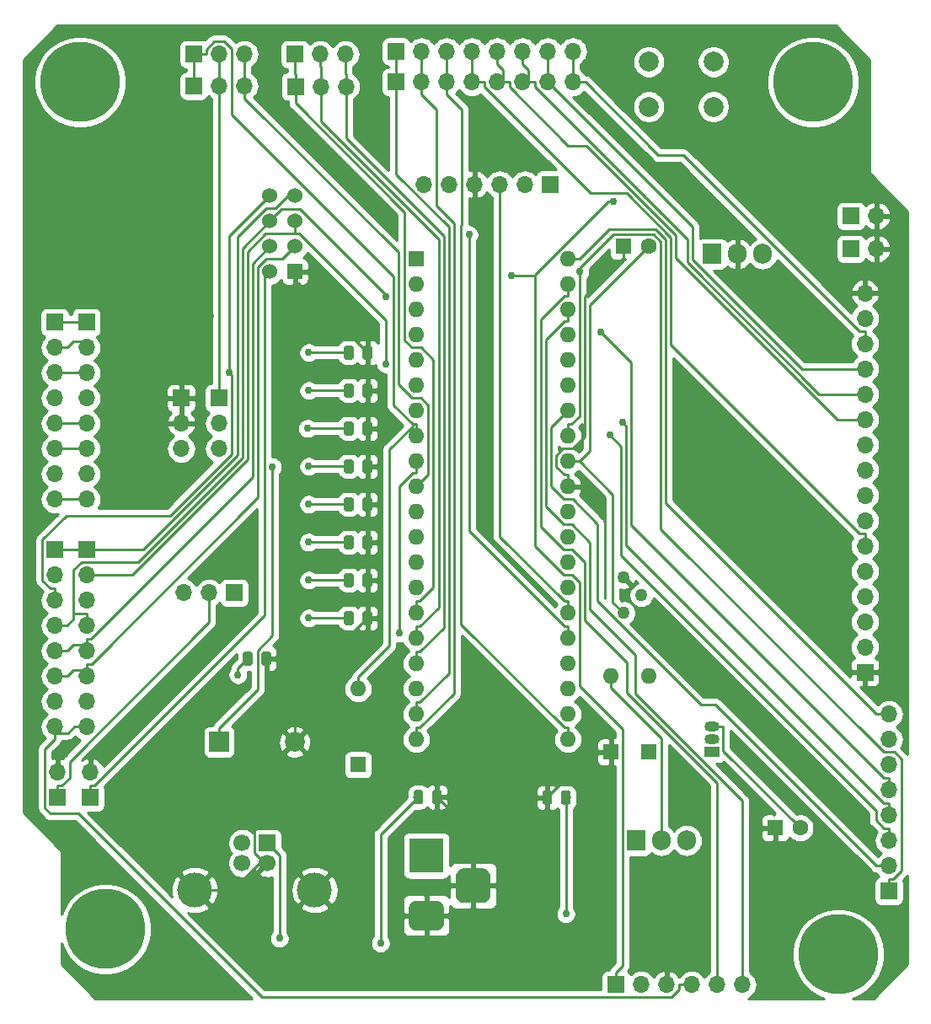
<source format=gtl>
G04 #@! TF.GenerationSoftware,KiCad,Pcbnew,5.1.2-f72e74a~84~ubuntu19.04.1*
G04 #@! TF.CreationDate,2019-06-29T01:26:46-05:00*
G04 #@! TF.ProjectId,pic18,70696331-382e-46b6-9963-61645f706362,rev?*
G04 #@! TF.SameCoordinates,Original*
G04 #@! TF.FileFunction,Copper,L1,Top*
G04 #@! TF.FilePolarity,Positive*
%FSLAX46Y46*%
G04 Gerber Fmt 4.6, Leading zero omitted, Abs format (unit mm)*
G04 Created by KiCad (PCBNEW 5.1.2-f72e74a~84~ubuntu19.04.1) date 2019-06-29 01:26:46*
%MOMM*%
%LPD*%
G04 APERTURE LIST*
%ADD10R,1.524000X1.524000*%
%ADD11C,1.524000*%
%ADD12R,2.000000X2.000000*%
%ADD13C,2.000000*%
%ADD14R,1.700000X1.700000*%
%ADD15O,1.700000X1.700000*%
%ADD16C,1.700000*%
%ADD17C,3.500000*%
%ADD18R,3.500000X3.500000*%
%ADD19C,0.100000*%
%ADD20C,3.000000*%
%ADD21R,1.600000X1.600000*%
%ADD22O,1.600000X1.600000*%
%ADD23O,1.905000X2.000000*%
%ADD24R,1.905000X2.000000*%
%ADD25C,1.600000*%
%ADD26C,0.975000*%
%ADD27O,1.500000X1.050000*%
%ADD28R,1.500000X1.050000*%
%ADD29C,8.000000*%
%ADD30C,0.900000*%
%ADD31C,1.260000*%
%ADD32C,0.762000*%
%ADD33C,0.254000*%
G04 APERTURE END LIST*
D10*
X125730000Y-67310000D03*
D11*
X123190000Y-67310000D03*
X125730000Y-64770000D03*
X123190000Y-64770000D03*
X125730000Y-62230000D03*
X123190000Y-62230000D03*
X125730000Y-59690000D03*
X123190000Y-59690000D03*
D12*
X118110000Y-114554000D03*
D13*
X125710000Y-114554000D03*
D14*
X101600000Y-72390000D03*
D15*
X101600000Y-74930000D03*
X101600000Y-77470000D03*
X101600000Y-80010000D03*
X101600000Y-82550000D03*
X101600000Y-85090000D03*
X101600000Y-87630000D03*
X101600000Y-90170000D03*
X101600000Y-113030000D03*
X101600000Y-110490000D03*
X101600000Y-107950000D03*
X101600000Y-105410000D03*
X101600000Y-102870000D03*
X101600000Y-100330000D03*
X101600000Y-97790000D03*
D14*
X101600000Y-95250000D03*
X122936000Y-124714000D03*
D16*
X120436000Y-124714000D03*
X120436000Y-126714000D03*
X122936000Y-126714000D03*
D17*
X127706000Y-129424000D03*
X115666000Y-129424000D03*
D18*
X138938000Y-125984000D03*
D19*
G36*
X140011513Y-130487611D02*
G01*
X140084318Y-130498411D01*
X140155714Y-130516295D01*
X140225013Y-130541090D01*
X140291548Y-130572559D01*
X140354678Y-130610398D01*
X140413795Y-130654242D01*
X140468330Y-130703670D01*
X140517758Y-130758205D01*
X140561602Y-130817322D01*
X140599441Y-130880452D01*
X140630910Y-130946987D01*
X140655705Y-131016286D01*
X140673589Y-131087682D01*
X140684389Y-131160487D01*
X140688000Y-131234000D01*
X140688000Y-132734000D01*
X140684389Y-132807513D01*
X140673589Y-132880318D01*
X140655705Y-132951714D01*
X140630910Y-133021013D01*
X140599441Y-133087548D01*
X140561602Y-133150678D01*
X140517758Y-133209795D01*
X140468330Y-133264330D01*
X140413795Y-133313758D01*
X140354678Y-133357602D01*
X140291548Y-133395441D01*
X140225013Y-133426910D01*
X140155714Y-133451705D01*
X140084318Y-133469589D01*
X140011513Y-133480389D01*
X139938000Y-133484000D01*
X137938000Y-133484000D01*
X137864487Y-133480389D01*
X137791682Y-133469589D01*
X137720286Y-133451705D01*
X137650987Y-133426910D01*
X137584452Y-133395441D01*
X137521322Y-133357602D01*
X137462205Y-133313758D01*
X137407670Y-133264330D01*
X137358242Y-133209795D01*
X137314398Y-133150678D01*
X137276559Y-133087548D01*
X137245090Y-133021013D01*
X137220295Y-132951714D01*
X137202411Y-132880318D01*
X137191611Y-132807513D01*
X137188000Y-132734000D01*
X137188000Y-131234000D01*
X137191611Y-131160487D01*
X137202411Y-131087682D01*
X137220295Y-131016286D01*
X137245090Y-130946987D01*
X137276559Y-130880452D01*
X137314398Y-130817322D01*
X137358242Y-130758205D01*
X137407670Y-130703670D01*
X137462205Y-130654242D01*
X137521322Y-130610398D01*
X137584452Y-130572559D01*
X137650987Y-130541090D01*
X137720286Y-130516295D01*
X137791682Y-130498411D01*
X137864487Y-130487611D01*
X137938000Y-130484000D01*
X139938000Y-130484000D01*
X140011513Y-130487611D01*
X140011513Y-130487611D01*
G37*
D20*
X138938000Y-131984000D03*
D19*
G36*
X144598765Y-127238213D02*
G01*
X144683704Y-127250813D01*
X144766999Y-127271677D01*
X144847848Y-127300605D01*
X144925472Y-127337319D01*
X144999124Y-127381464D01*
X145068094Y-127432616D01*
X145131718Y-127490282D01*
X145189384Y-127553906D01*
X145240536Y-127622876D01*
X145284681Y-127696528D01*
X145321395Y-127774152D01*
X145350323Y-127855001D01*
X145371187Y-127938296D01*
X145383787Y-128023235D01*
X145388000Y-128109000D01*
X145388000Y-129859000D01*
X145383787Y-129944765D01*
X145371187Y-130029704D01*
X145350323Y-130112999D01*
X145321395Y-130193848D01*
X145284681Y-130271472D01*
X145240536Y-130345124D01*
X145189384Y-130414094D01*
X145131718Y-130477718D01*
X145068094Y-130535384D01*
X144999124Y-130586536D01*
X144925472Y-130630681D01*
X144847848Y-130667395D01*
X144766999Y-130696323D01*
X144683704Y-130717187D01*
X144598765Y-130729787D01*
X144513000Y-130734000D01*
X142763000Y-130734000D01*
X142677235Y-130729787D01*
X142592296Y-130717187D01*
X142509001Y-130696323D01*
X142428152Y-130667395D01*
X142350528Y-130630681D01*
X142276876Y-130586536D01*
X142207906Y-130535384D01*
X142144282Y-130477718D01*
X142086616Y-130414094D01*
X142035464Y-130345124D01*
X141991319Y-130271472D01*
X141954605Y-130193848D01*
X141925677Y-130112999D01*
X141904813Y-130029704D01*
X141892213Y-129944765D01*
X141888000Y-129859000D01*
X141888000Y-128109000D01*
X141892213Y-128023235D01*
X141904813Y-127938296D01*
X141925677Y-127855001D01*
X141954605Y-127774152D01*
X141991319Y-127696528D01*
X142035464Y-127622876D01*
X142086616Y-127553906D01*
X142144282Y-127490282D01*
X142207906Y-127432616D01*
X142276876Y-127381464D01*
X142350528Y-127337319D01*
X142428152Y-127300605D01*
X142509001Y-127271677D01*
X142592296Y-127250813D01*
X142677235Y-127238213D01*
X142763000Y-127234000D01*
X144513000Y-127234000D01*
X144598765Y-127238213D01*
X144598765Y-127238213D01*
G37*
D17*
X143638000Y-128984000D03*
D15*
X185420000Y-111760000D03*
X185420000Y-114300000D03*
X185420000Y-116840000D03*
X185420000Y-119380000D03*
X185420000Y-121920000D03*
X185420000Y-124460000D03*
X185420000Y-127000000D03*
D14*
X185420000Y-129540000D03*
X183007000Y-107569000D03*
D15*
X183007000Y-105029000D03*
X183007000Y-102489000D03*
X183007000Y-99949000D03*
X183007000Y-97409000D03*
X183007000Y-94869000D03*
X183007000Y-92329000D03*
X183007000Y-89789000D03*
X183007000Y-87249000D03*
X183007000Y-84709000D03*
X183007000Y-82169000D03*
X183007000Y-79629000D03*
X183007000Y-77089000D03*
X183007000Y-74549000D03*
X183007000Y-72009000D03*
X183007000Y-69469000D03*
D14*
X104775000Y-72390000D03*
D15*
X104775000Y-74930000D03*
X104775000Y-77470000D03*
X104775000Y-80010000D03*
X104775000Y-82550000D03*
X104775000Y-85090000D03*
X104775000Y-87630000D03*
X104775000Y-90170000D03*
X138684000Y-58547000D03*
X141224000Y-58547000D03*
X143764000Y-58547000D03*
X146304000Y-58547000D03*
X148844000Y-58547000D03*
D14*
X151384000Y-58547000D03*
D15*
X104775000Y-113030000D03*
X104775000Y-110490000D03*
X104775000Y-107950000D03*
X104775000Y-105410000D03*
X104775000Y-102870000D03*
X104775000Y-100330000D03*
X104775000Y-97790000D03*
D14*
X104775000Y-95250000D03*
D15*
X153670000Y-45180000D03*
X151130000Y-45180000D03*
X148590000Y-45180000D03*
X146050000Y-45180000D03*
X143510000Y-45180000D03*
X140970000Y-45180000D03*
X138430000Y-45180000D03*
D14*
X135890000Y-45180000D03*
D15*
X153670000Y-48270000D03*
X151130000Y-48270000D03*
X148590000Y-48270000D03*
X146050000Y-48270000D03*
X143510000Y-48270000D03*
X140970000Y-48270000D03*
X138430000Y-48270000D03*
D14*
X135890000Y-48270000D03*
X157988000Y-138938000D03*
D15*
X160528000Y-138938000D03*
X163068000Y-138938000D03*
X165608000Y-138938000D03*
X168148000Y-138938000D03*
X170688000Y-138938000D03*
D21*
X137922000Y-66040000D03*
D22*
X153162000Y-114300000D03*
X137922000Y-68580000D03*
X153162000Y-111760000D03*
X137922000Y-71120000D03*
X153162000Y-109220000D03*
X137922000Y-73660000D03*
X153162000Y-106680000D03*
X137922000Y-76200000D03*
X153162000Y-104140000D03*
X137922000Y-78740000D03*
X153162000Y-101600000D03*
X137922000Y-81280000D03*
X153162000Y-99060000D03*
X137922000Y-83820000D03*
X153162000Y-96520000D03*
X137922000Y-86360000D03*
X153162000Y-93980000D03*
X137922000Y-88900000D03*
X153162000Y-91440000D03*
X137922000Y-91440000D03*
X153162000Y-88900000D03*
X137922000Y-93980000D03*
X153162000Y-86360000D03*
X137922000Y-96520000D03*
X153162000Y-83820000D03*
X137922000Y-99060000D03*
X153162000Y-81280000D03*
X137922000Y-101600000D03*
X153162000Y-78740000D03*
X137922000Y-104140000D03*
X153162000Y-76200000D03*
X137922000Y-106680000D03*
X153162000Y-73660000D03*
X137922000Y-109220000D03*
X153162000Y-71120000D03*
X137922000Y-111760000D03*
X153162000Y-68580000D03*
X137922000Y-114300000D03*
X153162000Y-66040000D03*
D23*
X172720000Y-65532000D03*
X170180000Y-65532000D03*
D24*
X167640000Y-65532000D03*
X160020000Y-124460000D03*
D23*
X162560000Y-124460000D03*
X165100000Y-124460000D03*
D21*
X173990000Y-123190000D03*
D25*
X176490000Y-123190000D03*
D21*
X157480000Y-115570000D03*
D22*
X157480000Y-107950000D03*
X161290000Y-107950000D03*
D21*
X161290000Y-115570000D03*
D19*
G36*
X138395142Y-119391174D02*
G01*
X138418803Y-119394684D01*
X138442007Y-119400496D01*
X138464529Y-119408554D01*
X138486153Y-119418782D01*
X138506670Y-119431079D01*
X138525883Y-119445329D01*
X138543607Y-119461393D01*
X138559671Y-119479117D01*
X138573921Y-119498330D01*
X138586218Y-119518847D01*
X138596446Y-119540471D01*
X138604504Y-119562993D01*
X138610316Y-119586197D01*
X138613826Y-119609858D01*
X138615000Y-119633750D01*
X138615000Y-120546250D01*
X138613826Y-120570142D01*
X138610316Y-120593803D01*
X138604504Y-120617007D01*
X138596446Y-120639529D01*
X138586218Y-120661153D01*
X138573921Y-120681670D01*
X138559671Y-120700883D01*
X138543607Y-120718607D01*
X138525883Y-120734671D01*
X138506670Y-120748921D01*
X138486153Y-120761218D01*
X138464529Y-120771446D01*
X138442007Y-120779504D01*
X138418803Y-120785316D01*
X138395142Y-120788826D01*
X138371250Y-120790000D01*
X137883750Y-120790000D01*
X137859858Y-120788826D01*
X137836197Y-120785316D01*
X137812993Y-120779504D01*
X137790471Y-120771446D01*
X137768847Y-120761218D01*
X137748330Y-120748921D01*
X137729117Y-120734671D01*
X137711393Y-120718607D01*
X137695329Y-120700883D01*
X137681079Y-120681670D01*
X137668782Y-120661153D01*
X137658554Y-120639529D01*
X137650496Y-120617007D01*
X137644684Y-120593803D01*
X137641174Y-120570142D01*
X137640000Y-120546250D01*
X137640000Y-119633750D01*
X137641174Y-119609858D01*
X137644684Y-119586197D01*
X137650496Y-119562993D01*
X137658554Y-119540471D01*
X137668782Y-119518847D01*
X137681079Y-119498330D01*
X137695329Y-119479117D01*
X137711393Y-119461393D01*
X137729117Y-119445329D01*
X137748330Y-119431079D01*
X137768847Y-119418782D01*
X137790471Y-119408554D01*
X137812993Y-119400496D01*
X137836197Y-119394684D01*
X137859858Y-119391174D01*
X137883750Y-119390000D01*
X138371250Y-119390000D01*
X138395142Y-119391174D01*
X138395142Y-119391174D01*
G37*
D26*
X138127500Y-120090000D03*
D19*
G36*
X140270142Y-119391174D02*
G01*
X140293803Y-119394684D01*
X140317007Y-119400496D01*
X140339529Y-119408554D01*
X140361153Y-119418782D01*
X140381670Y-119431079D01*
X140400883Y-119445329D01*
X140418607Y-119461393D01*
X140434671Y-119479117D01*
X140448921Y-119498330D01*
X140461218Y-119518847D01*
X140471446Y-119540471D01*
X140479504Y-119562993D01*
X140485316Y-119586197D01*
X140488826Y-119609858D01*
X140490000Y-119633750D01*
X140490000Y-120546250D01*
X140488826Y-120570142D01*
X140485316Y-120593803D01*
X140479504Y-120617007D01*
X140471446Y-120639529D01*
X140461218Y-120661153D01*
X140448921Y-120681670D01*
X140434671Y-120700883D01*
X140418607Y-120718607D01*
X140400883Y-120734671D01*
X140381670Y-120748921D01*
X140361153Y-120761218D01*
X140339529Y-120771446D01*
X140317007Y-120779504D01*
X140293803Y-120785316D01*
X140270142Y-120788826D01*
X140246250Y-120790000D01*
X139758750Y-120790000D01*
X139734858Y-120788826D01*
X139711197Y-120785316D01*
X139687993Y-120779504D01*
X139665471Y-120771446D01*
X139643847Y-120761218D01*
X139623330Y-120748921D01*
X139604117Y-120734671D01*
X139586393Y-120718607D01*
X139570329Y-120700883D01*
X139556079Y-120681670D01*
X139543782Y-120661153D01*
X139533554Y-120639529D01*
X139525496Y-120617007D01*
X139519684Y-120593803D01*
X139516174Y-120570142D01*
X139515000Y-120546250D01*
X139515000Y-119633750D01*
X139516174Y-119609858D01*
X139519684Y-119586197D01*
X139525496Y-119562993D01*
X139533554Y-119540471D01*
X139543782Y-119518847D01*
X139556079Y-119498330D01*
X139570329Y-119479117D01*
X139586393Y-119461393D01*
X139604117Y-119445329D01*
X139623330Y-119431079D01*
X139643847Y-119418782D01*
X139665471Y-119408554D01*
X139687993Y-119400496D01*
X139711197Y-119394684D01*
X139734858Y-119391174D01*
X139758750Y-119390000D01*
X140246250Y-119390000D01*
X140270142Y-119391174D01*
X140270142Y-119391174D01*
G37*
D26*
X140002500Y-120090000D03*
D19*
G36*
X131410142Y-101409174D02*
G01*
X131433803Y-101412684D01*
X131457007Y-101418496D01*
X131479529Y-101426554D01*
X131501153Y-101436782D01*
X131521670Y-101449079D01*
X131540883Y-101463329D01*
X131558607Y-101479393D01*
X131574671Y-101497117D01*
X131588921Y-101516330D01*
X131601218Y-101536847D01*
X131611446Y-101558471D01*
X131619504Y-101580993D01*
X131625316Y-101604197D01*
X131628826Y-101627858D01*
X131630000Y-101651750D01*
X131630000Y-102564250D01*
X131628826Y-102588142D01*
X131625316Y-102611803D01*
X131619504Y-102635007D01*
X131611446Y-102657529D01*
X131601218Y-102679153D01*
X131588921Y-102699670D01*
X131574671Y-102718883D01*
X131558607Y-102736607D01*
X131540883Y-102752671D01*
X131521670Y-102766921D01*
X131501153Y-102779218D01*
X131479529Y-102789446D01*
X131457007Y-102797504D01*
X131433803Y-102803316D01*
X131410142Y-102806826D01*
X131386250Y-102808000D01*
X130898750Y-102808000D01*
X130874858Y-102806826D01*
X130851197Y-102803316D01*
X130827993Y-102797504D01*
X130805471Y-102789446D01*
X130783847Y-102779218D01*
X130763330Y-102766921D01*
X130744117Y-102752671D01*
X130726393Y-102736607D01*
X130710329Y-102718883D01*
X130696079Y-102699670D01*
X130683782Y-102679153D01*
X130673554Y-102657529D01*
X130665496Y-102635007D01*
X130659684Y-102611803D01*
X130656174Y-102588142D01*
X130655000Y-102564250D01*
X130655000Y-101651750D01*
X130656174Y-101627858D01*
X130659684Y-101604197D01*
X130665496Y-101580993D01*
X130673554Y-101558471D01*
X130683782Y-101536847D01*
X130696079Y-101516330D01*
X130710329Y-101497117D01*
X130726393Y-101479393D01*
X130744117Y-101463329D01*
X130763330Y-101449079D01*
X130783847Y-101436782D01*
X130805471Y-101426554D01*
X130827993Y-101418496D01*
X130851197Y-101412684D01*
X130874858Y-101409174D01*
X130898750Y-101408000D01*
X131386250Y-101408000D01*
X131410142Y-101409174D01*
X131410142Y-101409174D01*
G37*
D26*
X131142500Y-102108000D03*
D19*
G36*
X133285142Y-101409174D02*
G01*
X133308803Y-101412684D01*
X133332007Y-101418496D01*
X133354529Y-101426554D01*
X133376153Y-101436782D01*
X133396670Y-101449079D01*
X133415883Y-101463329D01*
X133433607Y-101479393D01*
X133449671Y-101497117D01*
X133463921Y-101516330D01*
X133476218Y-101536847D01*
X133486446Y-101558471D01*
X133494504Y-101580993D01*
X133500316Y-101604197D01*
X133503826Y-101627858D01*
X133505000Y-101651750D01*
X133505000Y-102564250D01*
X133503826Y-102588142D01*
X133500316Y-102611803D01*
X133494504Y-102635007D01*
X133486446Y-102657529D01*
X133476218Y-102679153D01*
X133463921Y-102699670D01*
X133449671Y-102718883D01*
X133433607Y-102736607D01*
X133415883Y-102752671D01*
X133396670Y-102766921D01*
X133376153Y-102779218D01*
X133354529Y-102789446D01*
X133332007Y-102797504D01*
X133308803Y-102803316D01*
X133285142Y-102806826D01*
X133261250Y-102808000D01*
X132773750Y-102808000D01*
X132749858Y-102806826D01*
X132726197Y-102803316D01*
X132702993Y-102797504D01*
X132680471Y-102789446D01*
X132658847Y-102779218D01*
X132638330Y-102766921D01*
X132619117Y-102752671D01*
X132601393Y-102736607D01*
X132585329Y-102718883D01*
X132571079Y-102699670D01*
X132558782Y-102679153D01*
X132548554Y-102657529D01*
X132540496Y-102635007D01*
X132534684Y-102611803D01*
X132531174Y-102588142D01*
X132530000Y-102564250D01*
X132530000Y-101651750D01*
X132531174Y-101627858D01*
X132534684Y-101604197D01*
X132540496Y-101580993D01*
X132548554Y-101558471D01*
X132558782Y-101536847D01*
X132571079Y-101516330D01*
X132585329Y-101497117D01*
X132601393Y-101479393D01*
X132619117Y-101463329D01*
X132638330Y-101449079D01*
X132658847Y-101436782D01*
X132680471Y-101426554D01*
X132702993Y-101418496D01*
X132726197Y-101412684D01*
X132749858Y-101409174D01*
X132773750Y-101408000D01*
X133261250Y-101408000D01*
X133285142Y-101409174D01*
X133285142Y-101409174D01*
G37*
D26*
X133017500Y-102108000D03*
D19*
G36*
X133285142Y-97599174D02*
G01*
X133308803Y-97602684D01*
X133332007Y-97608496D01*
X133354529Y-97616554D01*
X133376153Y-97626782D01*
X133396670Y-97639079D01*
X133415883Y-97653329D01*
X133433607Y-97669393D01*
X133449671Y-97687117D01*
X133463921Y-97706330D01*
X133476218Y-97726847D01*
X133486446Y-97748471D01*
X133494504Y-97770993D01*
X133500316Y-97794197D01*
X133503826Y-97817858D01*
X133505000Y-97841750D01*
X133505000Y-98754250D01*
X133503826Y-98778142D01*
X133500316Y-98801803D01*
X133494504Y-98825007D01*
X133486446Y-98847529D01*
X133476218Y-98869153D01*
X133463921Y-98889670D01*
X133449671Y-98908883D01*
X133433607Y-98926607D01*
X133415883Y-98942671D01*
X133396670Y-98956921D01*
X133376153Y-98969218D01*
X133354529Y-98979446D01*
X133332007Y-98987504D01*
X133308803Y-98993316D01*
X133285142Y-98996826D01*
X133261250Y-98998000D01*
X132773750Y-98998000D01*
X132749858Y-98996826D01*
X132726197Y-98993316D01*
X132702993Y-98987504D01*
X132680471Y-98979446D01*
X132658847Y-98969218D01*
X132638330Y-98956921D01*
X132619117Y-98942671D01*
X132601393Y-98926607D01*
X132585329Y-98908883D01*
X132571079Y-98889670D01*
X132558782Y-98869153D01*
X132548554Y-98847529D01*
X132540496Y-98825007D01*
X132534684Y-98801803D01*
X132531174Y-98778142D01*
X132530000Y-98754250D01*
X132530000Y-97841750D01*
X132531174Y-97817858D01*
X132534684Y-97794197D01*
X132540496Y-97770993D01*
X132548554Y-97748471D01*
X132558782Y-97726847D01*
X132571079Y-97706330D01*
X132585329Y-97687117D01*
X132601393Y-97669393D01*
X132619117Y-97653329D01*
X132638330Y-97639079D01*
X132658847Y-97626782D01*
X132680471Y-97616554D01*
X132702993Y-97608496D01*
X132726197Y-97602684D01*
X132749858Y-97599174D01*
X132773750Y-97598000D01*
X133261250Y-97598000D01*
X133285142Y-97599174D01*
X133285142Y-97599174D01*
G37*
D26*
X133017500Y-98298000D03*
D19*
G36*
X131410142Y-97599174D02*
G01*
X131433803Y-97602684D01*
X131457007Y-97608496D01*
X131479529Y-97616554D01*
X131501153Y-97626782D01*
X131521670Y-97639079D01*
X131540883Y-97653329D01*
X131558607Y-97669393D01*
X131574671Y-97687117D01*
X131588921Y-97706330D01*
X131601218Y-97726847D01*
X131611446Y-97748471D01*
X131619504Y-97770993D01*
X131625316Y-97794197D01*
X131628826Y-97817858D01*
X131630000Y-97841750D01*
X131630000Y-98754250D01*
X131628826Y-98778142D01*
X131625316Y-98801803D01*
X131619504Y-98825007D01*
X131611446Y-98847529D01*
X131601218Y-98869153D01*
X131588921Y-98889670D01*
X131574671Y-98908883D01*
X131558607Y-98926607D01*
X131540883Y-98942671D01*
X131521670Y-98956921D01*
X131501153Y-98969218D01*
X131479529Y-98979446D01*
X131457007Y-98987504D01*
X131433803Y-98993316D01*
X131410142Y-98996826D01*
X131386250Y-98998000D01*
X130898750Y-98998000D01*
X130874858Y-98996826D01*
X130851197Y-98993316D01*
X130827993Y-98987504D01*
X130805471Y-98979446D01*
X130783847Y-98969218D01*
X130763330Y-98956921D01*
X130744117Y-98942671D01*
X130726393Y-98926607D01*
X130710329Y-98908883D01*
X130696079Y-98889670D01*
X130683782Y-98869153D01*
X130673554Y-98847529D01*
X130665496Y-98825007D01*
X130659684Y-98801803D01*
X130656174Y-98778142D01*
X130655000Y-98754250D01*
X130655000Y-97841750D01*
X130656174Y-97817858D01*
X130659684Y-97794197D01*
X130665496Y-97770993D01*
X130673554Y-97748471D01*
X130683782Y-97726847D01*
X130696079Y-97706330D01*
X130710329Y-97687117D01*
X130726393Y-97669393D01*
X130744117Y-97653329D01*
X130763330Y-97639079D01*
X130783847Y-97626782D01*
X130805471Y-97616554D01*
X130827993Y-97608496D01*
X130851197Y-97602684D01*
X130874858Y-97599174D01*
X130898750Y-97598000D01*
X131386250Y-97598000D01*
X131410142Y-97599174D01*
X131410142Y-97599174D01*
G37*
D26*
X131142500Y-98298000D03*
D19*
G36*
X133285142Y-93789174D02*
G01*
X133308803Y-93792684D01*
X133332007Y-93798496D01*
X133354529Y-93806554D01*
X133376153Y-93816782D01*
X133396670Y-93829079D01*
X133415883Y-93843329D01*
X133433607Y-93859393D01*
X133449671Y-93877117D01*
X133463921Y-93896330D01*
X133476218Y-93916847D01*
X133486446Y-93938471D01*
X133494504Y-93960993D01*
X133500316Y-93984197D01*
X133503826Y-94007858D01*
X133505000Y-94031750D01*
X133505000Y-94944250D01*
X133503826Y-94968142D01*
X133500316Y-94991803D01*
X133494504Y-95015007D01*
X133486446Y-95037529D01*
X133476218Y-95059153D01*
X133463921Y-95079670D01*
X133449671Y-95098883D01*
X133433607Y-95116607D01*
X133415883Y-95132671D01*
X133396670Y-95146921D01*
X133376153Y-95159218D01*
X133354529Y-95169446D01*
X133332007Y-95177504D01*
X133308803Y-95183316D01*
X133285142Y-95186826D01*
X133261250Y-95188000D01*
X132773750Y-95188000D01*
X132749858Y-95186826D01*
X132726197Y-95183316D01*
X132702993Y-95177504D01*
X132680471Y-95169446D01*
X132658847Y-95159218D01*
X132638330Y-95146921D01*
X132619117Y-95132671D01*
X132601393Y-95116607D01*
X132585329Y-95098883D01*
X132571079Y-95079670D01*
X132558782Y-95059153D01*
X132548554Y-95037529D01*
X132540496Y-95015007D01*
X132534684Y-94991803D01*
X132531174Y-94968142D01*
X132530000Y-94944250D01*
X132530000Y-94031750D01*
X132531174Y-94007858D01*
X132534684Y-93984197D01*
X132540496Y-93960993D01*
X132548554Y-93938471D01*
X132558782Y-93916847D01*
X132571079Y-93896330D01*
X132585329Y-93877117D01*
X132601393Y-93859393D01*
X132619117Y-93843329D01*
X132638330Y-93829079D01*
X132658847Y-93816782D01*
X132680471Y-93806554D01*
X132702993Y-93798496D01*
X132726197Y-93792684D01*
X132749858Y-93789174D01*
X132773750Y-93788000D01*
X133261250Y-93788000D01*
X133285142Y-93789174D01*
X133285142Y-93789174D01*
G37*
D26*
X133017500Y-94488000D03*
D19*
G36*
X131410142Y-93789174D02*
G01*
X131433803Y-93792684D01*
X131457007Y-93798496D01*
X131479529Y-93806554D01*
X131501153Y-93816782D01*
X131521670Y-93829079D01*
X131540883Y-93843329D01*
X131558607Y-93859393D01*
X131574671Y-93877117D01*
X131588921Y-93896330D01*
X131601218Y-93916847D01*
X131611446Y-93938471D01*
X131619504Y-93960993D01*
X131625316Y-93984197D01*
X131628826Y-94007858D01*
X131630000Y-94031750D01*
X131630000Y-94944250D01*
X131628826Y-94968142D01*
X131625316Y-94991803D01*
X131619504Y-95015007D01*
X131611446Y-95037529D01*
X131601218Y-95059153D01*
X131588921Y-95079670D01*
X131574671Y-95098883D01*
X131558607Y-95116607D01*
X131540883Y-95132671D01*
X131521670Y-95146921D01*
X131501153Y-95159218D01*
X131479529Y-95169446D01*
X131457007Y-95177504D01*
X131433803Y-95183316D01*
X131410142Y-95186826D01*
X131386250Y-95188000D01*
X130898750Y-95188000D01*
X130874858Y-95186826D01*
X130851197Y-95183316D01*
X130827993Y-95177504D01*
X130805471Y-95169446D01*
X130783847Y-95159218D01*
X130763330Y-95146921D01*
X130744117Y-95132671D01*
X130726393Y-95116607D01*
X130710329Y-95098883D01*
X130696079Y-95079670D01*
X130683782Y-95059153D01*
X130673554Y-95037529D01*
X130665496Y-95015007D01*
X130659684Y-94991803D01*
X130656174Y-94968142D01*
X130655000Y-94944250D01*
X130655000Y-94031750D01*
X130656174Y-94007858D01*
X130659684Y-93984197D01*
X130665496Y-93960993D01*
X130673554Y-93938471D01*
X130683782Y-93916847D01*
X130696079Y-93896330D01*
X130710329Y-93877117D01*
X130726393Y-93859393D01*
X130744117Y-93843329D01*
X130763330Y-93829079D01*
X130783847Y-93816782D01*
X130805471Y-93806554D01*
X130827993Y-93798496D01*
X130851197Y-93792684D01*
X130874858Y-93789174D01*
X130898750Y-93788000D01*
X131386250Y-93788000D01*
X131410142Y-93789174D01*
X131410142Y-93789174D01*
G37*
D26*
X131142500Y-94488000D03*
D19*
G36*
X133285142Y-89979174D02*
G01*
X133308803Y-89982684D01*
X133332007Y-89988496D01*
X133354529Y-89996554D01*
X133376153Y-90006782D01*
X133396670Y-90019079D01*
X133415883Y-90033329D01*
X133433607Y-90049393D01*
X133449671Y-90067117D01*
X133463921Y-90086330D01*
X133476218Y-90106847D01*
X133486446Y-90128471D01*
X133494504Y-90150993D01*
X133500316Y-90174197D01*
X133503826Y-90197858D01*
X133505000Y-90221750D01*
X133505000Y-91134250D01*
X133503826Y-91158142D01*
X133500316Y-91181803D01*
X133494504Y-91205007D01*
X133486446Y-91227529D01*
X133476218Y-91249153D01*
X133463921Y-91269670D01*
X133449671Y-91288883D01*
X133433607Y-91306607D01*
X133415883Y-91322671D01*
X133396670Y-91336921D01*
X133376153Y-91349218D01*
X133354529Y-91359446D01*
X133332007Y-91367504D01*
X133308803Y-91373316D01*
X133285142Y-91376826D01*
X133261250Y-91378000D01*
X132773750Y-91378000D01*
X132749858Y-91376826D01*
X132726197Y-91373316D01*
X132702993Y-91367504D01*
X132680471Y-91359446D01*
X132658847Y-91349218D01*
X132638330Y-91336921D01*
X132619117Y-91322671D01*
X132601393Y-91306607D01*
X132585329Y-91288883D01*
X132571079Y-91269670D01*
X132558782Y-91249153D01*
X132548554Y-91227529D01*
X132540496Y-91205007D01*
X132534684Y-91181803D01*
X132531174Y-91158142D01*
X132530000Y-91134250D01*
X132530000Y-90221750D01*
X132531174Y-90197858D01*
X132534684Y-90174197D01*
X132540496Y-90150993D01*
X132548554Y-90128471D01*
X132558782Y-90106847D01*
X132571079Y-90086330D01*
X132585329Y-90067117D01*
X132601393Y-90049393D01*
X132619117Y-90033329D01*
X132638330Y-90019079D01*
X132658847Y-90006782D01*
X132680471Y-89996554D01*
X132702993Y-89988496D01*
X132726197Y-89982684D01*
X132749858Y-89979174D01*
X132773750Y-89978000D01*
X133261250Y-89978000D01*
X133285142Y-89979174D01*
X133285142Y-89979174D01*
G37*
D26*
X133017500Y-90678000D03*
D19*
G36*
X131410142Y-89979174D02*
G01*
X131433803Y-89982684D01*
X131457007Y-89988496D01*
X131479529Y-89996554D01*
X131501153Y-90006782D01*
X131521670Y-90019079D01*
X131540883Y-90033329D01*
X131558607Y-90049393D01*
X131574671Y-90067117D01*
X131588921Y-90086330D01*
X131601218Y-90106847D01*
X131611446Y-90128471D01*
X131619504Y-90150993D01*
X131625316Y-90174197D01*
X131628826Y-90197858D01*
X131630000Y-90221750D01*
X131630000Y-91134250D01*
X131628826Y-91158142D01*
X131625316Y-91181803D01*
X131619504Y-91205007D01*
X131611446Y-91227529D01*
X131601218Y-91249153D01*
X131588921Y-91269670D01*
X131574671Y-91288883D01*
X131558607Y-91306607D01*
X131540883Y-91322671D01*
X131521670Y-91336921D01*
X131501153Y-91349218D01*
X131479529Y-91359446D01*
X131457007Y-91367504D01*
X131433803Y-91373316D01*
X131410142Y-91376826D01*
X131386250Y-91378000D01*
X130898750Y-91378000D01*
X130874858Y-91376826D01*
X130851197Y-91373316D01*
X130827993Y-91367504D01*
X130805471Y-91359446D01*
X130783847Y-91349218D01*
X130763330Y-91336921D01*
X130744117Y-91322671D01*
X130726393Y-91306607D01*
X130710329Y-91288883D01*
X130696079Y-91269670D01*
X130683782Y-91249153D01*
X130673554Y-91227529D01*
X130665496Y-91205007D01*
X130659684Y-91181803D01*
X130656174Y-91158142D01*
X130655000Y-91134250D01*
X130655000Y-90221750D01*
X130656174Y-90197858D01*
X130659684Y-90174197D01*
X130665496Y-90150993D01*
X130673554Y-90128471D01*
X130683782Y-90106847D01*
X130696079Y-90086330D01*
X130710329Y-90067117D01*
X130726393Y-90049393D01*
X130744117Y-90033329D01*
X130763330Y-90019079D01*
X130783847Y-90006782D01*
X130805471Y-89996554D01*
X130827993Y-89988496D01*
X130851197Y-89982684D01*
X130874858Y-89979174D01*
X130898750Y-89978000D01*
X131386250Y-89978000D01*
X131410142Y-89979174D01*
X131410142Y-89979174D01*
G37*
D26*
X131142500Y-90678000D03*
D19*
G36*
X133285142Y-86169174D02*
G01*
X133308803Y-86172684D01*
X133332007Y-86178496D01*
X133354529Y-86186554D01*
X133376153Y-86196782D01*
X133396670Y-86209079D01*
X133415883Y-86223329D01*
X133433607Y-86239393D01*
X133449671Y-86257117D01*
X133463921Y-86276330D01*
X133476218Y-86296847D01*
X133486446Y-86318471D01*
X133494504Y-86340993D01*
X133500316Y-86364197D01*
X133503826Y-86387858D01*
X133505000Y-86411750D01*
X133505000Y-87324250D01*
X133503826Y-87348142D01*
X133500316Y-87371803D01*
X133494504Y-87395007D01*
X133486446Y-87417529D01*
X133476218Y-87439153D01*
X133463921Y-87459670D01*
X133449671Y-87478883D01*
X133433607Y-87496607D01*
X133415883Y-87512671D01*
X133396670Y-87526921D01*
X133376153Y-87539218D01*
X133354529Y-87549446D01*
X133332007Y-87557504D01*
X133308803Y-87563316D01*
X133285142Y-87566826D01*
X133261250Y-87568000D01*
X132773750Y-87568000D01*
X132749858Y-87566826D01*
X132726197Y-87563316D01*
X132702993Y-87557504D01*
X132680471Y-87549446D01*
X132658847Y-87539218D01*
X132638330Y-87526921D01*
X132619117Y-87512671D01*
X132601393Y-87496607D01*
X132585329Y-87478883D01*
X132571079Y-87459670D01*
X132558782Y-87439153D01*
X132548554Y-87417529D01*
X132540496Y-87395007D01*
X132534684Y-87371803D01*
X132531174Y-87348142D01*
X132530000Y-87324250D01*
X132530000Y-86411750D01*
X132531174Y-86387858D01*
X132534684Y-86364197D01*
X132540496Y-86340993D01*
X132548554Y-86318471D01*
X132558782Y-86296847D01*
X132571079Y-86276330D01*
X132585329Y-86257117D01*
X132601393Y-86239393D01*
X132619117Y-86223329D01*
X132638330Y-86209079D01*
X132658847Y-86196782D01*
X132680471Y-86186554D01*
X132702993Y-86178496D01*
X132726197Y-86172684D01*
X132749858Y-86169174D01*
X132773750Y-86168000D01*
X133261250Y-86168000D01*
X133285142Y-86169174D01*
X133285142Y-86169174D01*
G37*
D26*
X133017500Y-86868000D03*
D19*
G36*
X131410142Y-86169174D02*
G01*
X131433803Y-86172684D01*
X131457007Y-86178496D01*
X131479529Y-86186554D01*
X131501153Y-86196782D01*
X131521670Y-86209079D01*
X131540883Y-86223329D01*
X131558607Y-86239393D01*
X131574671Y-86257117D01*
X131588921Y-86276330D01*
X131601218Y-86296847D01*
X131611446Y-86318471D01*
X131619504Y-86340993D01*
X131625316Y-86364197D01*
X131628826Y-86387858D01*
X131630000Y-86411750D01*
X131630000Y-87324250D01*
X131628826Y-87348142D01*
X131625316Y-87371803D01*
X131619504Y-87395007D01*
X131611446Y-87417529D01*
X131601218Y-87439153D01*
X131588921Y-87459670D01*
X131574671Y-87478883D01*
X131558607Y-87496607D01*
X131540883Y-87512671D01*
X131521670Y-87526921D01*
X131501153Y-87539218D01*
X131479529Y-87549446D01*
X131457007Y-87557504D01*
X131433803Y-87563316D01*
X131410142Y-87566826D01*
X131386250Y-87568000D01*
X130898750Y-87568000D01*
X130874858Y-87566826D01*
X130851197Y-87563316D01*
X130827993Y-87557504D01*
X130805471Y-87549446D01*
X130783847Y-87539218D01*
X130763330Y-87526921D01*
X130744117Y-87512671D01*
X130726393Y-87496607D01*
X130710329Y-87478883D01*
X130696079Y-87459670D01*
X130683782Y-87439153D01*
X130673554Y-87417529D01*
X130665496Y-87395007D01*
X130659684Y-87371803D01*
X130656174Y-87348142D01*
X130655000Y-87324250D01*
X130655000Y-86411750D01*
X130656174Y-86387858D01*
X130659684Y-86364197D01*
X130665496Y-86340993D01*
X130673554Y-86318471D01*
X130683782Y-86296847D01*
X130696079Y-86276330D01*
X130710329Y-86257117D01*
X130726393Y-86239393D01*
X130744117Y-86223329D01*
X130763330Y-86209079D01*
X130783847Y-86196782D01*
X130805471Y-86186554D01*
X130827993Y-86178496D01*
X130851197Y-86172684D01*
X130874858Y-86169174D01*
X130898750Y-86168000D01*
X131386250Y-86168000D01*
X131410142Y-86169174D01*
X131410142Y-86169174D01*
G37*
D26*
X131142500Y-86868000D03*
D19*
G36*
X133285142Y-82359174D02*
G01*
X133308803Y-82362684D01*
X133332007Y-82368496D01*
X133354529Y-82376554D01*
X133376153Y-82386782D01*
X133396670Y-82399079D01*
X133415883Y-82413329D01*
X133433607Y-82429393D01*
X133449671Y-82447117D01*
X133463921Y-82466330D01*
X133476218Y-82486847D01*
X133486446Y-82508471D01*
X133494504Y-82530993D01*
X133500316Y-82554197D01*
X133503826Y-82577858D01*
X133505000Y-82601750D01*
X133505000Y-83514250D01*
X133503826Y-83538142D01*
X133500316Y-83561803D01*
X133494504Y-83585007D01*
X133486446Y-83607529D01*
X133476218Y-83629153D01*
X133463921Y-83649670D01*
X133449671Y-83668883D01*
X133433607Y-83686607D01*
X133415883Y-83702671D01*
X133396670Y-83716921D01*
X133376153Y-83729218D01*
X133354529Y-83739446D01*
X133332007Y-83747504D01*
X133308803Y-83753316D01*
X133285142Y-83756826D01*
X133261250Y-83758000D01*
X132773750Y-83758000D01*
X132749858Y-83756826D01*
X132726197Y-83753316D01*
X132702993Y-83747504D01*
X132680471Y-83739446D01*
X132658847Y-83729218D01*
X132638330Y-83716921D01*
X132619117Y-83702671D01*
X132601393Y-83686607D01*
X132585329Y-83668883D01*
X132571079Y-83649670D01*
X132558782Y-83629153D01*
X132548554Y-83607529D01*
X132540496Y-83585007D01*
X132534684Y-83561803D01*
X132531174Y-83538142D01*
X132530000Y-83514250D01*
X132530000Y-82601750D01*
X132531174Y-82577858D01*
X132534684Y-82554197D01*
X132540496Y-82530993D01*
X132548554Y-82508471D01*
X132558782Y-82486847D01*
X132571079Y-82466330D01*
X132585329Y-82447117D01*
X132601393Y-82429393D01*
X132619117Y-82413329D01*
X132638330Y-82399079D01*
X132658847Y-82386782D01*
X132680471Y-82376554D01*
X132702993Y-82368496D01*
X132726197Y-82362684D01*
X132749858Y-82359174D01*
X132773750Y-82358000D01*
X133261250Y-82358000D01*
X133285142Y-82359174D01*
X133285142Y-82359174D01*
G37*
D26*
X133017500Y-83058000D03*
D19*
G36*
X131410142Y-82359174D02*
G01*
X131433803Y-82362684D01*
X131457007Y-82368496D01*
X131479529Y-82376554D01*
X131501153Y-82386782D01*
X131521670Y-82399079D01*
X131540883Y-82413329D01*
X131558607Y-82429393D01*
X131574671Y-82447117D01*
X131588921Y-82466330D01*
X131601218Y-82486847D01*
X131611446Y-82508471D01*
X131619504Y-82530993D01*
X131625316Y-82554197D01*
X131628826Y-82577858D01*
X131630000Y-82601750D01*
X131630000Y-83514250D01*
X131628826Y-83538142D01*
X131625316Y-83561803D01*
X131619504Y-83585007D01*
X131611446Y-83607529D01*
X131601218Y-83629153D01*
X131588921Y-83649670D01*
X131574671Y-83668883D01*
X131558607Y-83686607D01*
X131540883Y-83702671D01*
X131521670Y-83716921D01*
X131501153Y-83729218D01*
X131479529Y-83739446D01*
X131457007Y-83747504D01*
X131433803Y-83753316D01*
X131410142Y-83756826D01*
X131386250Y-83758000D01*
X130898750Y-83758000D01*
X130874858Y-83756826D01*
X130851197Y-83753316D01*
X130827993Y-83747504D01*
X130805471Y-83739446D01*
X130783847Y-83729218D01*
X130763330Y-83716921D01*
X130744117Y-83702671D01*
X130726393Y-83686607D01*
X130710329Y-83668883D01*
X130696079Y-83649670D01*
X130683782Y-83629153D01*
X130673554Y-83607529D01*
X130665496Y-83585007D01*
X130659684Y-83561803D01*
X130656174Y-83538142D01*
X130655000Y-83514250D01*
X130655000Y-82601750D01*
X130656174Y-82577858D01*
X130659684Y-82554197D01*
X130665496Y-82530993D01*
X130673554Y-82508471D01*
X130683782Y-82486847D01*
X130696079Y-82466330D01*
X130710329Y-82447117D01*
X130726393Y-82429393D01*
X130744117Y-82413329D01*
X130763330Y-82399079D01*
X130783847Y-82386782D01*
X130805471Y-82376554D01*
X130827993Y-82368496D01*
X130851197Y-82362684D01*
X130874858Y-82359174D01*
X130898750Y-82358000D01*
X131386250Y-82358000D01*
X131410142Y-82359174D01*
X131410142Y-82359174D01*
G37*
D26*
X131142500Y-83058000D03*
D19*
G36*
X131410142Y-78549174D02*
G01*
X131433803Y-78552684D01*
X131457007Y-78558496D01*
X131479529Y-78566554D01*
X131501153Y-78576782D01*
X131521670Y-78589079D01*
X131540883Y-78603329D01*
X131558607Y-78619393D01*
X131574671Y-78637117D01*
X131588921Y-78656330D01*
X131601218Y-78676847D01*
X131611446Y-78698471D01*
X131619504Y-78720993D01*
X131625316Y-78744197D01*
X131628826Y-78767858D01*
X131630000Y-78791750D01*
X131630000Y-79704250D01*
X131628826Y-79728142D01*
X131625316Y-79751803D01*
X131619504Y-79775007D01*
X131611446Y-79797529D01*
X131601218Y-79819153D01*
X131588921Y-79839670D01*
X131574671Y-79858883D01*
X131558607Y-79876607D01*
X131540883Y-79892671D01*
X131521670Y-79906921D01*
X131501153Y-79919218D01*
X131479529Y-79929446D01*
X131457007Y-79937504D01*
X131433803Y-79943316D01*
X131410142Y-79946826D01*
X131386250Y-79948000D01*
X130898750Y-79948000D01*
X130874858Y-79946826D01*
X130851197Y-79943316D01*
X130827993Y-79937504D01*
X130805471Y-79929446D01*
X130783847Y-79919218D01*
X130763330Y-79906921D01*
X130744117Y-79892671D01*
X130726393Y-79876607D01*
X130710329Y-79858883D01*
X130696079Y-79839670D01*
X130683782Y-79819153D01*
X130673554Y-79797529D01*
X130665496Y-79775007D01*
X130659684Y-79751803D01*
X130656174Y-79728142D01*
X130655000Y-79704250D01*
X130655000Y-78791750D01*
X130656174Y-78767858D01*
X130659684Y-78744197D01*
X130665496Y-78720993D01*
X130673554Y-78698471D01*
X130683782Y-78676847D01*
X130696079Y-78656330D01*
X130710329Y-78637117D01*
X130726393Y-78619393D01*
X130744117Y-78603329D01*
X130763330Y-78589079D01*
X130783847Y-78576782D01*
X130805471Y-78566554D01*
X130827993Y-78558496D01*
X130851197Y-78552684D01*
X130874858Y-78549174D01*
X130898750Y-78548000D01*
X131386250Y-78548000D01*
X131410142Y-78549174D01*
X131410142Y-78549174D01*
G37*
D26*
X131142500Y-79248000D03*
D19*
G36*
X133285142Y-78549174D02*
G01*
X133308803Y-78552684D01*
X133332007Y-78558496D01*
X133354529Y-78566554D01*
X133376153Y-78576782D01*
X133396670Y-78589079D01*
X133415883Y-78603329D01*
X133433607Y-78619393D01*
X133449671Y-78637117D01*
X133463921Y-78656330D01*
X133476218Y-78676847D01*
X133486446Y-78698471D01*
X133494504Y-78720993D01*
X133500316Y-78744197D01*
X133503826Y-78767858D01*
X133505000Y-78791750D01*
X133505000Y-79704250D01*
X133503826Y-79728142D01*
X133500316Y-79751803D01*
X133494504Y-79775007D01*
X133486446Y-79797529D01*
X133476218Y-79819153D01*
X133463921Y-79839670D01*
X133449671Y-79858883D01*
X133433607Y-79876607D01*
X133415883Y-79892671D01*
X133396670Y-79906921D01*
X133376153Y-79919218D01*
X133354529Y-79929446D01*
X133332007Y-79937504D01*
X133308803Y-79943316D01*
X133285142Y-79946826D01*
X133261250Y-79948000D01*
X132773750Y-79948000D01*
X132749858Y-79946826D01*
X132726197Y-79943316D01*
X132702993Y-79937504D01*
X132680471Y-79929446D01*
X132658847Y-79919218D01*
X132638330Y-79906921D01*
X132619117Y-79892671D01*
X132601393Y-79876607D01*
X132585329Y-79858883D01*
X132571079Y-79839670D01*
X132558782Y-79819153D01*
X132548554Y-79797529D01*
X132540496Y-79775007D01*
X132534684Y-79751803D01*
X132531174Y-79728142D01*
X132530000Y-79704250D01*
X132530000Y-78791750D01*
X132531174Y-78767858D01*
X132534684Y-78744197D01*
X132540496Y-78720993D01*
X132548554Y-78698471D01*
X132558782Y-78676847D01*
X132571079Y-78656330D01*
X132585329Y-78637117D01*
X132601393Y-78619393D01*
X132619117Y-78603329D01*
X132638330Y-78589079D01*
X132658847Y-78576782D01*
X132680471Y-78566554D01*
X132702993Y-78558496D01*
X132726197Y-78552684D01*
X132749858Y-78549174D01*
X132773750Y-78548000D01*
X133261250Y-78548000D01*
X133285142Y-78549174D01*
X133285142Y-78549174D01*
G37*
D26*
X133017500Y-79248000D03*
D19*
G36*
X131410142Y-74739174D02*
G01*
X131433803Y-74742684D01*
X131457007Y-74748496D01*
X131479529Y-74756554D01*
X131501153Y-74766782D01*
X131521670Y-74779079D01*
X131540883Y-74793329D01*
X131558607Y-74809393D01*
X131574671Y-74827117D01*
X131588921Y-74846330D01*
X131601218Y-74866847D01*
X131611446Y-74888471D01*
X131619504Y-74910993D01*
X131625316Y-74934197D01*
X131628826Y-74957858D01*
X131630000Y-74981750D01*
X131630000Y-75894250D01*
X131628826Y-75918142D01*
X131625316Y-75941803D01*
X131619504Y-75965007D01*
X131611446Y-75987529D01*
X131601218Y-76009153D01*
X131588921Y-76029670D01*
X131574671Y-76048883D01*
X131558607Y-76066607D01*
X131540883Y-76082671D01*
X131521670Y-76096921D01*
X131501153Y-76109218D01*
X131479529Y-76119446D01*
X131457007Y-76127504D01*
X131433803Y-76133316D01*
X131410142Y-76136826D01*
X131386250Y-76138000D01*
X130898750Y-76138000D01*
X130874858Y-76136826D01*
X130851197Y-76133316D01*
X130827993Y-76127504D01*
X130805471Y-76119446D01*
X130783847Y-76109218D01*
X130763330Y-76096921D01*
X130744117Y-76082671D01*
X130726393Y-76066607D01*
X130710329Y-76048883D01*
X130696079Y-76029670D01*
X130683782Y-76009153D01*
X130673554Y-75987529D01*
X130665496Y-75965007D01*
X130659684Y-75941803D01*
X130656174Y-75918142D01*
X130655000Y-75894250D01*
X130655000Y-74981750D01*
X130656174Y-74957858D01*
X130659684Y-74934197D01*
X130665496Y-74910993D01*
X130673554Y-74888471D01*
X130683782Y-74866847D01*
X130696079Y-74846330D01*
X130710329Y-74827117D01*
X130726393Y-74809393D01*
X130744117Y-74793329D01*
X130763330Y-74779079D01*
X130783847Y-74766782D01*
X130805471Y-74756554D01*
X130827993Y-74748496D01*
X130851197Y-74742684D01*
X130874858Y-74739174D01*
X130898750Y-74738000D01*
X131386250Y-74738000D01*
X131410142Y-74739174D01*
X131410142Y-74739174D01*
G37*
D26*
X131142500Y-75438000D03*
D19*
G36*
X133285142Y-74739174D02*
G01*
X133308803Y-74742684D01*
X133332007Y-74748496D01*
X133354529Y-74756554D01*
X133376153Y-74766782D01*
X133396670Y-74779079D01*
X133415883Y-74793329D01*
X133433607Y-74809393D01*
X133449671Y-74827117D01*
X133463921Y-74846330D01*
X133476218Y-74866847D01*
X133486446Y-74888471D01*
X133494504Y-74910993D01*
X133500316Y-74934197D01*
X133503826Y-74957858D01*
X133505000Y-74981750D01*
X133505000Y-75894250D01*
X133503826Y-75918142D01*
X133500316Y-75941803D01*
X133494504Y-75965007D01*
X133486446Y-75987529D01*
X133476218Y-76009153D01*
X133463921Y-76029670D01*
X133449671Y-76048883D01*
X133433607Y-76066607D01*
X133415883Y-76082671D01*
X133396670Y-76096921D01*
X133376153Y-76109218D01*
X133354529Y-76119446D01*
X133332007Y-76127504D01*
X133308803Y-76133316D01*
X133285142Y-76136826D01*
X133261250Y-76138000D01*
X132773750Y-76138000D01*
X132749858Y-76136826D01*
X132726197Y-76133316D01*
X132702993Y-76127504D01*
X132680471Y-76119446D01*
X132658847Y-76109218D01*
X132638330Y-76096921D01*
X132619117Y-76082671D01*
X132601393Y-76066607D01*
X132585329Y-76048883D01*
X132571079Y-76029670D01*
X132558782Y-76009153D01*
X132548554Y-75987529D01*
X132540496Y-75965007D01*
X132534684Y-75941803D01*
X132531174Y-75918142D01*
X132530000Y-75894250D01*
X132530000Y-74981750D01*
X132531174Y-74957858D01*
X132534684Y-74934197D01*
X132540496Y-74910993D01*
X132548554Y-74888471D01*
X132558782Y-74866847D01*
X132571079Y-74846330D01*
X132585329Y-74827117D01*
X132601393Y-74809393D01*
X132619117Y-74793329D01*
X132638330Y-74779079D01*
X132658847Y-74766782D01*
X132680471Y-74756554D01*
X132702993Y-74748496D01*
X132726197Y-74742684D01*
X132749858Y-74739174D01*
X132773750Y-74738000D01*
X133261250Y-74738000D01*
X133285142Y-74739174D01*
X133285142Y-74739174D01*
G37*
D26*
X133017500Y-75438000D03*
D19*
G36*
X121250142Y-105473174D02*
G01*
X121273803Y-105476684D01*
X121297007Y-105482496D01*
X121319529Y-105490554D01*
X121341153Y-105500782D01*
X121361670Y-105513079D01*
X121380883Y-105527329D01*
X121398607Y-105543393D01*
X121414671Y-105561117D01*
X121428921Y-105580330D01*
X121441218Y-105600847D01*
X121451446Y-105622471D01*
X121459504Y-105644993D01*
X121465316Y-105668197D01*
X121468826Y-105691858D01*
X121470000Y-105715750D01*
X121470000Y-106628250D01*
X121468826Y-106652142D01*
X121465316Y-106675803D01*
X121459504Y-106699007D01*
X121451446Y-106721529D01*
X121441218Y-106743153D01*
X121428921Y-106763670D01*
X121414671Y-106782883D01*
X121398607Y-106800607D01*
X121380883Y-106816671D01*
X121361670Y-106830921D01*
X121341153Y-106843218D01*
X121319529Y-106853446D01*
X121297007Y-106861504D01*
X121273803Y-106867316D01*
X121250142Y-106870826D01*
X121226250Y-106872000D01*
X120738750Y-106872000D01*
X120714858Y-106870826D01*
X120691197Y-106867316D01*
X120667993Y-106861504D01*
X120645471Y-106853446D01*
X120623847Y-106843218D01*
X120603330Y-106830921D01*
X120584117Y-106816671D01*
X120566393Y-106800607D01*
X120550329Y-106782883D01*
X120536079Y-106763670D01*
X120523782Y-106743153D01*
X120513554Y-106721529D01*
X120505496Y-106699007D01*
X120499684Y-106675803D01*
X120496174Y-106652142D01*
X120495000Y-106628250D01*
X120495000Y-105715750D01*
X120496174Y-105691858D01*
X120499684Y-105668197D01*
X120505496Y-105644993D01*
X120513554Y-105622471D01*
X120523782Y-105600847D01*
X120536079Y-105580330D01*
X120550329Y-105561117D01*
X120566393Y-105543393D01*
X120584117Y-105527329D01*
X120603330Y-105513079D01*
X120623847Y-105500782D01*
X120645471Y-105490554D01*
X120667993Y-105482496D01*
X120691197Y-105476684D01*
X120714858Y-105473174D01*
X120738750Y-105472000D01*
X121226250Y-105472000D01*
X121250142Y-105473174D01*
X121250142Y-105473174D01*
G37*
D26*
X120982500Y-106172000D03*
D19*
G36*
X123125142Y-105473174D02*
G01*
X123148803Y-105476684D01*
X123172007Y-105482496D01*
X123194529Y-105490554D01*
X123216153Y-105500782D01*
X123236670Y-105513079D01*
X123255883Y-105527329D01*
X123273607Y-105543393D01*
X123289671Y-105561117D01*
X123303921Y-105580330D01*
X123316218Y-105600847D01*
X123326446Y-105622471D01*
X123334504Y-105644993D01*
X123340316Y-105668197D01*
X123343826Y-105691858D01*
X123345000Y-105715750D01*
X123345000Y-106628250D01*
X123343826Y-106652142D01*
X123340316Y-106675803D01*
X123334504Y-106699007D01*
X123326446Y-106721529D01*
X123316218Y-106743153D01*
X123303921Y-106763670D01*
X123289671Y-106782883D01*
X123273607Y-106800607D01*
X123255883Y-106816671D01*
X123236670Y-106830921D01*
X123216153Y-106843218D01*
X123194529Y-106853446D01*
X123172007Y-106861504D01*
X123148803Y-106867316D01*
X123125142Y-106870826D01*
X123101250Y-106872000D01*
X122613750Y-106872000D01*
X122589858Y-106870826D01*
X122566197Y-106867316D01*
X122542993Y-106861504D01*
X122520471Y-106853446D01*
X122498847Y-106843218D01*
X122478330Y-106830921D01*
X122459117Y-106816671D01*
X122441393Y-106800607D01*
X122425329Y-106782883D01*
X122411079Y-106763670D01*
X122398782Y-106743153D01*
X122388554Y-106721529D01*
X122380496Y-106699007D01*
X122374684Y-106675803D01*
X122371174Y-106652142D01*
X122370000Y-106628250D01*
X122370000Y-105715750D01*
X122371174Y-105691858D01*
X122374684Y-105668197D01*
X122380496Y-105644993D01*
X122388554Y-105622471D01*
X122398782Y-105600847D01*
X122411079Y-105580330D01*
X122425329Y-105561117D01*
X122441393Y-105543393D01*
X122459117Y-105527329D01*
X122478330Y-105513079D01*
X122498847Y-105500782D01*
X122520471Y-105490554D01*
X122542993Y-105482496D01*
X122566197Y-105476684D01*
X122589858Y-105473174D01*
X122613750Y-105472000D01*
X123101250Y-105472000D01*
X123125142Y-105473174D01*
X123125142Y-105473174D01*
G37*
D26*
X122857500Y-106172000D03*
D14*
X119634000Y-99568000D03*
D15*
X117094000Y-99568000D03*
X114554000Y-99568000D03*
X184150000Y-61722000D03*
D14*
X181610000Y-61722000D03*
X181610000Y-65024000D03*
D15*
X184150000Y-65024000D03*
D14*
X101854000Y-120142000D03*
D15*
X101854000Y-117602000D03*
X105156000Y-117602000D03*
D14*
X105156000Y-120142000D03*
X115570000Y-48650000D03*
D15*
X118110000Y-48650000D03*
X120650000Y-48650000D03*
X120650000Y-45450000D03*
X118110000Y-45450000D03*
D14*
X115570000Y-45450000D03*
D27*
X167640000Y-114300000D03*
X167640000Y-113030000D03*
D28*
X167640000Y-115570000D03*
D13*
X161290000Y-50728000D03*
X161290000Y-46228000D03*
X167790000Y-50728000D03*
X167790000Y-46228000D03*
D21*
X158750000Y-64770000D03*
D25*
X161250000Y-64770000D03*
D15*
X130857000Y-48721000D03*
X128317000Y-48721000D03*
D14*
X125777000Y-48721000D03*
X125730000Y-45466000D03*
D15*
X128270000Y-45466000D03*
X130810000Y-45466000D03*
D19*
G36*
X151349142Y-119443174D02*
G01*
X151372803Y-119446684D01*
X151396007Y-119452496D01*
X151418529Y-119460554D01*
X151440153Y-119470782D01*
X151460670Y-119483079D01*
X151479883Y-119497329D01*
X151497607Y-119513393D01*
X151513671Y-119531117D01*
X151527921Y-119550330D01*
X151540218Y-119570847D01*
X151550446Y-119592471D01*
X151558504Y-119614993D01*
X151564316Y-119638197D01*
X151567826Y-119661858D01*
X151569000Y-119685750D01*
X151569000Y-120598250D01*
X151567826Y-120622142D01*
X151564316Y-120645803D01*
X151558504Y-120669007D01*
X151550446Y-120691529D01*
X151540218Y-120713153D01*
X151527921Y-120733670D01*
X151513671Y-120752883D01*
X151497607Y-120770607D01*
X151479883Y-120786671D01*
X151460670Y-120800921D01*
X151440153Y-120813218D01*
X151418529Y-120823446D01*
X151396007Y-120831504D01*
X151372803Y-120837316D01*
X151349142Y-120840826D01*
X151325250Y-120842000D01*
X150837750Y-120842000D01*
X150813858Y-120840826D01*
X150790197Y-120837316D01*
X150766993Y-120831504D01*
X150744471Y-120823446D01*
X150722847Y-120813218D01*
X150702330Y-120800921D01*
X150683117Y-120786671D01*
X150665393Y-120770607D01*
X150649329Y-120752883D01*
X150635079Y-120733670D01*
X150622782Y-120713153D01*
X150612554Y-120691529D01*
X150604496Y-120669007D01*
X150598684Y-120645803D01*
X150595174Y-120622142D01*
X150594000Y-120598250D01*
X150594000Y-119685750D01*
X150595174Y-119661858D01*
X150598684Y-119638197D01*
X150604496Y-119614993D01*
X150612554Y-119592471D01*
X150622782Y-119570847D01*
X150635079Y-119550330D01*
X150649329Y-119531117D01*
X150665393Y-119513393D01*
X150683117Y-119497329D01*
X150702330Y-119483079D01*
X150722847Y-119470782D01*
X150744471Y-119460554D01*
X150766993Y-119452496D01*
X150790197Y-119446684D01*
X150813858Y-119443174D01*
X150837750Y-119442000D01*
X151325250Y-119442000D01*
X151349142Y-119443174D01*
X151349142Y-119443174D01*
G37*
D26*
X151081500Y-120142000D03*
D19*
G36*
X153224142Y-119443174D02*
G01*
X153247803Y-119446684D01*
X153271007Y-119452496D01*
X153293529Y-119460554D01*
X153315153Y-119470782D01*
X153335670Y-119483079D01*
X153354883Y-119497329D01*
X153372607Y-119513393D01*
X153388671Y-119531117D01*
X153402921Y-119550330D01*
X153415218Y-119570847D01*
X153425446Y-119592471D01*
X153433504Y-119614993D01*
X153439316Y-119638197D01*
X153442826Y-119661858D01*
X153444000Y-119685750D01*
X153444000Y-120598250D01*
X153442826Y-120622142D01*
X153439316Y-120645803D01*
X153433504Y-120669007D01*
X153425446Y-120691529D01*
X153415218Y-120713153D01*
X153402921Y-120733670D01*
X153388671Y-120752883D01*
X153372607Y-120770607D01*
X153354883Y-120786671D01*
X153335670Y-120800921D01*
X153315153Y-120813218D01*
X153293529Y-120823446D01*
X153271007Y-120831504D01*
X153247803Y-120837316D01*
X153224142Y-120840826D01*
X153200250Y-120842000D01*
X152712750Y-120842000D01*
X152688858Y-120840826D01*
X152665197Y-120837316D01*
X152641993Y-120831504D01*
X152619471Y-120823446D01*
X152597847Y-120813218D01*
X152577330Y-120800921D01*
X152558117Y-120786671D01*
X152540393Y-120770607D01*
X152524329Y-120752883D01*
X152510079Y-120733670D01*
X152497782Y-120713153D01*
X152487554Y-120691529D01*
X152479496Y-120669007D01*
X152473684Y-120645803D01*
X152470174Y-120622142D01*
X152469000Y-120598250D01*
X152469000Y-119685750D01*
X152470174Y-119661858D01*
X152473684Y-119638197D01*
X152479496Y-119614993D01*
X152487554Y-119592471D01*
X152497782Y-119570847D01*
X152510079Y-119550330D01*
X152524329Y-119531117D01*
X152540393Y-119513393D01*
X152558117Y-119497329D01*
X152577330Y-119483079D01*
X152597847Y-119470782D01*
X152619471Y-119460554D01*
X152641993Y-119452496D01*
X152665197Y-119446684D01*
X152688858Y-119443174D01*
X152712750Y-119442000D01*
X153200250Y-119442000D01*
X153224142Y-119443174D01*
X153224142Y-119443174D01*
G37*
D26*
X152956500Y-120142000D03*
D29*
X104140000Y-48260000D03*
D30*
X107140000Y-48260000D03*
X106261320Y-50381320D03*
X104140000Y-51260000D03*
X102018680Y-50381320D03*
X101140000Y-48260000D03*
X102018680Y-46138680D03*
X104140000Y-45260000D03*
X106261320Y-46138680D03*
D29*
X106680000Y-133350000D03*
D30*
X109680000Y-133350000D03*
X108801320Y-135471320D03*
X106680000Y-136350000D03*
X104558680Y-135471320D03*
X103680000Y-133350000D03*
X104558680Y-131228680D03*
X106680000Y-130350000D03*
X108801320Y-131228680D03*
X179921320Y-46138680D03*
X177800000Y-45260000D03*
X175678680Y-46138680D03*
X174800000Y-48260000D03*
X175678680Y-50381320D03*
X177800000Y-51260000D03*
X179921320Y-50381320D03*
X180800000Y-48260000D03*
D29*
X177800000Y-48260000D03*
X180340000Y-135890000D03*
D30*
X183340000Y-135890000D03*
X182461320Y-138011320D03*
X180340000Y-138890000D03*
X178218680Y-138011320D03*
X177340000Y-135890000D03*
X178218680Y-133768680D03*
X180340000Y-132890000D03*
X182461320Y-133768680D03*
D15*
X114300000Y-85090000D03*
X114300000Y-82550000D03*
D14*
X114300000Y-80010000D03*
X118110000Y-80010000D03*
D15*
X118110000Y-82550000D03*
X118110000Y-85090000D03*
D31*
X158750000Y-98007898D03*
X160546051Y-99803949D03*
X158750000Y-101600000D03*
D21*
X132080000Y-116840000D03*
D22*
X132080000Y-109220000D03*
D32*
X123476500Y-86925000D03*
X117250300Y-71741600D03*
X134343000Y-134761800D03*
X127120500Y-102108000D03*
X127101600Y-98298000D03*
X127091500Y-94488000D03*
X127095600Y-90678000D03*
X127107500Y-86868000D03*
X126998700Y-83058000D03*
X127117800Y-79248000D03*
X127117400Y-75438000D03*
X119989500Y-107819500D03*
X156432300Y-73365400D03*
X158626900Y-82477000D03*
X134872500Y-69850000D03*
X157353900Y-83744000D03*
X119128100Y-77432800D03*
X134850700Y-76580100D03*
X154362500Y-67310000D03*
X124185900Y-134285800D03*
X147477700Y-67706300D03*
X157725200Y-60212700D03*
X136233500Y-103622200D03*
X143213800Y-63575200D03*
X152956500Y-131834300D03*
D33*
X118110000Y-114554000D02*
X118110000Y-113172700D01*
X123476500Y-86925000D02*
X123476500Y-103855200D01*
X123476500Y-103855200D02*
X121971800Y-105359900D01*
X121971800Y-105359900D02*
X121971800Y-109310900D01*
X121971800Y-109310900D02*
X118110000Y-113172700D01*
X153162000Y-88900000D02*
X153162000Y-87718700D01*
X158750000Y-64770000D02*
X158750000Y-65951300D01*
X158750000Y-65951300D02*
X154863500Y-69837800D01*
X154863500Y-69837800D02*
X154863500Y-83858100D01*
X154863500Y-83858100D02*
X153631600Y-85090000D01*
X153631600Y-85090000D02*
X152674600Y-85090000D01*
X152674600Y-85090000D02*
X151975000Y-85789600D01*
X151975000Y-85789600D02*
X151975000Y-86898800D01*
X151975000Y-86898800D02*
X152794900Y-87718700D01*
X152794900Y-87718700D02*
X153162000Y-87718700D01*
X122443300Y-126471300D02*
X122685900Y-126714000D01*
X122685900Y-126714000D02*
X122936000Y-126714000D01*
X125710000Y-114554000D02*
X121667400Y-118596600D01*
X121667400Y-118596600D02*
X121667400Y-125695500D01*
X121667400Y-125695500D02*
X122443300Y-126471300D01*
X115666000Y-129424000D02*
X119490600Y-129424000D01*
X119490600Y-129424000D02*
X122443300Y-126471300D01*
X125710000Y-106172000D02*
X125710000Y-114554000D01*
X151081500Y-120142000D02*
X155653500Y-115570000D01*
X155653500Y-115570000D02*
X157480000Y-115570000D01*
X143638000Y-123725500D02*
X147221500Y-120142000D01*
X147221500Y-120142000D02*
X151081500Y-120142000D01*
X143638000Y-123725500D02*
X140002500Y-120090000D01*
X143638000Y-128984000D02*
X143638000Y-123725500D01*
X125710000Y-106172000D02*
X122857500Y-106172000D01*
X133017500Y-102108000D02*
X128953500Y-106172000D01*
X128953500Y-106172000D02*
X125710000Y-106172000D01*
X133017500Y-90678000D02*
X133017500Y-94488000D01*
X133017500Y-86868000D02*
X133017500Y-90678000D01*
X133017500Y-98298000D02*
X133017500Y-102108000D01*
X114300000Y-80010000D02*
X114300000Y-74691900D01*
X114300000Y-74691900D02*
X117250300Y-71741600D01*
X114300000Y-82550000D02*
X114300000Y-80010000D01*
X133017500Y-94488000D02*
X133017500Y-98298000D01*
X125730000Y-67310000D02*
X125730000Y-68453300D01*
X133017500Y-75438000D02*
X126032800Y-68453300D01*
X126032800Y-68453300D02*
X125730000Y-68453300D01*
X133017500Y-79248000D02*
X133017500Y-75438000D01*
X133017500Y-83058000D02*
X133017500Y-86868000D01*
X133017500Y-79248000D02*
X133017500Y-83058000D01*
X154355200Y-86360000D02*
X155371900Y-85343300D01*
X155371900Y-85343300D02*
X155371900Y-70648100D01*
X155371900Y-70648100D02*
X161250000Y-64770000D01*
X158750000Y-101600000D02*
X157677300Y-100527300D01*
X157677300Y-100527300D02*
X157677200Y-100527300D01*
X157677200Y-100527300D02*
X157677200Y-89682000D01*
X157677200Y-89682000D02*
X154355200Y-86360000D01*
X154343300Y-86360000D02*
X154355200Y-86360000D01*
X101854000Y-120142000D02*
X101854000Y-118910700D01*
X117094000Y-99568000D02*
X117094000Y-102535200D01*
X117094000Y-102535200D02*
X103085300Y-116543900D01*
X103085300Y-116543900D02*
X103085300Y-118141200D01*
X103085300Y-118141200D02*
X102315800Y-118910700D01*
X102315800Y-118910700D02*
X101854000Y-118910700D01*
X153162000Y-86360000D02*
X154343300Y-86360000D01*
X167640000Y-113030000D02*
X168771300Y-113030000D01*
X168771300Y-113030000D02*
X168771300Y-115471300D01*
X168771300Y-115471300D02*
X176490000Y-123190000D01*
X105156000Y-118910700D02*
X105617700Y-118910700D01*
X105617700Y-118910700D02*
X122681700Y-101846700D01*
X122681700Y-101846700D02*
X122681700Y-67818300D01*
X122681700Y-67818300D02*
X123190000Y-67310000D01*
X105156000Y-120142000D02*
X105156000Y-118910700D01*
X138127500Y-120090000D02*
X134343000Y-123874500D01*
X134343000Y-123874500D02*
X134343000Y-134761800D01*
X131142500Y-102108000D02*
X127120500Y-102108000D01*
X131142500Y-98298000D02*
X127101600Y-98298000D01*
X131142500Y-94488000D02*
X127091500Y-94488000D01*
X131142500Y-90678000D02*
X127095600Y-90678000D01*
X131142500Y-86868000D02*
X127107500Y-86868000D01*
X131142500Y-83058000D02*
X126998700Y-83058000D01*
X131142500Y-79248000D02*
X127117800Y-79248000D01*
X131142500Y-75438000D02*
X127117400Y-75438000D01*
X120982500Y-106172000D02*
X119989500Y-107165000D01*
X119989500Y-107165000D02*
X119989500Y-107819500D01*
X104775000Y-72390000D02*
X102831300Y-72390000D01*
X101600000Y-72390000D02*
X102831300Y-72390000D01*
X101600000Y-74930000D02*
X102831300Y-74930000D01*
X104775000Y-74314300D02*
X103447000Y-74314300D01*
X103447000Y-74314300D02*
X102831300Y-74930000D01*
X104775000Y-74930000D02*
X104775000Y-74314300D01*
X104775000Y-77470000D02*
X101600000Y-77470000D01*
X104775000Y-82550000D02*
X101600000Y-82550000D01*
X104775000Y-85090000D02*
X101600000Y-85090000D01*
X104775000Y-90170000D02*
X101600000Y-90170000D01*
X184188700Y-111760000D02*
X162998000Y-90569300D01*
X162998000Y-90569300D02*
X162998000Y-64084000D01*
X162998000Y-64084000D02*
X161989000Y-63075000D01*
X161989000Y-63075000D02*
X157308300Y-63075000D01*
X157308300Y-63075000D02*
X154343300Y-66040000D01*
X185420000Y-111760000D02*
X184188700Y-111760000D01*
X101600000Y-114261300D02*
X100615600Y-115245700D01*
X100615600Y-115245700D02*
X100615600Y-121192300D01*
X100615600Y-121192300D02*
X101157900Y-121734600D01*
X101157900Y-121734600D02*
X103951500Y-121734600D01*
X103951500Y-121734600D02*
X122386300Y-140169400D01*
X122386300Y-140169400D02*
X163607000Y-140169400D01*
X163607000Y-140169400D02*
X164376700Y-139399700D01*
X164376700Y-139399700D02*
X164376700Y-138938000D01*
X153162000Y-66040000D02*
X154343300Y-66040000D01*
X104775000Y-113030000D02*
X103543700Y-113030000D01*
X101600000Y-113645600D02*
X102928100Y-113645600D01*
X102928100Y-113645600D02*
X103543700Y-113030000D01*
X101600000Y-113645600D02*
X101600000Y-114261300D01*
X101600000Y-113030000D02*
X101600000Y-113645600D01*
X165608000Y-138938000D02*
X164376700Y-138938000D01*
X153162000Y-69761300D02*
X152792800Y-69761300D01*
X152792800Y-69761300D02*
X150448800Y-72105300D01*
X150448800Y-72105300D02*
X150448800Y-92940400D01*
X150448800Y-92940400D02*
X152758400Y-95250000D01*
X152758400Y-95250000D02*
X153573300Y-95250000D01*
X153573300Y-95250000D02*
X154851700Y-96528400D01*
X154851700Y-96528400D02*
X154851700Y-102308600D01*
X154851700Y-102308600D02*
X159101200Y-106558100D01*
X159101200Y-106558100D02*
X159101200Y-109600800D01*
X159101200Y-109600800D02*
X168148000Y-118647600D01*
X168148000Y-118647600D02*
X168148000Y-138938000D01*
X153162000Y-68580000D02*
X153162000Y-69761300D01*
X101600000Y-107950000D02*
X102831300Y-107950000D01*
X104775000Y-107334300D02*
X103447000Y-107334300D01*
X103447000Y-107334300D02*
X102831300Y-107950000D01*
X104775000Y-107334300D02*
X104775000Y-106718700D01*
X104775000Y-107950000D02*
X104775000Y-107334300D01*
X125730000Y-64770000D02*
X124460000Y-66040000D01*
X124460000Y-66040000D02*
X122822900Y-66040000D01*
X122822900Y-66040000D02*
X121990800Y-66872100D01*
X121990800Y-66872100D02*
X121990800Y-90013100D01*
X121990800Y-90013100D02*
X105285200Y-106718700D01*
X105285200Y-106718700D02*
X104775000Y-106718700D01*
X153162000Y-72301300D02*
X152792800Y-72301300D01*
X152792800Y-72301300D02*
X150957100Y-74137000D01*
X150957100Y-74137000D02*
X150957100Y-90905600D01*
X150957100Y-90905600D02*
X152761500Y-92710000D01*
X152761500Y-92710000D02*
X153563500Y-92710000D01*
X153563500Y-92710000D02*
X155360100Y-94506600D01*
X155360100Y-94506600D02*
X155360100Y-101254300D01*
X155360100Y-101254300D02*
X159900200Y-105794400D01*
X159900200Y-105794400D02*
X159900200Y-109680800D01*
X159900200Y-109680800D02*
X170688000Y-120468600D01*
X170688000Y-120468600D02*
X170688000Y-138938000D01*
X153162000Y-71120000D02*
X153162000Y-72301300D01*
X123190000Y-64770000D02*
X121482400Y-66477600D01*
X121482400Y-66477600D02*
X121482400Y-87921500D01*
X121482400Y-87921500D02*
X105225200Y-104178700D01*
X105225200Y-104178700D02*
X104775000Y-104178700D01*
X185420000Y-119380000D02*
X185420000Y-118148700D01*
X156432300Y-73365400D02*
X159486500Y-76419600D01*
X159486500Y-76419600D02*
X159486500Y-92725400D01*
X159486500Y-92725400D02*
X184909800Y-118148700D01*
X184909800Y-118148700D02*
X185420000Y-118148700D01*
X101600000Y-105410000D02*
X102831300Y-105410000D01*
X104775000Y-104794300D02*
X103447000Y-104794300D01*
X103447000Y-104794300D02*
X102831300Y-105410000D01*
X104775000Y-104794300D02*
X104775000Y-104178700D01*
X104775000Y-105410000D02*
X104775000Y-104794300D01*
X185420000Y-120688700D02*
X184909800Y-120688700D01*
X184909800Y-120688700D02*
X158978100Y-94757000D01*
X158978100Y-94757000D02*
X158978100Y-82828200D01*
X158978100Y-82828200D02*
X158626900Y-82477000D01*
X123190000Y-62230000D02*
X124372500Y-61047500D01*
X124372500Y-61047500D02*
X126252800Y-61047500D01*
X126252800Y-61047500D02*
X134872500Y-69667200D01*
X134872500Y-69667200D02*
X134872500Y-69850000D01*
X185420000Y-121920000D02*
X185420000Y-120688700D01*
X103499800Y-101638700D02*
X103499800Y-97284100D01*
X103499800Y-97284100D02*
X104302500Y-96481400D01*
X104302500Y-96481400D02*
X109960200Y-96481400D01*
X109960200Y-96481400D02*
X120465500Y-85976100D01*
X120465500Y-85976100D02*
X120465500Y-64954500D01*
X120465500Y-64954500D02*
X123190000Y-62230000D01*
X103499800Y-101638700D02*
X104775000Y-101638700D01*
X102831300Y-102870000D02*
X103499800Y-102201500D01*
X103499800Y-102201500D02*
X103499800Y-101638700D01*
X101600000Y-102870000D02*
X102831300Y-102870000D01*
X104775000Y-102870000D02*
X104775000Y-101638700D01*
X185420000Y-123228700D02*
X184909800Y-123228700D01*
X184909800Y-123228700D02*
X184111400Y-122430300D01*
X184111400Y-122430300D02*
X184111400Y-121429100D01*
X184111400Y-121429100D02*
X158469800Y-95787500D01*
X158469800Y-95787500D02*
X158469800Y-84859900D01*
X158469800Y-84859900D02*
X157353900Y-83744000D01*
X185420000Y-124460000D02*
X185420000Y-123228700D01*
X119128100Y-77432800D02*
X119353100Y-77657800D01*
X119353100Y-77657800D02*
X119353100Y-85627100D01*
X119353100Y-85627100D02*
X113179100Y-91801100D01*
X113179100Y-91801100D02*
X102808800Y-91801100D01*
X102808800Y-91801100D02*
X100368600Y-94241300D01*
X100368600Y-94241300D02*
X100368600Y-98329000D01*
X100368600Y-98329000D02*
X101138300Y-99098700D01*
X101138300Y-99098700D02*
X101600000Y-99098700D01*
X123190000Y-59690000D02*
X119128100Y-63751900D01*
X119128100Y-63751900D02*
X119128100Y-77432800D01*
X101600000Y-100330000D02*
X101600000Y-99098700D01*
X185420000Y-127000000D02*
X184188700Y-127000000D01*
X153162000Y-81280000D02*
X151466100Y-82975900D01*
X151466100Y-82975900D02*
X151466100Y-88875800D01*
X151466100Y-88875800D02*
X152760300Y-90170000D01*
X152760300Y-90170000D02*
X153650800Y-90170000D01*
X153650800Y-90170000D02*
X156119000Y-92638200D01*
X156119000Y-92638200D02*
X156119000Y-100417000D01*
X156119000Y-100417000D02*
X166514700Y-110812700D01*
X166514700Y-110812700D02*
X168001400Y-110812700D01*
X168001400Y-110812700D02*
X184188700Y-127000000D01*
X125730000Y-63500000D02*
X126120700Y-63500000D01*
X126120700Y-63500000D02*
X134850700Y-72230000D01*
X134850700Y-72230000D02*
X134850700Y-76580100D01*
X104775000Y-97790000D02*
X109370600Y-97790000D01*
X109370600Y-97790000D02*
X120974000Y-86186600D01*
X120974000Y-86186600D02*
X120974000Y-65302800D01*
X120974000Y-65302800D02*
X122776800Y-63500000D01*
X122776800Y-63500000D02*
X125730000Y-63500000D01*
X125730000Y-63500000D02*
X125730000Y-62230000D01*
X153162000Y-83820000D02*
X153162000Y-82638700D01*
X185420000Y-128308700D02*
X185881800Y-128308700D01*
X185881800Y-128308700D02*
X186719000Y-127471500D01*
X186719000Y-127471500D02*
X186719000Y-116304200D01*
X186719000Y-116304200D02*
X185984800Y-115570000D01*
X185984800Y-115570000D02*
X184873600Y-115570000D01*
X184873600Y-115570000D02*
X162489600Y-93186000D01*
X162489600Y-93186000D02*
X162489600Y-64294400D01*
X162489600Y-64294400D02*
X161778500Y-63583300D01*
X161778500Y-63583300D02*
X157732300Y-63583300D01*
X157732300Y-63583300D02*
X154362500Y-66953100D01*
X154362500Y-66953100D02*
X154362500Y-67310000D01*
X153162000Y-82638700D02*
X153531300Y-82638700D01*
X153531300Y-82638700D02*
X154343300Y-81826700D01*
X154343300Y-81826700D02*
X154343300Y-67329200D01*
X154343300Y-67329200D02*
X154362500Y-67310000D01*
X125730000Y-59690000D02*
X125011300Y-59690000D01*
X125011300Y-59690000D02*
X123802800Y-60898500D01*
X123802800Y-60898500D02*
X122883100Y-60898500D01*
X122883100Y-60898500D02*
X119957100Y-63824500D01*
X119957100Y-63824500D02*
X119957100Y-85742100D01*
X119957100Y-85742100D02*
X110449200Y-95250000D01*
X110449200Y-95250000D02*
X104775000Y-95250000D01*
X185420000Y-129540000D02*
X185420000Y-128308700D01*
X104775000Y-95250000D02*
X101600000Y-95250000D01*
X122936000Y-124714000D02*
X124185900Y-125963900D01*
X124185900Y-125963900D02*
X124185900Y-134285800D01*
X137922000Y-113118700D02*
X138291200Y-113118700D01*
X138291200Y-113118700D02*
X141695700Y-109714200D01*
X141695700Y-109714200D02*
X141695700Y-62425200D01*
X141695700Y-62425200D02*
X139954000Y-60683500D01*
X139954000Y-60683500D02*
X139954000Y-51025300D01*
X139954000Y-51025300D02*
X138430000Y-49501300D01*
X138430000Y-48270000D02*
X138430000Y-45180000D01*
X138430000Y-48270000D02*
X138430000Y-49501300D01*
X137922000Y-114300000D02*
X137922000Y-113118700D01*
X153162000Y-113118700D02*
X152792800Y-113118700D01*
X152792800Y-113118700D02*
X142430500Y-102756400D01*
X142430500Y-102756400D02*
X142430500Y-62656700D01*
X142430500Y-62656700D02*
X142494000Y-62593200D01*
X142494000Y-62593200D02*
X142494000Y-51025300D01*
X142494000Y-51025300D02*
X140970000Y-49501300D01*
X140970000Y-48270000D02*
X140970000Y-49501300D01*
X153162000Y-114300000D02*
X153162000Y-113118700D01*
X140970000Y-45180000D02*
X140970000Y-48270000D01*
X183007000Y-93637700D02*
X182496800Y-93637700D01*
X182496800Y-93637700D02*
X163506300Y-74647200D01*
X163506300Y-74647200D02*
X163506300Y-63873500D01*
X163506300Y-63873500D02*
X159063200Y-59430400D01*
X159063200Y-59430400D02*
X155440000Y-59430400D01*
X155440000Y-59430400D02*
X144741300Y-48731700D01*
X144741300Y-48731700D02*
X144741300Y-48270000D01*
X183007000Y-94869000D02*
X183007000Y-93637700D01*
X143510000Y-48270000D02*
X144741300Y-48270000D01*
X143510000Y-45180000D02*
X143510000Y-48270000D01*
X183007000Y-82169000D02*
X180243500Y-82169000D01*
X180243500Y-82169000D02*
X164014600Y-65940100D01*
X164014600Y-65940100D02*
X164014600Y-63663000D01*
X164014600Y-63663000D02*
X154985900Y-54634300D01*
X154985900Y-54634300D02*
X153190800Y-54634300D01*
X153190800Y-54634300D02*
X147281300Y-48724800D01*
X147281300Y-48724800D02*
X147281300Y-48270000D01*
X146050000Y-45180000D02*
X146050000Y-46411300D01*
X146665700Y-48270000D02*
X146665700Y-47027000D01*
X146665700Y-47027000D02*
X146050000Y-46411300D01*
X146665700Y-48270000D02*
X147281300Y-48270000D01*
X146050000Y-48270000D02*
X146665700Y-48270000D01*
X183007000Y-79629000D02*
X178422500Y-79629000D01*
X178422500Y-79629000D02*
X165156100Y-66362600D01*
X165156100Y-66362600D02*
X165156100Y-64085800D01*
X165156100Y-64085800D02*
X149821300Y-48751000D01*
X149821300Y-48751000D02*
X149821300Y-48270000D01*
X148590000Y-45180000D02*
X148590000Y-46411300D01*
X149205700Y-48270000D02*
X149205700Y-47027000D01*
X149205700Y-47027000D02*
X148590000Y-46411300D01*
X149205700Y-48270000D02*
X149821300Y-48270000D01*
X148590000Y-48270000D02*
X149205700Y-48270000D01*
X181775700Y-77089000D02*
X176656500Y-77089000D01*
X176656500Y-77089000D02*
X165664500Y-66097000D01*
X165664500Y-66097000D02*
X165664500Y-62804500D01*
X165664500Y-62804500D02*
X151130000Y-48270000D01*
X151130000Y-48270000D02*
X151130000Y-45180000D01*
X183007000Y-77089000D02*
X181775700Y-77089000D01*
X154285700Y-48270000D02*
X153670000Y-47654300D01*
X153670000Y-47654300D02*
X153670000Y-45180000D01*
X154285700Y-48270000D02*
X154901300Y-48270000D01*
X153670000Y-48270000D02*
X154285700Y-48270000D01*
X183007000Y-74549000D02*
X183007000Y-73317700D01*
X183007000Y-73317700D02*
X182439400Y-73317700D01*
X182439400Y-73317700D02*
X164740600Y-55618900D01*
X164740600Y-55618900D02*
X162250200Y-55618900D01*
X162250200Y-55618900D02*
X154901300Y-48270000D01*
X153162000Y-100418700D02*
X152792800Y-100418700D01*
X152792800Y-100418700D02*
X146304000Y-93929900D01*
X146304000Y-93929900D02*
X146304000Y-59778300D01*
X146304000Y-58547000D02*
X146304000Y-59778300D01*
X153162000Y-101600000D02*
X153162000Y-100418700D01*
X137922000Y-110578700D02*
X138291200Y-110578700D01*
X138291200Y-110578700D02*
X141182100Y-107687800D01*
X141182100Y-107687800D02*
X141182100Y-62817000D01*
X141182100Y-62817000D02*
X135890000Y-57524900D01*
X135890000Y-57524900D02*
X135890000Y-48270000D01*
X137922000Y-111760000D02*
X137922000Y-110578700D01*
X135890000Y-48270000D02*
X135890000Y-45180000D01*
X125777000Y-48721000D02*
X125777000Y-47489700D01*
X125777000Y-47489700D02*
X125730000Y-47442700D01*
X125730000Y-47442700D02*
X125730000Y-45466000D01*
X125777000Y-48721000D02*
X125777000Y-50370900D01*
X125777000Y-50370900D02*
X136740100Y-61334000D01*
X136740100Y-61334000D02*
X136740100Y-74190000D01*
X136740100Y-74190000D02*
X137480100Y-74930000D01*
X137480100Y-74930000D02*
X138393300Y-74930000D01*
X138393300Y-74930000D02*
X139655600Y-76192300D01*
X139655600Y-76192300D02*
X139655600Y-99052200D01*
X139655600Y-99052200D02*
X138289100Y-100418700D01*
X138289100Y-100418700D02*
X137922000Y-100418700D01*
X137922000Y-101600000D02*
X137922000Y-100418700D01*
X137922000Y-102958700D02*
X138289100Y-102958700D01*
X138289100Y-102958700D02*
X140164000Y-101083800D01*
X140164000Y-101083800D02*
X140164000Y-64038900D01*
X140164000Y-64038900D02*
X128317000Y-52191900D01*
X128317000Y-52191900D02*
X128317000Y-49952300D01*
X128317000Y-48721000D02*
X128317000Y-49952300D01*
X128270000Y-46697300D02*
X128317000Y-46744300D01*
X128317000Y-46744300D02*
X128317000Y-48721000D01*
X137922000Y-104140000D02*
X137922000Y-102958700D01*
X128270000Y-45466000D02*
X128270000Y-46697300D01*
X137922000Y-105498700D02*
X138289100Y-105498700D01*
X138289100Y-105498700D02*
X140673700Y-103114100D01*
X140673700Y-103114100D02*
X140673700Y-63746300D01*
X140673700Y-63746300D02*
X130857000Y-53929600D01*
X130857000Y-53929600D02*
X130857000Y-49952300D01*
X137922000Y-106680000D02*
X137922000Y-105498700D01*
X130857000Y-48721000D02*
X130857000Y-49952300D01*
X130857000Y-48105300D02*
X130857000Y-48721000D01*
X130857000Y-48105300D02*
X130857000Y-47489700D01*
X130857000Y-47489700D02*
X130810000Y-47442700D01*
X130810000Y-47442700D02*
X130810000Y-45466000D01*
X149843200Y-67706300D02*
X149843200Y-94887500D01*
X149843200Y-94887500D02*
X152745700Y-97790000D01*
X152745700Y-97790000D02*
X153617700Y-97790000D01*
X153617700Y-97790000D02*
X154343300Y-98515600D01*
X154343300Y-98515600D02*
X154343300Y-108930900D01*
X154343300Y-108930900D02*
X158661400Y-113249000D01*
X158661400Y-113249000D02*
X158661400Y-137033300D01*
X158661400Y-137033300D02*
X157988000Y-137706700D01*
X149843200Y-67706300D02*
X147477700Y-67706300D01*
X157725200Y-60212700D02*
X157220600Y-60212700D01*
X157220600Y-60212700D02*
X149843200Y-67590100D01*
X149843200Y-67590100D02*
X149843200Y-67706300D01*
X157988000Y-138938000D02*
X157988000Y-137706700D01*
X137922000Y-86360000D02*
X137922000Y-87541300D01*
X137922000Y-87541300D02*
X137552800Y-87541300D01*
X137552800Y-87541300D02*
X136233500Y-88860600D01*
X136233500Y-88860600D02*
X136233500Y-103622200D01*
X118110000Y-48650000D02*
X118110000Y-49881300D01*
X118110000Y-80010000D02*
X118110000Y-78778700D01*
X118110000Y-78778700D02*
X118110000Y-49881300D01*
X118110000Y-45450000D02*
X118110000Y-48650000D01*
X137544000Y-82638700D02*
X135634800Y-80729500D01*
X135634800Y-80729500D02*
X135634800Y-67786300D01*
X135634800Y-67786300D02*
X119380000Y-51531500D01*
X119380000Y-51531500D02*
X119380000Y-44954500D01*
X119380000Y-44954500D02*
X118609300Y-44183800D01*
X118609300Y-44183800D02*
X117605800Y-44183800D01*
X117605800Y-44183800D02*
X116801300Y-44988300D01*
X116801300Y-44988300D02*
X116801300Y-45450000D01*
X132080000Y-109220000D02*
X132080000Y-108038700D01*
X132080000Y-108038700D02*
X135204400Y-104914300D01*
X135204400Y-104914300D02*
X135204400Y-85178600D01*
X135204400Y-85178600D02*
X137544000Y-82839000D01*
X137544000Y-82839000D02*
X137544000Y-82638700D01*
X137544000Y-82638700D02*
X137922000Y-82638700D01*
X115570000Y-45450000D02*
X116801300Y-45450000D01*
X115570000Y-48650000D02*
X115570000Y-45450000D01*
X137922000Y-83820000D02*
X137922000Y-82638700D01*
X120650000Y-49881300D02*
X136143100Y-65374400D01*
X136143100Y-65374400D02*
X136143100Y-78631600D01*
X136143100Y-78631600D02*
X137521500Y-80010000D01*
X137521500Y-80010000D02*
X138405900Y-80010000D01*
X138405900Y-80010000D02*
X139116600Y-80720700D01*
X139116600Y-80720700D02*
X139116600Y-87705400D01*
X139116600Y-87705400D02*
X137922000Y-88900000D01*
X120650000Y-48650000D02*
X120650000Y-49881300D01*
X120650000Y-45450000D02*
X120650000Y-48650000D01*
X153162000Y-102958700D02*
X152794900Y-102958700D01*
X152794900Y-102958700D02*
X143213800Y-93377600D01*
X143213800Y-93377600D02*
X143213800Y-63575200D01*
X153162000Y-104140000D02*
X153162000Y-102958700D01*
X157480000Y-107950000D02*
X157480000Y-109131300D01*
X157480000Y-109131300D02*
X162560000Y-114211300D01*
X162560000Y-114211300D02*
X162560000Y-124460000D01*
X152956500Y-120142000D02*
X152956500Y-131834300D01*
G36*
X183490001Y-45993382D02*
G01*
X183490000Y-57117591D01*
X183486808Y-57150000D01*
X183490000Y-57182409D01*
X183490000Y-57182418D01*
X183499550Y-57279382D01*
X183518699Y-57342506D01*
X183537290Y-57403792D01*
X183598575Y-57518450D01*
X183634583Y-57562325D01*
X183681052Y-57618948D01*
X183706236Y-57639616D01*
X187300000Y-61233381D01*
X187300001Y-115811006D01*
X187299979Y-115810979D01*
X187260422Y-115762778D01*
X187231346Y-115738916D01*
X186643008Y-115150578D01*
X186660706Y-115129014D01*
X186798599Y-114871034D01*
X186883513Y-114591111D01*
X186912185Y-114300000D01*
X186883513Y-114008889D01*
X186798599Y-113728966D01*
X186660706Y-113470986D01*
X186475134Y-113244866D01*
X186249014Y-113059294D01*
X186194209Y-113030000D01*
X186249014Y-113000706D01*
X186475134Y-112815134D01*
X186660706Y-112589014D01*
X186798599Y-112331034D01*
X186883513Y-112051111D01*
X186912185Y-111760000D01*
X186883513Y-111468889D01*
X186798599Y-111188966D01*
X186660706Y-110930986D01*
X186475134Y-110704866D01*
X186249014Y-110519294D01*
X185991034Y-110381401D01*
X185711111Y-110296487D01*
X185492950Y-110275000D01*
X185347050Y-110275000D01*
X185128889Y-110296487D01*
X184848966Y-110381401D01*
X184590986Y-110519294D01*
X184364866Y-110704866D01*
X184295599Y-110789268D01*
X182561202Y-109054871D01*
X182721250Y-109054000D01*
X182880000Y-108895250D01*
X182880000Y-107696000D01*
X183134000Y-107696000D01*
X183134000Y-108895250D01*
X183292750Y-109054000D01*
X183857000Y-109057072D01*
X183981482Y-109044812D01*
X184101180Y-109008502D01*
X184211494Y-108949537D01*
X184308185Y-108870185D01*
X184387537Y-108773494D01*
X184446502Y-108663180D01*
X184482812Y-108543482D01*
X184495072Y-108419000D01*
X184492000Y-107854750D01*
X184333250Y-107696000D01*
X183134000Y-107696000D01*
X182880000Y-107696000D01*
X181680750Y-107696000D01*
X181522000Y-107854750D01*
X181521129Y-108014798D01*
X163760000Y-90253670D01*
X163760000Y-75978530D01*
X181791159Y-94009689D01*
X181766294Y-94039986D01*
X181628401Y-94297966D01*
X181543487Y-94577889D01*
X181514815Y-94869000D01*
X181543487Y-95160111D01*
X181628401Y-95440034D01*
X181766294Y-95698014D01*
X181951866Y-95924134D01*
X182177986Y-96109706D01*
X182232791Y-96139000D01*
X182177986Y-96168294D01*
X181951866Y-96353866D01*
X181766294Y-96579986D01*
X181628401Y-96837966D01*
X181543487Y-97117889D01*
X181514815Y-97409000D01*
X181543487Y-97700111D01*
X181628401Y-97980034D01*
X181766294Y-98238014D01*
X181951866Y-98464134D01*
X182177986Y-98649706D01*
X182232791Y-98679000D01*
X182177986Y-98708294D01*
X181951866Y-98893866D01*
X181766294Y-99119986D01*
X181628401Y-99377966D01*
X181543487Y-99657889D01*
X181514815Y-99949000D01*
X181543487Y-100240111D01*
X181628401Y-100520034D01*
X181766294Y-100778014D01*
X181951866Y-101004134D01*
X182177986Y-101189706D01*
X182232791Y-101219000D01*
X182177986Y-101248294D01*
X181951866Y-101433866D01*
X181766294Y-101659986D01*
X181628401Y-101917966D01*
X181543487Y-102197889D01*
X181514815Y-102489000D01*
X181543487Y-102780111D01*
X181628401Y-103060034D01*
X181766294Y-103318014D01*
X181951866Y-103544134D01*
X182177986Y-103729706D01*
X182232791Y-103759000D01*
X182177986Y-103788294D01*
X181951866Y-103973866D01*
X181766294Y-104199986D01*
X181628401Y-104457966D01*
X181543487Y-104737889D01*
X181514815Y-105029000D01*
X181543487Y-105320111D01*
X181628401Y-105600034D01*
X181766294Y-105858014D01*
X181951866Y-106084134D01*
X181981687Y-106108607D01*
X181912820Y-106129498D01*
X181802506Y-106188463D01*
X181705815Y-106267815D01*
X181626463Y-106364506D01*
X181567498Y-106474820D01*
X181531188Y-106594518D01*
X181518928Y-106719000D01*
X181522000Y-107283250D01*
X181680750Y-107442000D01*
X182880000Y-107442000D01*
X182880000Y-107422000D01*
X183134000Y-107422000D01*
X183134000Y-107442000D01*
X184333250Y-107442000D01*
X184492000Y-107283250D01*
X184495072Y-106719000D01*
X184482812Y-106594518D01*
X184446502Y-106474820D01*
X184387537Y-106364506D01*
X184308185Y-106267815D01*
X184211494Y-106188463D01*
X184101180Y-106129498D01*
X184032313Y-106108607D01*
X184062134Y-106084134D01*
X184247706Y-105858014D01*
X184385599Y-105600034D01*
X184470513Y-105320111D01*
X184499185Y-105029000D01*
X184470513Y-104737889D01*
X184385599Y-104457966D01*
X184247706Y-104199986D01*
X184062134Y-103973866D01*
X183836014Y-103788294D01*
X183781209Y-103759000D01*
X183836014Y-103729706D01*
X184062134Y-103544134D01*
X184247706Y-103318014D01*
X184385599Y-103060034D01*
X184470513Y-102780111D01*
X184499185Y-102489000D01*
X184470513Y-102197889D01*
X184385599Y-101917966D01*
X184247706Y-101659986D01*
X184062134Y-101433866D01*
X183836014Y-101248294D01*
X183781209Y-101219000D01*
X183836014Y-101189706D01*
X184062134Y-101004134D01*
X184247706Y-100778014D01*
X184385599Y-100520034D01*
X184470513Y-100240111D01*
X184499185Y-99949000D01*
X184470513Y-99657889D01*
X184385599Y-99377966D01*
X184247706Y-99119986D01*
X184062134Y-98893866D01*
X183836014Y-98708294D01*
X183781209Y-98679000D01*
X183836014Y-98649706D01*
X184062134Y-98464134D01*
X184247706Y-98238014D01*
X184385599Y-97980034D01*
X184470513Y-97700111D01*
X184499185Y-97409000D01*
X184470513Y-97117889D01*
X184385599Y-96837966D01*
X184247706Y-96579986D01*
X184062134Y-96353866D01*
X183836014Y-96168294D01*
X183781209Y-96139000D01*
X183836014Y-96109706D01*
X184062134Y-95924134D01*
X184247706Y-95698014D01*
X184385599Y-95440034D01*
X184470513Y-95160111D01*
X184499185Y-94869000D01*
X184470513Y-94577889D01*
X184385599Y-94297966D01*
X184247706Y-94039986D01*
X184062134Y-93813866D01*
X183836014Y-93628294D01*
X183781209Y-93599000D01*
X183836014Y-93569706D01*
X184062134Y-93384134D01*
X184247706Y-93158014D01*
X184385599Y-92900034D01*
X184470513Y-92620111D01*
X184499185Y-92329000D01*
X184470513Y-92037889D01*
X184385599Y-91757966D01*
X184247706Y-91499986D01*
X184062134Y-91273866D01*
X183836014Y-91088294D01*
X183781209Y-91059000D01*
X183836014Y-91029706D01*
X184062134Y-90844134D01*
X184247706Y-90618014D01*
X184385599Y-90360034D01*
X184470513Y-90080111D01*
X184499185Y-89789000D01*
X184470513Y-89497889D01*
X184385599Y-89217966D01*
X184247706Y-88959986D01*
X184062134Y-88733866D01*
X183836014Y-88548294D01*
X183781209Y-88519000D01*
X183836014Y-88489706D01*
X184062134Y-88304134D01*
X184247706Y-88078014D01*
X184385599Y-87820034D01*
X184470513Y-87540111D01*
X184499185Y-87249000D01*
X184470513Y-86957889D01*
X184385599Y-86677966D01*
X184247706Y-86419986D01*
X184062134Y-86193866D01*
X183836014Y-86008294D01*
X183781209Y-85979000D01*
X183836014Y-85949706D01*
X184062134Y-85764134D01*
X184247706Y-85538014D01*
X184385599Y-85280034D01*
X184470513Y-85000111D01*
X184499185Y-84709000D01*
X184470513Y-84417889D01*
X184385599Y-84137966D01*
X184247706Y-83879986D01*
X184062134Y-83653866D01*
X183836014Y-83468294D01*
X183781209Y-83439000D01*
X183836014Y-83409706D01*
X184062134Y-83224134D01*
X184247706Y-82998014D01*
X184385599Y-82740034D01*
X184470513Y-82460111D01*
X184499185Y-82169000D01*
X184470513Y-81877889D01*
X184385599Y-81597966D01*
X184247706Y-81339986D01*
X184062134Y-81113866D01*
X183836014Y-80928294D01*
X183781209Y-80899000D01*
X183836014Y-80869706D01*
X184062134Y-80684134D01*
X184247706Y-80458014D01*
X184385599Y-80200034D01*
X184470513Y-79920111D01*
X184499185Y-79629000D01*
X184470513Y-79337889D01*
X184385599Y-79057966D01*
X184247706Y-78799986D01*
X184062134Y-78573866D01*
X183836014Y-78388294D01*
X183781209Y-78359000D01*
X183836014Y-78329706D01*
X184062134Y-78144134D01*
X184247706Y-77918014D01*
X184385599Y-77660034D01*
X184470513Y-77380111D01*
X184499185Y-77089000D01*
X184470513Y-76797889D01*
X184385599Y-76517966D01*
X184247706Y-76259986D01*
X184062134Y-76033866D01*
X183836014Y-75848294D01*
X183781209Y-75819000D01*
X183836014Y-75789706D01*
X184062134Y-75604134D01*
X184247706Y-75378014D01*
X184385599Y-75120034D01*
X184470513Y-74840111D01*
X184499185Y-74549000D01*
X184470513Y-74257889D01*
X184385599Y-73977966D01*
X184247706Y-73719986D01*
X184062134Y-73493866D01*
X183836014Y-73308294D01*
X183781209Y-73279000D01*
X183836014Y-73249706D01*
X184062134Y-73064134D01*
X184247706Y-72838014D01*
X184385599Y-72580034D01*
X184470513Y-72300111D01*
X184499185Y-72009000D01*
X184470513Y-71717889D01*
X184385599Y-71437966D01*
X184247706Y-71179986D01*
X184062134Y-70953866D01*
X183836014Y-70768294D01*
X183771477Y-70733799D01*
X183888355Y-70664178D01*
X184104588Y-70469269D01*
X184278641Y-70235920D01*
X184403825Y-69973099D01*
X184448476Y-69825890D01*
X184327155Y-69596000D01*
X183134000Y-69596000D01*
X183134000Y-69616000D01*
X182880000Y-69616000D01*
X182880000Y-69596000D01*
X181686845Y-69596000D01*
X181565524Y-69825890D01*
X181610175Y-69973099D01*
X181735359Y-70235920D01*
X181909412Y-70469269D01*
X182125645Y-70664178D01*
X182242523Y-70733799D01*
X182177986Y-70768294D01*
X181951866Y-70953866D01*
X181766294Y-71179986D01*
X181631500Y-71432169D01*
X179311441Y-69112110D01*
X181565524Y-69112110D01*
X181686845Y-69342000D01*
X182880000Y-69342000D01*
X182880000Y-68148186D01*
X183134000Y-68148186D01*
X183134000Y-69342000D01*
X184327155Y-69342000D01*
X184448476Y-69112110D01*
X184403825Y-68964901D01*
X184278641Y-68702080D01*
X184104588Y-68468731D01*
X183888355Y-68273822D01*
X183638252Y-68124843D01*
X183363891Y-68027519D01*
X183134000Y-68148186D01*
X182880000Y-68148186D01*
X182650109Y-68027519D01*
X182375748Y-68124843D01*
X182125645Y-68273822D01*
X181909412Y-68468731D01*
X181735359Y-68702080D01*
X181610175Y-68964901D01*
X181565524Y-69112110D01*
X179311441Y-69112110D01*
X174373331Y-64174000D01*
X180121928Y-64174000D01*
X180121928Y-65874000D01*
X180134188Y-65998482D01*
X180170498Y-66118180D01*
X180229463Y-66228494D01*
X180308815Y-66325185D01*
X180405506Y-66404537D01*
X180515820Y-66463502D01*
X180635518Y-66499812D01*
X180760000Y-66512072D01*
X182460000Y-66512072D01*
X182584482Y-66499812D01*
X182704180Y-66463502D01*
X182814494Y-66404537D01*
X182911185Y-66325185D01*
X182990537Y-66228494D01*
X183049502Y-66118180D01*
X183073966Y-66037534D01*
X183149731Y-66121588D01*
X183383080Y-66295641D01*
X183645901Y-66420825D01*
X183793110Y-66465476D01*
X184023000Y-66344155D01*
X184023000Y-65151000D01*
X184277000Y-65151000D01*
X184277000Y-66344155D01*
X184506890Y-66465476D01*
X184654099Y-66420825D01*
X184916920Y-66295641D01*
X185150269Y-66121588D01*
X185345178Y-65905355D01*
X185494157Y-65655252D01*
X185591481Y-65380891D01*
X185470814Y-65151000D01*
X184277000Y-65151000D01*
X184023000Y-65151000D01*
X184003000Y-65151000D01*
X184003000Y-64897000D01*
X184023000Y-64897000D01*
X184023000Y-63703845D01*
X184277000Y-63703845D01*
X184277000Y-64897000D01*
X185470814Y-64897000D01*
X185591481Y-64667109D01*
X185494157Y-64392748D01*
X185345178Y-64142645D01*
X185150269Y-63926412D01*
X184916920Y-63752359D01*
X184654099Y-63627175D01*
X184506890Y-63582524D01*
X184277000Y-63703845D01*
X184023000Y-63703845D01*
X183793110Y-63582524D01*
X183645901Y-63627175D01*
X183383080Y-63752359D01*
X183149731Y-63926412D01*
X183073966Y-64010466D01*
X183049502Y-63929820D01*
X182990537Y-63819506D01*
X182911185Y-63722815D01*
X182814494Y-63643463D01*
X182704180Y-63584498D01*
X182584482Y-63548188D01*
X182460000Y-63535928D01*
X180760000Y-63535928D01*
X180635518Y-63548188D01*
X180515820Y-63584498D01*
X180405506Y-63643463D01*
X180308815Y-63722815D01*
X180229463Y-63819506D01*
X180170498Y-63929820D01*
X180134188Y-64049518D01*
X180121928Y-64174000D01*
X174373331Y-64174000D01*
X171071331Y-60872000D01*
X180121928Y-60872000D01*
X180121928Y-62572000D01*
X180134188Y-62696482D01*
X180170498Y-62816180D01*
X180229463Y-62926494D01*
X180308815Y-63023185D01*
X180405506Y-63102537D01*
X180515820Y-63161502D01*
X180635518Y-63197812D01*
X180760000Y-63210072D01*
X182460000Y-63210072D01*
X182584482Y-63197812D01*
X182704180Y-63161502D01*
X182814494Y-63102537D01*
X182911185Y-63023185D01*
X182990537Y-62926494D01*
X183049502Y-62816180D01*
X183073966Y-62735534D01*
X183149731Y-62819588D01*
X183383080Y-62993641D01*
X183645901Y-63118825D01*
X183793110Y-63163476D01*
X184023000Y-63042155D01*
X184023000Y-61849000D01*
X184277000Y-61849000D01*
X184277000Y-63042155D01*
X184506890Y-63163476D01*
X184654099Y-63118825D01*
X184916920Y-62993641D01*
X185150269Y-62819588D01*
X185345178Y-62603355D01*
X185494157Y-62353252D01*
X185591481Y-62078891D01*
X185470814Y-61849000D01*
X184277000Y-61849000D01*
X184023000Y-61849000D01*
X184003000Y-61849000D01*
X184003000Y-61595000D01*
X184023000Y-61595000D01*
X184023000Y-60401845D01*
X184277000Y-60401845D01*
X184277000Y-61595000D01*
X185470814Y-61595000D01*
X185591481Y-61365109D01*
X185494157Y-61090748D01*
X185345178Y-60840645D01*
X185150269Y-60624412D01*
X184916920Y-60450359D01*
X184654099Y-60325175D01*
X184506890Y-60280524D01*
X184277000Y-60401845D01*
X184023000Y-60401845D01*
X183793110Y-60280524D01*
X183645901Y-60325175D01*
X183383080Y-60450359D01*
X183149731Y-60624412D01*
X183073966Y-60708466D01*
X183049502Y-60627820D01*
X182990537Y-60517506D01*
X182911185Y-60420815D01*
X182814494Y-60341463D01*
X182704180Y-60282498D01*
X182584482Y-60246188D01*
X182460000Y-60233928D01*
X180760000Y-60233928D01*
X180635518Y-60246188D01*
X180515820Y-60282498D01*
X180405506Y-60341463D01*
X180308815Y-60420815D01*
X180229463Y-60517506D01*
X180170498Y-60627820D01*
X180134188Y-60747518D01*
X180121928Y-60872000D01*
X171071331Y-60872000D01*
X165305884Y-55106554D01*
X165282022Y-55077478D01*
X165165992Y-54982255D01*
X165033615Y-54911498D01*
X164889978Y-54867926D01*
X164778026Y-54856900D01*
X164778023Y-54856900D01*
X164740600Y-54853214D01*
X164703177Y-54856900D01*
X162565831Y-54856900D01*
X158275898Y-50566967D01*
X159655000Y-50566967D01*
X159655000Y-50889033D01*
X159717832Y-51204912D01*
X159841082Y-51502463D01*
X160020013Y-51770252D01*
X160247748Y-51997987D01*
X160515537Y-52176918D01*
X160813088Y-52300168D01*
X161128967Y-52363000D01*
X161451033Y-52363000D01*
X161766912Y-52300168D01*
X162064463Y-52176918D01*
X162332252Y-51997987D01*
X162559987Y-51770252D01*
X162738918Y-51502463D01*
X162862168Y-51204912D01*
X162925000Y-50889033D01*
X162925000Y-50566967D01*
X166155000Y-50566967D01*
X166155000Y-50889033D01*
X166217832Y-51204912D01*
X166341082Y-51502463D01*
X166520013Y-51770252D01*
X166747748Y-51997987D01*
X167015537Y-52176918D01*
X167313088Y-52300168D01*
X167628967Y-52363000D01*
X167951033Y-52363000D01*
X168266912Y-52300168D01*
X168564463Y-52176918D01*
X168832252Y-51997987D01*
X169059987Y-51770252D01*
X169238918Y-51502463D01*
X169362168Y-51204912D01*
X169425000Y-50889033D01*
X169425000Y-50566967D01*
X169362168Y-50251088D01*
X169238918Y-49953537D01*
X169059987Y-49685748D01*
X168832252Y-49458013D01*
X168564463Y-49279082D01*
X168266912Y-49155832D01*
X167951033Y-49093000D01*
X167628967Y-49093000D01*
X167313088Y-49155832D01*
X167015537Y-49279082D01*
X166747748Y-49458013D01*
X166520013Y-49685748D01*
X166341082Y-49953537D01*
X166217832Y-50251088D01*
X166155000Y-50566967D01*
X162925000Y-50566967D01*
X162862168Y-50251088D01*
X162738918Y-49953537D01*
X162559987Y-49685748D01*
X162332252Y-49458013D01*
X162064463Y-49279082D01*
X161766912Y-49155832D01*
X161451033Y-49093000D01*
X161128967Y-49093000D01*
X160813088Y-49155832D01*
X160515537Y-49279082D01*
X160247748Y-49458013D01*
X160020013Y-49685748D01*
X159841082Y-49953537D01*
X159717832Y-50251088D01*
X159655000Y-50566967D01*
X158275898Y-50566967D01*
X155466584Y-47757654D01*
X155442722Y-47728578D01*
X155326692Y-47633355D01*
X155194315Y-47562598D01*
X155050678Y-47519026D01*
X154946959Y-47508811D01*
X154910706Y-47440986D01*
X154725134Y-47214866D01*
X154499014Y-47029294D01*
X154432000Y-46993474D01*
X154432000Y-46456526D01*
X154499014Y-46420706D01*
X154725134Y-46235134D01*
X154863145Y-46066967D01*
X159655000Y-46066967D01*
X159655000Y-46389033D01*
X159717832Y-46704912D01*
X159841082Y-47002463D01*
X160020013Y-47270252D01*
X160247748Y-47497987D01*
X160515537Y-47676918D01*
X160813088Y-47800168D01*
X161128967Y-47863000D01*
X161451033Y-47863000D01*
X161766912Y-47800168D01*
X162064463Y-47676918D01*
X162332252Y-47497987D01*
X162559987Y-47270252D01*
X162738918Y-47002463D01*
X162862168Y-46704912D01*
X162925000Y-46389033D01*
X162925000Y-46066967D01*
X166155000Y-46066967D01*
X166155000Y-46389033D01*
X166217832Y-46704912D01*
X166341082Y-47002463D01*
X166520013Y-47270252D01*
X166747748Y-47497987D01*
X167015537Y-47676918D01*
X167313088Y-47800168D01*
X167628967Y-47863000D01*
X167951033Y-47863000D01*
X168250201Y-47803492D01*
X173165000Y-47803492D01*
X173165000Y-48716508D01*
X173343120Y-49611980D01*
X173692516Y-50455496D01*
X174199760Y-51214640D01*
X174845360Y-51860240D01*
X175604504Y-52367484D01*
X176448020Y-52716880D01*
X177343492Y-52895000D01*
X178256508Y-52895000D01*
X179151980Y-52716880D01*
X179995496Y-52367484D01*
X180754640Y-51860240D01*
X181400240Y-51214640D01*
X181907484Y-50455496D01*
X182256880Y-49611980D01*
X182435000Y-48716508D01*
X182435000Y-47803492D01*
X182256880Y-46908020D01*
X181907484Y-46064504D01*
X181400240Y-45305360D01*
X180754640Y-44659760D01*
X179995496Y-44152516D01*
X179151980Y-43803120D01*
X178256508Y-43625000D01*
X177343492Y-43625000D01*
X176448020Y-43803120D01*
X175604504Y-44152516D01*
X174845360Y-44659760D01*
X174199760Y-45305360D01*
X173692516Y-46064504D01*
X173343120Y-46908020D01*
X173165000Y-47803492D01*
X168250201Y-47803492D01*
X168266912Y-47800168D01*
X168564463Y-47676918D01*
X168832252Y-47497987D01*
X169059987Y-47270252D01*
X169238918Y-47002463D01*
X169362168Y-46704912D01*
X169425000Y-46389033D01*
X169425000Y-46066967D01*
X169362168Y-45751088D01*
X169238918Y-45453537D01*
X169059987Y-45185748D01*
X168832252Y-44958013D01*
X168564463Y-44779082D01*
X168266912Y-44655832D01*
X167951033Y-44593000D01*
X167628967Y-44593000D01*
X167313088Y-44655832D01*
X167015537Y-44779082D01*
X166747748Y-44958013D01*
X166520013Y-45185748D01*
X166341082Y-45453537D01*
X166217832Y-45751088D01*
X166155000Y-46066967D01*
X162925000Y-46066967D01*
X162862168Y-45751088D01*
X162738918Y-45453537D01*
X162559987Y-45185748D01*
X162332252Y-44958013D01*
X162064463Y-44779082D01*
X161766912Y-44655832D01*
X161451033Y-44593000D01*
X161128967Y-44593000D01*
X160813088Y-44655832D01*
X160515537Y-44779082D01*
X160247748Y-44958013D01*
X160020013Y-45185748D01*
X159841082Y-45453537D01*
X159717832Y-45751088D01*
X159655000Y-46066967D01*
X154863145Y-46066967D01*
X154910706Y-46009014D01*
X155048599Y-45751034D01*
X155133513Y-45471111D01*
X155162185Y-45180000D01*
X155133513Y-44888889D01*
X155048599Y-44608966D01*
X154910706Y-44350986D01*
X154725134Y-44124866D01*
X154499014Y-43939294D01*
X154241034Y-43801401D01*
X153961111Y-43716487D01*
X153742950Y-43695000D01*
X153597050Y-43695000D01*
X153378889Y-43716487D01*
X153098966Y-43801401D01*
X152840986Y-43939294D01*
X152614866Y-44124866D01*
X152429294Y-44350986D01*
X152400000Y-44405791D01*
X152370706Y-44350986D01*
X152185134Y-44124866D01*
X151959014Y-43939294D01*
X151701034Y-43801401D01*
X151421111Y-43716487D01*
X151202950Y-43695000D01*
X151057050Y-43695000D01*
X150838889Y-43716487D01*
X150558966Y-43801401D01*
X150300986Y-43939294D01*
X150074866Y-44124866D01*
X149889294Y-44350986D01*
X149860000Y-44405791D01*
X149830706Y-44350986D01*
X149645134Y-44124866D01*
X149419014Y-43939294D01*
X149161034Y-43801401D01*
X148881111Y-43716487D01*
X148662950Y-43695000D01*
X148517050Y-43695000D01*
X148298889Y-43716487D01*
X148018966Y-43801401D01*
X147760986Y-43939294D01*
X147534866Y-44124866D01*
X147349294Y-44350986D01*
X147320000Y-44405791D01*
X147290706Y-44350986D01*
X147105134Y-44124866D01*
X146879014Y-43939294D01*
X146621034Y-43801401D01*
X146341111Y-43716487D01*
X146122950Y-43695000D01*
X145977050Y-43695000D01*
X145758889Y-43716487D01*
X145478966Y-43801401D01*
X145220986Y-43939294D01*
X144994866Y-44124866D01*
X144809294Y-44350986D01*
X144780000Y-44405791D01*
X144750706Y-44350986D01*
X144565134Y-44124866D01*
X144339014Y-43939294D01*
X144081034Y-43801401D01*
X143801111Y-43716487D01*
X143582950Y-43695000D01*
X143437050Y-43695000D01*
X143218889Y-43716487D01*
X142938966Y-43801401D01*
X142680986Y-43939294D01*
X142454866Y-44124866D01*
X142269294Y-44350986D01*
X142240000Y-44405791D01*
X142210706Y-44350986D01*
X142025134Y-44124866D01*
X141799014Y-43939294D01*
X141541034Y-43801401D01*
X141261111Y-43716487D01*
X141042950Y-43695000D01*
X140897050Y-43695000D01*
X140678889Y-43716487D01*
X140398966Y-43801401D01*
X140140986Y-43939294D01*
X139914866Y-44124866D01*
X139729294Y-44350986D01*
X139700000Y-44405791D01*
X139670706Y-44350986D01*
X139485134Y-44124866D01*
X139259014Y-43939294D01*
X139001034Y-43801401D01*
X138721111Y-43716487D01*
X138502950Y-43695000D01*
X138357050Y-43695000D01*
X138138889Y-43716487D01*
X137858966Y-43801401D01*
X137600986Y-43939294D01*
X137374866Y-44124866D01*
X137350393Y-44154687D01*
X137329502Y-44085820D01*
X137270537Y-43975506D01*
X137191185Y-43878815D01*
X137094494Y-43799463D01*
X136984180Y-43740498D01*
X136864482Y-43704188D01*
X136740000Y-43691928D01*
X135040000Y-43691928D01*
X134915518Y-43704188D01*
X134795820Y-43740498D01*
X134685506Y-43799463D01*
X134588815Y-43878815D01*
X134509463Y-43975506D01*
X134450498Y-44085820D01*
X134414188Y-44205518D01*
X134401928Y-44330000D01*
X134401928Y-46030000D01*
X134414188Y-46154482D01*
X134450498Y-46274180D01*
X134509463Y-46384494D01*
X134588815Y-46481185D01*
X134685506Y-46560537D01*
X134795820Y-46619502D01*
X134915518Y-46655812D01*
X135040000Y-46668072D01*
X135128001Y-46668072D01*
X135128000Y-46781928D01*
X135040000Y-46781928D01*
X134915518Y-46794188D01*
X134795820Y-46830498D01*
X134685506Y-46889463D01*
X134588815Y-46968815D01*
X134509463Y-47065506D01*
X134450498Y-47175820D01*
X134414188Y-47295518D01*
X134401928Y-47420000D01*
X134401928Y-49120000D01*
X134414188Y-49244482D01*
X134450498Y-49364180D01*
X134509463Y-49474494D01*
X134588815Y-49571185D01*
X134685506Y-49650537D01*
X134795820Y-49709502D01*
X134915518Y-49745812D01*
X135040000Y-49758072D01*
X135128001Y-49758072D01*
X135128000Y-57122970D01*
X131619000Y-53613970D01*
X131619000Y-49997526D01*
X131686014Y-49961706D01*
X131912134Y-49776134D01*
X132097706Y-49550014D01*
X132235599Y-49292034D01*
X132320513Y-49012111D01*
X132349185Y-48721000D01*
X132320513Y-48429889D01*
X132235599Y-48149966D01*
X132097706Y-47891986D01*
X131912134Y-47665866D01*
X131686014Y-47480294D01*
X131618189Y-47444041D01*
X131607974Y-47340322D01*
X131572000Y-47221732D01*
X131572000Y-46742526D01*
X131639014Y-46706706D01*
X131865134Y-46521134D01*
X132050706Y-46295014D01*
X132188599Y-46037034D01*
X132273513Y-45757111D01*
X132302185Y-45466000D01*
X132273513Y-45174889D01*
X132188599Y-44894966D01*
X132050706Y-44636986D01*
X131865134Y-44410866D01*
X131639014Y-44225294D01*
X131381034Y-44087401D01*
X131101111Y-44002487D01*
X130882950Y-43981000D01*
X130737050Y-43981000D01*
X130518889Y-44002487D01*
X130238966Y-44087401D01*
X129980986Y-44225294D01*
X129754866Y-44410866D01*
X129569294Y-44636986D01*
X129540000Y-44691791D01*
X129510706Y-44636986D01*
X129325134Y-44410866D01*
X129099014Y-44225294D01*
X128841034Y-44087401D01*
X128561111Y-44002487D01*
X128342950Y-43981000D01*
X128197050Y-43981000D01*
X127978889Y-44002487D01*
X127698966Y-44087401D01*
X127440986Y-44225294D01*
X127214866Y-44410866D01*
X127190393Y-44440687D01*
X127169502Y-44371820D01*
X127110537Y-44261506D01*
X127031185Y-44164815D01*
X126934494Y-44085463D01*
X126824180Y-44026498D01*
X126704482Y-43990188D01*
X126580000Y-43977928D01*
X124880000Y-43977928D01*
X124755518Y-43990188D01*
X124635820Y-44026498D01*
X124525506Y-44085463D01*
X124428815Y-44164815D01*
X124349463Y-44261506D01*
X124290498Y-44371820D01*
X124254188Y-44491518D01*
X124241928Y-44616000D01*
X124241928Y-46316000D01*
X124254188Y-46440482D01*
X124290498Y-46560180D01*
X124349463Y-46670494D01*
X124428815Y-46767185D01*
X124525506Y-46846537D01*
X124635820Y-46905502D01*
X124755518Y-46941812D01*
X124880000Y-46954072D01*
X124968000Y-46954072D01*
X124968000Y-47232928D01*
X124927000Y-47232928D01*
X124802518Y-47245188D01*
X124682820Y-47281498D01*
X124572506Y-47340463D01*
X124475815Y-47419815D01*
X124396463Y-47516506D01*
X124337498Y-47626820D01*
X124301188Y-47746518D01*
X124288928Y-47871000D01*
X124288928Y-49571000D01*
X124301188Y-49695482D01*
X124337498Y-49815180D01*
X124396463Y-49925494D01*
X124475815Y-50022185D01*
X124572506Y-50101537D01*
X124682820Y-50160502D01*
X124802518Y-50196812D01*
X124927000Y-50209072D01*
X125015001Y-50209072D01*
X125015001Y-50333467D01*
X125011314Y-50370900D01*
X125026027Y-50520278D01*
X125069599Y-50663915D01*
X125140355Y-50796292D01*
X125205706Y-50875922D01*
X125235579Y-50912322D01*
X125264649Y-50936179D01*
X135978100Y-61649630D01*
X135978100Y-64131769D01*
X121620731Y-49774401D01*
X121705134Y-49705134D01*
X121890706Y-49479014D01*
X122028599Y-49221034D01*
X122113513Y-48941111D01*
X122142185Y-48650000D01*
X122113513Y-48358889D01*
X122028599Y-48078966D01*
X121890706Y-47820986D01*
X121705134Y-47594866D01*
X121479014Y-47409294D01*
X121412000Y-47373474D01*
X121412000Y-46726526D01*
X121479014Y-46690706D01*
X121705134Y-46505134D01*
X121890706Y-46279014D01*
X122028599Y-46021034D01*
X122113513Y-45741111D01*
X122142185Y-45450000D01*
X122113513Y-45158889D01*
X122028599Y-44878966D01*
X121890706Y-44620986D01*
X121705134Y-44394866D01*
X121479014Y-44209294D01*
X121221034Y-44071401D01*
X120941111Y-43986487D01*
X120722950Y-43965000D01*
X120577050Y-43965000D01*
X120358889Y-43986487D01*
X120078966Y-44071401D01*
X119820986Y-44209294D01*
X119761359Y-44258228D01*
X119174584Y-43671453D01*
X119150722Y-43642378D01*
X119034692Y-43547155D01*
X118902315Y-43476398D01*
X118758678Y-43432826D01*
X118646726Y-43421800D01*
X118646723Y-43421800D01*
X118609300Y-43418114D01*
X118571877Y-43421800D01*
X117643223Y-43421800D01*
X117605800Y-43418114D01*
X117568377Y-43421800D01*
X117568374Y-43421800D01*
X117456422Y-43432826D01*
X117312785Y-43476398D01*
X117251164Y-43509335D01*
X117180407Y-43547155D01*
X117097704Y-43615028D01*
X117064378Y-43642378D01*
X117040520Y-43671449D01*
X116688482Y-44023488D01*
X116664180Y-44010498D01*
X116544482Y-43974188D01*
X116420000Y-43961928D01*
X114720000Y-43961928D01*
X114595518Y-43974188D01*
X114475820Y-44010498D01*
X114365506Y-44069463D01*
X114268815Y-44148815D01*
X114189463Y-44245506D01*
X114130498Y-44355820D01*
X114094188Y-44475518D01*
X114081928Y-44600000D01*
X114081928Y-46300000D01*
X114094188Y-46424482D01*
X114130498Y-46544180D01*
X114189463Y-46654494D01*
X114268815Y-46751185D01*
X114365506Y-46830537D01*
X114475820Y-46889502D01*
X114595518Y-46925812D01*
X114720000Y-46938072D01*
X114808001Y-46938072D01*
X114808000Y-47161928D01*
X114720000Y-47161928D01*
X114595518Y-47174188D01*
X114475820Y-47210498D01*
X114365506Y-47269463D01*
X114268815Y-47348815D01*
X114189463Y-47445506D01*
X114130498Y-47555820D01*
X114094188Y-47675518D01*
X114081928Y-47800000D01*
X114081928Y-49500000D01*
X114094188Y-49624482D01*
X114130498Y-49744180D01*
X114189463Y-49854494D01*
X114268815Y-49951185D01*
X114365506Y-50030537D01*
X114475820Y-50089502D01*
X114595518Y-50125812D01*
X114720000Y-50138072D01*
X116420000Y-50138072D01*
X116544482Y-50125812D01*
X116664180Y-50089502D01*
X116774494Y-50030537D01*
X116871185Y-49951185D01*
X116950537Y-49854494D01*
X117009502Y-49744180D01*
X117030393Y-49675313D01*
X117054866Y-49705134D01*
X117280986Y-49890706D01*
X117348001Y-49926526D01*
X117348000Y-78521928D01*
X117260000Y-78521928D01*
X117135518Y-78534188D01*
X117015820Y-78570498D01*
X116905506Y-78629463D01*
X116808815Y-78708815D01*
X116729463Y-78805506D01*
X116670498Y-78915820D01*
X116634188Y-79035518D01*
X116621928Y-79160000D01*
X116621928Y-80860000D01*
X116634188Y-80984482D01*
X116670498Y-81104180D01*
X116729463Y-81214494D01*
X116808815Y-81311185D01*
X116905506Y-81390537D01*
X117015820Y-81449502D01*
X117084687Y-81470393D01*
X117054866Y-81494866D01*
X116869294Y-81720986D01*
X116731401Y-81978966D01*
X116646487Y-82258889D01*
X116617815Y-82550000D01*
X116646487Y-82841111D01*
X116731401Y-83121034D01*
X116869294Y-83379014D01*
X117054866Y-83605134D01*
X117280986Y-83790706D01*
X117335791Y-83820000D01*
X117280986Y-83849294D01*
X117054866Y-84034866D01*
X116869294Y-84260986D01*
X116731401Y-84518966D01*
X116646487Y-84798889D01*
X116617815Y-85090000D01*
X116646487Y-85381111D01*
X116731401Y-85661034D01*
X116869294Y-85919014D01*
X117054866Y-86145134D01*
X117280986Y-86330706D01*
X117470544Y-86432026D01*
X112863470Y-91039100D01*
X105982808Y-91039100D01*
X106015706Y-90999014D01*
X106153599Y-90741034D01*
X106238513Y-90461111D01*
X106267185Y-90170000D01*
X106238513Y-89878889D01*
X106153599Y-89598966D01*
X106015706Y-89340986D01*
X105830134Y-89114866D01*
X105604014Y-88929294D01*
X105549209Y-88900000D01*
X105604014Y-88870706D01*
X105830134Y-88685134D01*
X106015706Y-88459014D01*
X106153599Y-88201034D01*
X106238513Y-87921111D01*
X106267185Y-87630000D01*
X106238513Y-87338889D01*
X106153599Y-87058966D01*
X106015706Y-86800986D01*
X105830134Y-86574866D01*
X105604014Y-86389294D01*
X105549209Y-86360000D01*
X105604014Y-86330706D01*
X105830134Y-86145134D01*
X106015706Y-85919014D01*
X106153599Y-85661034D01*
X106238513Y-85381111D01*
X106267185Y-85090000D01*
X112807815Y-85090000D01*
X112836487Y-85381111D01*
X112921401Y-85661034D01*
X113059294Y-85919014D01*
X113244866Y-86145134D01*
X113470986Y-86330706D01*
X113728966Y-86468599D01*
X114008889Y-86553513D01*
X114227050Y-86575000D01*
X114372950Y-86575000D01*
X114591111Y-86553513D01*
X114871034Y-86468599D01*
X115129014Y-86330706D01*
X115355134Y-86145134D01*
X115540706Y-85919014D01*
X115678599Y-85661034D01*
X115763513Y-85381111D01*
X115792185Y-85090000D01*
X115763513Y-84798889D01*
X115678599Y-84518966D01*
X115540706Y-84260986D01*
X115355134Y-84034866D01*
X115129014Y-83849294D01*
X115064477Y-83814799D01*
X115181355Y-83745178D01*
X115397588Y-83550269D01*
X115571641Y-83316920D01*
X115696825Y-83054099D01*
X115741476Y-82906890D01*
X115620155Y-82677000D01*
X114427000Y-82677000D01*
X114427000Y-82697000D01*
X114173000Y-82697000D01*
X114173000Y-82677000D01*
X112979845Y-82677000D01*
X112858524Y-82906890D01*
X112903175Y-83054099D01*
X113028359Y-83316920D01*
X113202412Y-83550269D01*
X113418645Y-83745178D01*
X113535523Y-83814799D01*
X113470986Y-83849294D01*
X113244866Y-84034866D01*
X113059294Y-84260986D01*
X112921401Y-84518966D01*
X112836487Y-84798889D01*
X112807815Y-85090000D01*
X106267185Y-85090000D01*
X106238513Y-84798889D01*
X106153599Y-84518966D01*
X106015706Y-84260986D01*
X105830134Y-84034866D01*
X105604014Y-83849294D01*
X105549209Y-83820000D01*
X105604014Y-83790706D01*
X105830134Y-83605134D01*
X106015706Y-83379014D01*
X106153599Y-83121034D01*
X106238513Y-82841111D01*
X106267185Y-82550000D01*
X106238513Y-82258889D01*
X106153599Y-81978966D01*
X106015706Y-81720986D01*
X105830134Y-81494866D01*
X105604014Y-81309294D01*
X105549209Y-81280000D01*
X105604014Y-81250706D01*
X105830134Y-81065134D01*
X105998483Y-80860000D01*
X112811928Y-80860000D01*
X112824188Y-80984482D01*
X112860498Y-81104180D01*
X112919463Y-81214494D01*
X112998815Y-81311185D01*
X113095506Y-81390537D01*
X113205820Y-81449502D01*
X113286466Y-81473966D01*
X113202412Y-81549731D01*
X113028359Y-81783080D01*
X112903175Y-82045901D01*
X112858524Y-82193110D01*
X112979845Y-82423000D01*
X114173000Y-82423000D01*
X114173000Y-80137000D01*
X114427000Y-80137000D01*
X114427000Y-82423000D01*
X115620155Y-82423000D01*
X115741476Y-82193110D01*
X115696825Y-82045901D01*
X115571641Y-81783080D01*
X115397588Y-81549731D01*
X115313534Y-81473966D01*
X115394180Y-81449502D01*
X115504494Y-81390537D01*
X115601185Y-81311185D01*
X115680537Y-81214494D01*
X115739502Y-81104180D01*
X115775812Y-80984482D01*
X115788072Y-80860000D01*
X115785000Y-80295750D01*
X115626250Y-80137000D01*
X114427000Y-80137000D01*
X114173000Y-80137000D01*
X112973750Y-80137000D01*
X112815000Y-80295750D01*
X112811928Y-80860000D01*
X105998483Y-80860000D01*
X106015706Y-80839014D01*
X106153599Y-80581034D01*
X106238513Y-80301111D01*
X106267185Y-80010000D01*
X106238513Y-79718889D01*
X106153599Y-79438966D01*
X106015706Y-79180986D01*
X105998484Y-79160000D01*
X112811928Y-79160000D01*
X112815000Y-79724250D01*
X112973750Y-79883000D01*
X114173000Y-79883000D01*
X114173000Y-78683750D01*
X114427000Y-78683750D01*
X114427000Y-79883000D01*
X115626250Y-79883000D01*
X115785000Y-79724250D01*
X115788072Y-79160000D01*
X115775812Y-79035518D01*
X115739502Y-78915820D01*
X115680537Y-78805506D01*
X115601185Y-78708815D01*
X115504494Y-78629463D01*
X115394180Y-78570498D01*
X115274482Y-78534188D01*
X115150000Y-78521928D01*
X114585750Y-78525000D01*
X114427000Y-78683750D01*
X114173000Y-78683750D01*
X114014250Y-78525000D01*
X113450000Y-78521928D01*
X113325518Y-78534188D01*
X113205820Y-78570498D01*
X113095506Y-78629463D01*
X112998815Y-78708815D01*
X112919463Y-78805506D01*
X112860498Y-78915820D01*
X112824188Y-79035518D01*
X112811928Y-79160000D01*
X105998484Y-79160000D01*
X105830134Y-78954866D01*
X105604014Y-78769294D01*
X105549209Y-78740000D01*
X105604014Y-78710706D01*
X105830134Y-78525134D01*
X106015706Y-78299014D01*
X106153599Y-78041034D01*
X106238513Y-77761111D01*
X106267185Y-77470000D01*
X106238513Y-77178889D01*
X106153599Y-76898966D01*
X106015706Y-76640986D01*
X105830134Y-76414866D01*
X105604014Y-76229294D01*
X105549209Y-76200000D01*
X105604014Y-76170706D01*
X105830134Y-75985134D01*
X106015706Y-75759014D01*
X106153599Y-75501034D01*
X106238513Y-75221111D01*
X106267185Y-74930000D01*
X106238513Y-74638889D01*
X106153599Y-74358966D01*
X106015706Y-74100986D01*
X105830134Y-73874866D01*
X105800313Y-73850393D01*
X105869180Y-73829502D01*
X105979494Y-73770537D01*
X106076185Y-73691185D01*
X106155537Y-73594494D01*
X106214502Y-73484180D01*
X106250812Y-73364482D01*
X106263072Y-73240000D01*
X106263072Y-71540000D01*
X106250812Y-71415518D01*
X106214502Y-71295820D01*
X106155537Y-71185506D01*
X106076185Y-71088815D01*
X105979494Y-71009463D01*
X105869180Y-70950498D01*
X105749482Y-70914188D01*
X105625000Y-70901928D01*
X103925000Y-70901928D01*
X103800518Y-70914188D01*
X103680820Y-70950498D01*
X103570506Y-71009463D01*
X103473815Y-71088815D01*
X103394463Y-71185506D01*
X103335498Y-71295820D01*
X103299188Y-71415518D01*
X103286928Y-71540000D01*
X103286928Y-71628000D01*
X103088072Y-71628000D01*
X103088072Y-71540000D01*
X103075812Y-71415518D01*
X103039502Y-71295820D01*
X102980537Y-71185506D01*
X102901185Y-71088815D01*
X102804494Y-71009463D01*
X102694180Y-70950498D01*
X102574482Y-70914188D01*
X102450000Y-70901928D01*
X100750000Y-70901928D01*
X100625518Y-70914188D01*
X100505820Y-70950498D01*
X100395506Y-71009463D01*
X100298815Y-71088815D01*
X100219463Y-71185506D01*
X100160498Y-71295820D01*
X100124188Y-71415518D01*
X100111928Y-71540000D01*
X100111928Y-73240000D01*
X100124188Y-73364482D01*
X100160498Y-73484180D01*
X100219463Y-73594494D01*
X100298815Y-73691185D01*
X100395506Y-73770537D01*
X100505820Y-73829502D01*
X100574687Y-73850393D01*
X100544866Y-73874866D01*
X100359294Y-74100986D01*
X100221401Y-74358966D01*
X100136487Y-74638889D01*
X100107815Y-74930000D01*
X100136487Y-75221111D01*
X100221401Y-75501034D01*
X100359294Y-75759014D01*
X100544866Y-75985134D01*
X100770986Y-76170706D01*
X100825791Y-76200000D01*
X100770986Y-76229294D01*
X100544866Y-76414866D01*
X100359294Y-76640986D01*
X100221401Y-76898966D01*
X100136487Y-77178889D01*
X100107815Y-77470000D01*
X100136487Y-77761111D01*
X100221401Y-78041034D01*
X100359294Y-78299014D01*
X100544866Y-78525134D01*
X100770986Y-78710706D01*
X100825791Y-78740000D01*
X100770986Y-78769294D01*
X100544866Y-78954866D01*
X100359294Y-79180986D01*
X100221401Y-79438966D01*
X100136487Y-79718889D01*
X100107815Y-80010000D01*
X100136487Y-80301111D01*
X100221401Y-80581034D01*
X100359294Y-80839014D01*
X100544866Y-81065134D01*
X100770986Y-81250706D01*
X100825791Y-81280000D01*
X100770986Y-81309294D01*
X100544866Y-81494866D01*
X100359294Y-81720986D01*
X100221401Y-81978966D01*
X100136487Y-82258889D01*
X100107815Y-82550000D01*
X100136487Y-82841111D01*
X100221401Y-83121034D01*
X100359294Y-83379014D01*
X100544866Y-83605134D01*
X100770986Y-83790706D01*
X100825791Y-83820000D01*
X100770986Y-83849294D01*
X100544866Y-84034866D01*
X100359294Y-84260986D01*
X100221401Y-84518966D01*
X100136487Y-84798889D01*
X100107815Y-85090000D01*
X100136487Y-85381111D01*
X100221401Y-85661034D01*
X100359294Y-85919014D01*
X100544866Y-86145134D01*
X100770986Y-86330706D01*
X100825791Y-86360000D01*
X100770986Y-86389294D01*
X100544866Y-86574866D01*
X100359294Y-86800986D01*
X100221401Y-87058966D01*
X100136487Y-87338889D01*
X100107815Y-87630000D01*
X100136487Y-87921111D01*
X100221401Y-88201034D01*
X100359294Y-88459014D01*
X100544866Y-88685134D01*
X100770986Y-88870706D01*
X100825791Y-88900000D01*
X100770986Y-88929294D01*
X100544866Y-89114866D01*
X100359294Y-89340986D01*
X100221401Y-89598966D01*
X100136487Y-89878889D01*
X100107815Y-90170000D01*
X100136487Y-90461111D01*
X100221401Y-90741034D01*
X100359294Y-90999014D01*
X100544866Y-91225134D01*
X100770986Y-91410706D01*
X101028966Y-91548599D01*
X101308889Y-91633513D01*
X101527050Y-91655000D01*
X101672950Y-91655000D01*
X101891111Y-91633513D01*
X101902085Y-91630184D01*
X99856254Y-93676016D01*
X99827178Y-93699878D01*
X99776256Y-93761928D01*
X99731955Y-93815908D01*
X99712129Y-93853000D01*
X99661198Y-93948286D01*
X99617626Y-94091923D01*
X99611333Y-94155820D01*
X99602914Y-94241300D01*
X99606600Y-94278723D01*
X99606601Y-98291567D01*
X99602914Y-98329000D01*
X99617627Y-98478378D01*
X99661199Y-98622015D01*
X99731955Y-98754392D01*
X99776455Y-98808615D01*
X99827179Y-98870422D01*
X99856249Y-98894279D01*
X100406020Y-99444051D01*
X100359294Y-99500986D01*
X100221401Y-99758966D01*
X100136487Y-100038889D01*
X100107815Y-100330000D01*
X100136487Y-100621111D01*
X100221401Y-100901034D01*
X100359294Y-101159014D01*
X100544866Y-101385134D01*
X100770986Y-101570706D01*
X100825791Y-101600000D01*
X100770986Y-101629294D01*
X100544866Y-101814866D01*
X100359294Y-102040986D01*
X100221401Y-102298966D01*
X100136487Y-102578889D01*
X100107815Y-102870000D01*
X100136487Y-103161111D01*
X100221401Y-103441034D01*
X100359294Y-103699014D01*
X100544866Y-103925134D01*
X100770986Y-104110706D01*
X100825791Y-104140000D01*
X100770986Y-104169294D01*
X100544866Y-104354866D01*
X100359294Y-104580986D01*
X100221401Y-104838966D01*
X100136487Y-105118889D01*
X100107815Y-105410000D01*
X100136487Y-105701111D01*
X100221401Y-105981034D01*
X100359294Y-106239014D01*
X100544866Y-106465134D01*
X100770986Y-106650706D01*
X100825791Y-106680000D01*
X100770986Y-106709294D01*
X100544866Y-106894866D01*
X100359294Y-107120986D01*
X100221401Y-107378966D01*
X100136487Y-107658889D01*
X100107815Y-107950000D01*
X100136487Y-108241111D01*
X100221401Y-108521034D01*
X100359294Y-108779014D01*
X100544866Y-109005134D01*
X100770986Y-109190706D01*
X100825791Y-109220000D01*
X100770986Y-109249294D01*
X100544866Y-109434866D01*
X100359294Y-109660986D01*
X100221401Y-109918966D01*
X100136487Y-110198889D01*
X100107815Y-110490000D01*
X100136487Y-110781111D01*
X100221401Y-111061034D01*
X100359294Y-111319014D01*
X100544866Y-111545134D01*
X100770986Y-111730706D01*
X100825791Y-111760000D01*
X100770986Y-111789294D01*
X100544866Y-111974866D01*
X100359294Y-112200986D01*
X100221401Y-112458966D01*
X100136487Y-112738889D01*
X100107815Y-113030000D01*
X100136487Y-113321111D01*
X100221401Y-113601034D01*
X100359294Y-113859014D01*
X100544866Y-114085134D01*
X100629268Y-114154401D01*
X100103254Y-114680416D01*
X100074178Y-114704278D01*
X100025249Y-114763899D01*
X99978955Y-114820308D01*
X99951842Y-114871034D01*
X99908198Y-114952686D01*
X99864626Y-115096323D01*
X99853600Y-115208274D01*
X99849914Y-115245700D01*
X99853600Y-115283123D01*
X99853601Y-121154867D01*
X99849914Y-121192300D01*
X99864627Y-121341678D01*
X99908199Y-121485315D01*
X99978955Y-121617692D01*
X100029538Y-121679327D01*
X100074179Y-121733722D01*
X100103249Y-121757579D01*
X100592620Y-122246951D01*
X100616478Y-122276022D01*
X100732508Y-122371245D01*
X100864885Y-122442002D01*
X101008522Y-122485574D01*
X101120474Y-122496600D01*
X101120476Y-122496600D01*
X101157899Y-122500286D01*
X101195322Y-122496600D01*
X103635870Y-122496600D01*
X121449269Y-140310000D01*
X105683381Y-140310000D01*
X102260000Y-136886620D01*
X102260000Y-134791016D01*
X102572516Y-135545496D01*
X103079760Y-136304640D01*
X103725360Y-136950240D01*
X104484504Y-137457484D01*
X105328020Y-137806880D01*
X106223492Y-137985000D01*
X107136508Y-137985000D01*
X108031980Y-137806880D01*
X108875496Y-137457484D01*
X109634640Y-136950240D01*
X110280240Y-136304640D01*
X110787484Y-135545496D01*
X111136880Y-134701980D01*
X111315000Y-133806508D01*
X111315000Y-132893492D01*
X111136880Y-131998020D01*
X110787484Y-131154504D01*
X110280240Y-130395360D01*
X109634640Y-129749760D01*
X108875496Y-129242516D01*
X108031980Y-128893120D01*
X107136508Y-128715000D01*
X106223492Y-128715000D01*
X105328020Y-128893120D01*
X104484504Y-129242516D01*
X103725360Y-129749760D01*
X103079760Y-130395360D01*
X102572516Y-131154504D01*
X102260000Y-131908984D01*
X102260000Y-125762412D01*
X102263192Y-125730000D01*
X102260000Y-125697588D01*
X102260000Y-125697581D01*
X102250450Y-125600617D01*
X102212710Y-125476207D01*
X102151425Y-125361550D01*
X102068948Y-125261052D01*
X102043770Y-125240389D01*
X98450000Y-121646620D01*
X98450000Y-47803492D01*
X99505000Y-47803492D01*
X99505000Y-48716508D01*
X99683120Y-49611980D01*
X100032516Y-50455496D01*
X100539760Y-51214640D01*
X101185360Y-51860240D01*
X101944504Y-52367484D01*
X102788020Y-52716880D01*
X103683492Y-52895000D01*
X104596508Y-52895000D01*
X105491980Y-52716880D01*
X106335496Y-52367484D01*
X107094640Y-51860240D01*
X107740240Y-51214640D01*
X108247484Y-50455496D01*
X108596880Y-49611980D01*
X108775000Y-48716508D01*
X108775000Y-47803492D01*
X108596880Y-46908020D01*
X108247484Y-46064504D01*
X107740240Y-45305360D01*
X107094640Y-44659760D01*
X106335496Y-44152516D01*
X105491980Y-43803120D01*
X104596508Y-43625000D01*
X103683492Y-43625000D01*
X102788020Y-43803120D01*
X101944504Y-44152516D01*
X101185360Y-44659760D01*
X100539760Y-45305360D01*
X100032516Y-46064504D01*
X99683120Y-46908020D01*
X99505000Y-47803492D01*
X98450000Y-47803492D01*
X98450000Y-45993380D01*
X101873381Y-42570000D01*
X180066620Y-42570000D01*
X183490001Y-45993382D01*
X183490001Y-45993382D01*
G37*
X183490001Y-45993382D02*
X183490000Y-57117591D01*
X183486808Y-57150000D01*
X183490000Y-57182409D01*
X183490000Y-57182418D01*
X183499550Y-57279382D01*
X183518699Y-57342506D01*
X183537290Y-57403792D01*
X183598575Y-57518450D01*
X183634583Y-57562325D01*
X183681052Y-57618948D01*
X183706236Y-57639616D01*
X187300000Y-61233381D01*
X187300001Y-115811006D01*
X187299979Y-115810979D01*
X187260422Y-115762778D01*
X187231346Y-115738916D01*
X186643008Y-115150578D01*
X186660706Y-115129014D01*
X186798599Y-114871034D01*
X186883513Y-114591111D01*
X186912185Y-114300000D01*
X186883513Y-114008889D01*
X186798599Y-113728966D01*
X186660706Y-113470986D01*
X186475134Y-113244866D01*
X186249014Y-113059294D01*
X186194209Y-113030000D01*
X186249014Y-113000706D01*
X186475134Y-112815134D01*
X186660706Y-112589014D01*
X186798599Y-112331034D01*
X186883513Y-112051111D01*
X186912185Y-111760000D01*
X186883513Y-111468889D01*
X186798599Y-111188966D01*
X186660706Y-110930986D01*
X186475134Y-110704866D01*
X186249014Y-110519294D01*
X185991034Y-110381401D01*
X185711111Y-110296487D01*
X185492950Y-110275000D01*
X185347050Y-110275000D01*
X185128889Y-110296487D01*
X184848966Y-110381401D01*
X184590986Y-110519294D01*
X184364866Y-110704866D01*
X184295599Y-110789268D01*
X182561202Y-109054871D01*
X182721250Y-109054000D01*
X182880000Y-108895250D01*
X182880000Y-107696000D01*
X183134000Y-107696000D01*
X183134000Y-108895250D01*
X183292750Y-109054000D01*
X183857000Y-109057072D01*
X183981482Y-109044812D01*
X184101180Y-109008502D01*
X184211494Y-108949537D01*
X184308185Y-108870185D01*
X184387537Y-108773494D01*
X184446502Y-108663180D01*
X184482812Y-108543482D01*
X184495072Y-108419000D01*
X184492000Y-107854750D01*
X184333250Y-107696000D01*
X183134000Y-107696000D01*
X182880000Y-107696000D01*
X181680750Y-107696000D01*
X181522000Y-107854750D01*
X181521129Y-108014798D01*
X163760000Y-90253670D01*
X163760000Y-75978530D01*
X181791159Y-94009689D01*
X181766294Y-94039986D01*
X181628401Y-94297966D01*
X181543487Y-94577889D01*
X181514815Y-94869000D01*
X181543487Y-95160111D01*
X181628401Y-95440034D01*
X181766294Y-95698014D01*
X181951866Y-95924134D01*
X182177986Y-96109706D01*
X182232791Y-96139000D01*
X182177986Y-96168294D01*
X181951866Y-96353866D01*
X181766294Y-96579986D01*
X181628401Y-96837966D01*
X181543487Y-97117889D01*
X181514815Y-97409000D01*
X181543487Y-97700111D01*
X181628401Y-97980034D01*
X181766294Y-98238014D01*
X181951866Y-98464134D01*
X182177986Y-98649706D01*
X182232791Y-98679000D01*
X182177986Y-98708294D01*
X181951866Y-98893866D01*
X181766294Y-99119986D01*
X181628401Y-99377966D01*
X181543487Y-99657889D01*
X181514815Y-99949000D01*
X181543487Y-100240111D01*
X181628401Y-100520034D01*
X181766294Y-100778014D01*
X181951866Y-101004134D01*
X182177986Y-101189706D01*
X182232791Y-101219000D01*
X182177986Y-101248294D01*
X181951866Y-101433866D01*
X181766294Y-101659986D01*
X181628401Y-101917966D01*
X181543487Y-102197889D01*
X181514815Y-102489000D01*
X181543487Y-102780111D01*
X181628401Y-103060034D01*
X181766294Y-103318014D01*
X181951866Y-103544134D01*
X182177986Y-103729706D01*
X182232791Y-103759000D01*
X182177986Y-103788294D01*
X181951866Y-103973866D01*
X181766294Y-104199986D01*
X181628401Y-104457966D01*
X181543487Y-104737889D01*
X181514815Y-105029000D01*
X181543487Y-105320111D01*
X181628401Y-105600034D01*
X181766294Y-105858014D01*
X181951866Y-106084134D01*
X181981687Y-106108607D01*
X181912820Y-106129498D01*
X181802506Y-106188463D01*
X181705815Y-106267815D01*
X181626463Y-106364506D01*
X181567498Y-106474820D01*
X181531188Y-106594518D01*
X181518928Y-106719000D01*
X181522000Y-107283250D01*
X181680750Y-107442000D01*
X182880000Y-107442000D01*
X182880000Y-107422000D01*
X183134000Y-107422000D01*
X183134000Y-107442000D01*
X184333250Y-107442000D01*
X184492000Y-107283250D01*
X184495072Y-106719000D01*
X184482812Y-106594518D01*
X184446502Y-106474820D01*
X184387537Y-106364506D01*
X184308185Y-106267815D01*
X184211494Y-106188463D01*
X184101180Y-106129498D01*
X184032313Y-106108607D01*
X184062134Y-106084134D01*
X184247706Y-105858014D01*
X184385599Y-105600034D01*
X184470513Y-105320111D01*
X184499185Y-105029000D01*
X184470513Y-104737889D01*
X184385599Y-104457966D01*
X184247706Y-104199986D01*
X184062134Y-103973866D01*
X183836014Y-103788294D01*
X183781209Y-103759000D01*
X183836014Y-103729706D01*
X184062134Y-103544134D01*
X184247706Y-103318014D01*
X184385599Y-103060034D01*
X184470513Y-102780111D01*
X184499185Y-102489000D01*
X184470513Y-102197889D01*
X184385599Y-101917966D01*
X184247706Y-101659986D01*
X184062134Y-101433866D01*
X183836014Y-101248294D01*
X183781209Y-101219000D01*
X183836014Y-101189706D01*
X184062134Y-101004134D01*
X184247706Y-100778014D01*
X184385599Y-100520034D01*
X184470513Y-100240111D01*
X184499185Y-99949000D01*
X184470513Y-99657889D01*
X184385599Y-99377966D01*
X184247706Y-99119986D01*
X184062134Y-98893866D01*
X183836014Y-98708294D01*
X183781209Y-98679000D01*
X183836014Y-98649706D01*
X184062134Y-98464134D01*
X184247706Y-98238014D01*
X184385599Y-97980034D01*
X184470513Y-97700111D01*
X184499185Y-97409000D01*
X184470513Y-97117889D01*
X184385599Y-96837966D01*
X184247706Y-96579986D01*
X184062134Y-96353866D01*
X183836014Y-96168294D01*
X183781209Y-96139000D01*
X183836014Y-96109706D01*
X184062134Y-95924134D01*
X184247706Y-95698014D01*
X184385599Y-95440034D01*
X184470513Y-95160111D01*
X184499185Y-94869000D01*
X184470513Y-94577889D01*
X184385599Y-94297966D01*
X184247706Y-94039986D01*
X184062134Y-93813866D01*
X183836014Y-93628294D01*
X183781209Y-93599000D01*
X183836014Y-93569706D01*
X184062134Y-93384134D01*
X184247706Y-93158014D01*
X184385599Y-92900034D01*
X184470513Y-92620111D01*
X184499185Y-92329000D01*
X184470513Y-92037889D01*
X184385599Y-91757966D01*
X184247706Y-91499986D01*
X184062134Y-91273866D01*
X183836014Y-91088294D01*
X183781209Y-91059000D01*
X183836014Y-91029706D01*
X184062134Y-90844134D01*
X184247706Y-90618014D01*
X184385599Y-90360034D01*
X184470513Y-90080111D01*
X184499185Y-89789000D01*
X184470513Y-89497889D01*
X184385599Y-89217966D01*
X184247706Y-88959986D01*
X184062134Y-88733866D01*
X183836014Y-88548294D01*
X183781209Y-88519000D01*
X183836014Y-88489706D01*
X184062134Y-88304134D01*
X184247706Y-88078014D01*
X184385599Y-87820034D01*
X184470513Y-87540111D01*
X184499185Y-87249000D01*
X184470513Y-86957889D01*
X184385599Y-86677966D01*
X184247706Y-86419986D01*
X184062134Y-86193866D01*
X183836014Y-86008294D01*
X183781209Y-85979000D01*
X183836014Y-85949706D01*
X184062134Y-85764134D01*
X184247706Y-85538014D01*
X184385599Y-85280034D01*
X184470513Y-85000111D01*
X184499185Y-84709000D01*
X184470513Y-84417889D01*
X184385599Y-84137966D01*
X184247706Y-83879986D01*
X184062134Y-83653866D01*
X183836014Y-83468294D01*
X183781209Y-83439000D01*
X183836014Y-83409706D01*
X184062134Y-83224134D01*
X184247706Y-82998014D01*
X184385599Y-82740034D01*
X184470513Y-82460111D01*
X184499185Y-82169000D01*
X184470513Y-81877889D01*
X184385599Y-81597966D01*
X184247706Y-81339986D01*
X184062134Y-81113866D01*
X183836014Y-80928294D01*
X183781209Y-80899000D01*
X183836014Y-80869706D01*
X184062134Y-80684134D01*
X184247706Y-80458014D01*
X184385599Y-80200034D01*
X184470513Y-79920111D01*
X184499185Y-79629000D01*
X184470513Y-79337889D01*
X184385599Y-79057966D01*
X184247706Y-78799986D01*
X184062134Y-78573866D01*
X183836014Y-78388294D01*
X183781209Y-78359000D01*
X183836014Y-78329706D01*
X184062134Y-78144134D01*
X184247706Y-77918014D01*
X184385599Y-77660034D01*
X184470513Y-77380111D01*
X184499185Y-77089000D01*
X184470513Y-76797889D01*
X184385599Y-76517966D01*
X184247706Y-76259986D01*
X184062134Y-76033866D01*
X183836014Y-75848294D01*
X183781209Y-75819000D01*
X183836014Y-75789706D01*
X184062134Y-75604134D01*
X184247706Y-75378014D01*
X184385599Y-75120034D01*
X184470513Y-74840111D01*
X184499185Y-74549000D01*
X184470513Y-74257889D01*
X184385599Y-73977966D01*
X184247706Y-73719986D01*
X184062134Y-73493866D01*
X183836014Y-73308294D01*
X183781209Y-73279000D01*
X183836014Y-73249706D01*
X184062134Y-73064134D01*
X184247706Y-72838014D01*
X184385599Y-72580034D01*
X184470513Y-72300111D01*
X184499185Y-72009000D01*
X184470513Y-71717889D01*
X184385599Y-71437966D01*
X184247706Y-71179986D01*
X184062134Y-70953866D01*
X183836014Y-70768294D01*
X183771477Y-70733799D01*
X183888355Y-70664178D01*
X184104588Y-70469269D01*
X184278641Y-70235920D01*
X184403825Y-69973099D01*
X184448476Y-69825890D01*
X184327155Y-69596000D01*
X183134000Y-69596000D01*
X183134000Y-69616000D01*
X182880000Y-69616000D01*
X182880000Y-69596000D01*
X181686845Y-69596000D01*
X181565524Y-69825890D01*
X181610175Y-69973099D01*
X181735359Y-70235920D01*
X181909412Y-70469269D01*
X182125645Y-70664178D01*
X182242523Y-70733799D01*
X182177986Y-70768294D01*
X181951866Y-70953866D01*
X181766294Y-71179986D01*
X181631500Y-71432169D01*
X179311441Y-69112110D01*
X181565524Y-69112110D01*
X181686845Y-69342000D01*
X182880000Y-69342000D01*
X182880000Y-68148186D01*
X183134000Y-68148186D01*
X183134000Y-69342000D01*
X184327155Y-69342000D01*
X184448476Y-69112110D01*
X184403825Y-68964901D01*
X184278641Y-68702080D01*
X184104588Y-68468731D01*
X183888355Y-68273822D01*
X183638252Y-68124843D01*
X183363891Y-68027519D01*
X183134000Y-68148186D01*
X182880000Y-68148186D01*
X182650109Y-68027519D01*
X182375748Y-68124843D01*
X182125645Y-68273822D01*
X181909412Y-68468731D01*
X181735359Y-68702080D01*
X181610175Y-68964901D01*
X181565524Y-69112110D01*
X179311441Y-69112110D01*
X174373331Y-64174000D01*
X180121928Y-64174000D01*
X180121928Y-65874000D01*
X180134188Y-65998482D01*
X180170498Y-66118180D01*
X180229463Y-66228494D01*
X180308815Y-66325185D01*
X180405506Y-66404537D01*
X180515820Y-66463502D01*
X180635518Y-66499812D01*
X180760000Y-66512072D01*
X182460000Y-66512072D01*
X182584482Y-66499812D01*
X182704180Y-66463502D01*
X182814494Y-66404537D01*
X182911185Y-66325185D01*
X182990537Y-66228494D01*
X183049502Y-66118180D01*
X183073966Y-66037534D01*
X183149731Y-66121588D01*
X183383080Y-66295641D01*
X183645901Y-66420825D01*
X183793110Y-66465476D01*
X184023000Y-66344155D01*
X184023000Y-65151000D01*
X184277000Y-65151000D01*
X184277000Y-66344155D01*
X184506890Y-66465476D01*
X184654099Y-66420825D01*
X184916920Y-66295641D01*
X185150269Y-66121588D01*
X185345178Y-65905355D01*
X185494157Y-65655252D01*
X185591481Y-65380891D01*
X185470814Y-65151000D01*
X184277000Y-65151000D01*
X184023000Y-65151000D01*
X184003000Y-65151000D01*
X184003000Y-64897000D01*
X184023000Y-64897000D01*
X184023000Y-63703845D01*
X184277000Y-63703845D01*
X184277000Y-64897000D01*
X185470814Y-64897000D01*
X185591481Y-64667109D01*
X185494157Y-64392748D01*
X185345178Y-64142645D01*
X185150269Y-63926412D01*
X184916920Y-63752359D01*
X184654099Y-63627175D01*
X184506890Y-63582524D01*
X184277000Y-63703845D01*
X184023000Y-63703845D01*
X183793110Y-63582524D01*
X183645901Y-63627175D01*
X183383080Y-63752359D01*
X183149731Y-63926412D01*
X183073966Y-64010466D01*
X183049502Y-63929820D01*
X182990537Y-63819506D01*
X182911185Y-63722815D01*
X182814494Y-63643463D01*
X182704180Y-63584498D01*
X182584482Y-63548188D01*
X182460000Y-63535928D01*
X180760000Y-63535928D01*
X180635518Y-63548188D01*
X180515820Y-63584498D01*
X180405506Y-63643463D01*
X180308815Y-63722815D01*
X180229463Y-63819506D01*
X180170498Y-63929820D01*
X180134188Y-64049518D01*
X180121928Y-64174000D01*
X174373331Y-64174000D01*
X171071331Y-60872000D01*
X180121928Y-60872000D01*
X180121928Y-62572000D01*
X180134188Y-62696482D01*
X180170498Y-62816180D01*
X180229463Y-62926494D01*
X180308815Y-63023185D01*
X180405506Y-63102537D01*
X180515820Y-63161502D01*
X180635518Y-63197812D01*
X180760000Y-63210072D01*
X182460000Y-63210072D01*
X182584482Y-63197812D01*
X182704180Y-63161502D01*
X182814494Y-63102537D01*
X182911185Y-63023185D01*
X182990537Y-62926494D01*
X183049502Y-62816180D01*
X183073966Y-62735534D01*
X183149731Y-62819588D01*
X183383080Y-62993641D01*
X183645901Y-63118825D01*
X183793110Y-63163476D01*
X184023000Y-63042155D01*
X184023000Y-61849000D01*
X184277000Y-61849000D01*
X184277000Y-63042155D01*
X184506890Y-63163476D01*
X184654099Y-63118825D01*
X184916920Y-62993641D01*
X185150269Y-62819588D01*
X185345178Y-62603355D01*
X185494157Y-62353252D01*
X185591481Y-62078891D01*
X185470814Y-61849000D01*
X184277000Y-61849000D01*
X184023000Y-61849000D01*
X184003000Y-61849000D01*
X184003000Y-61595000D01*
X184023000Y-61595000D01*
X184023000Y-60401845D01*
X184277000Y-60401845D01*
X184277000Y-61595000D01*
X185470814Y-61595000D01*
X185591481Y-61365109D01*
X185494157Y-61090748D01*
X185345178Y-60840645D01*
X185150269Y-60624412D01*
X184916920Y-60450359D01*
X184654099Y-60325175D01*
X184506890Y-60280524D01*
X184277000Y-60401845D01*
X184023000Y-60401845D01*
X183793110Y-60280524D01*
X183645901Y-60325175D01*
X183383080Y-60450359D01*
X183149731Y-60624412D01*
X183073966Y-60708466D01*
X183049502Y-60627820D01*
X182990537Y-60517506D01*
X182911185Y-60420815D01*
X182814494Y-60341463D01*
X182704180Y-60282498D01*
X182584482Y-60246188D01*
X182460000Y-60233928D01*
X180760000Y-60233928D01*
X180635518Y-60246188D01*
X180515820Y-60282498D01*
X180405506Y-60341463D01*
X180308815Y-60420815D01*
X180229463Y-60517506D01*
X180170498Y-60627820D01*
X180134188Y-60747518D01*
X180121928Y-60872000D01*
X171071331Y-60872000D01*
X165305884Y-55106554D01*
X165282022Y-55077478D01*
X165165992Y-54982255D01*
X165033615Y-54911498D01*
X164889978Y-54867926D01*
X164778026Y-54856900D01*
X164778023Y-54856900D01*
X164740600Y-54853214D01*
X164703177Y-54856900D01*
X162565831Y-54856900D01*
X158275898Y-50566967D01*
X159655000Y-50566967D01*
X159655000Y-50889033D01*
X159717832Y-51204912D01*
X159841082Y-51502463D01*
X160020013Y-51770252D01*
X160247748Y-51997987D01*
X160515537Y-52176918D01*
X160813088Y-52300168D01*
X161128967Y-52363000D01*
X161451033Y-52363000D01*
X161766912Y-52300168D01*
X162064463Y-52176918D01*
X162332252Y-51997987D01*
X162559987Y-51770252D01*
X162738918Y-51502463D01*
X162862168Y-51204912D01*
X162925000Y-50889033D01*
X162925000Y-50566967D01*
X166155000Y-50566967D01*
X166155000Y-50889033D01*
X166217832Y-51204912D01*
X166341082Y-51502463D01*
X166520013Y-51770252D01*
X166747748Y-51997987D01*
X167015537Y-52176918D01*
X167313088Y-52300168D01*
X167628967Y-52363000D01*
X167951033Y-52363000D01*
X168266912Y-52300168D01*
X168564463Y-52176918D01*
X168832252Y-51997987D01*
X169059987Y-51770252D01*
X169238918Y-51502463D01*
X169362168Y-51204912D01*
X169425000Y-50889033D01*
X169425000Y-50566967D01*
X169362168Y-50251088D01*
X169238918Y-49953537D01*
X169059987Y-49685748D01*
X168832252Y-49458013D01*
X168564463Y-49279082D01*
X168266912Y-49155832D01*
X167951033Y-49093000D01*
X167628967Y-49093000D01*
X167313088Y-49155832D01*
X167015537Y-49279082D01*
X166747748Y-49458013D01*
X166520013Y-49685748D01*
X166341082Y-49953537D01*
X166217832Y-50251088D01*
X166155000Y-50566967D01*
X162925000Y-50566967D01*
X162862168Y-50251088D01*
X162738918Y-49953537D01*
X162559987Y-49685748D01*
X162332252Y-49458013D01*
X162064463Y-49279082D01*
X161766912Y-49155832D01*
X161451033Y-49093000D01*
X161128967Y-49093000D01*
X160813088Y-49155832D01*
X160515537Y-49279082D01*
X160247748Y-49458013D01*
X160020013Y-49685748D01*
X159841082Y-49953537D01*
X159717832Y-50251088D01*
X159655000Y-50566967D01*
X158275898Y-50566967D01*
X155466584Y-47757654D01*
X155442722Y-47728578D01*
X155326692Y-47633355D01*
X155194315Y-47562598D01*
X155050678Y-47519026D01*
X154946959Y-47508811D01*
X154910706Y-47440986D01*
X154725134Y-47214866D01*
X154499014Y-47029294D01*
X154432000Y-46993474D01*
X154432000Y-46456526D01*
X154499014Y-46420706D01*
X154725134Y-46235134D01*
X154863145Y-46066967D01*
X159655000Y-46066967D01*
X159655000Y-46389033D01*
X159717832Y-46704912D01*
X159841082Y-47002463D01*
X160020013Y-47270252D01*
X160247748Y-47497987D01*
X160515537Y-47676918D01*
X160813088Y-47800168D01*
X161128967Y-47863000D01*
X161451033Y-47863000D01*
X161766912Y-47800168D01*
X162064463Y-47676918D01*
X162332252Y-47497987D01*
X162559987Y-47270252D01*
X162738918Y-47002463D01*
X162862168Y-46704912D01*
X162925000Y-46389033D01*
X162925000Y-46066967D01*
X166155000Y-46066967D01*
X166155000Y-46389033D01*
X166217832Y-46704912D01*
X166341082Y-47002463D01*
X166520013Y-47270252D01*
X166747748Y-47497987D01*
X167015537Y-47676918D01*
X167313088Y-47800168D01*
X167628967Y-47863000D01*
X167951033Y-47863000D01*
X168250201Y-47803492D01*
X173165000Y-47803492D01*
X173165000Y-48716508D01*
X173343120Y-49611980D01*
X173692516Y-50455496D01*
X174199760Y-51214640D01*
X174845360Y-51860240D01*
X175604504Y-52367484D01*
X176448020Y-52716880D01*
X177343492Y-52895000D01*
X178256508Y-52895000D01*
X179151980Y-52716880D01*
X179995496Y-52367484D01*
X180754640Y-51860240D01*
X181400240Y-51214640D01*
X181907484Y-50455496D01*
X182256880Y-49611980D01*
X182435000Y-48716508D01*
X182435000Y-47803492D01*
X182256880Y-46908020D01*
X181907484Y-46064504D01*
X181400240Y-45305360D01*
X180754640Y-44659760D01*
X179995496Y-44152516D01*
X179151980Y-43803120D01*
X178256508Y-43625000D01*
X177343492Y-43625000D01*
X176448020Y-43803120D01*
X175604504Y-44152516D01*
X174845360Y-44659760D01*
X174199760Y-45305360D01*
X173692516Y-46064504D01*
X173343120Y-46908020D01*
X173165000Y-47803492D01*
X168250201Y-47803492D01*
X168266912Y-47800168D01*
X168564463Y-47676918D01*
X168832252Y-47497987D01*
X169059987Y-47270252D01*
X169238918Y-47002463D01*
X169362168Y-46704912D01*
X169425000Y-46389033D01*
X169425000Y-46066967D01*
X169362168Y-45751088D01*
X169238918Y-45453537D01*
X169059987Y-45185748D01*
X168832252Y-44958013D01*
X168564463Y-44779082D01*
X168266912Y-44655832D01*
X167951033Y-44593000D01*
X167628967Y-44593000D01*
X167313088Y-44655832D01*
X167015537Y-44779082D01*
X166747748Y-44958013D01*
X166520013Y-45185748D01*
X166341082Y-45453537D01*
X166217832Y-45751088D01*
X166155000Y-46066967D01*
X162925000Y-46066967D01*
X162862168Y-45751088D01*
X162738918Y-45453537D01*
X162559987Y-45185748D01*
X162332252Y-44958013D01*
X162064463Y-44779082D01*
X161766912Y-44655832D01*
X161451033Y-44593000D01*
X161128967Y-44593000D01*
X160813088Y-44655832D01*
X160515537Y-44779082D01*
X160247748Y-44958013D01*
X160020013Y-45185748D01*
X159841082Y-45453537D01*
X159717832Y-45751088D01*
X159655000Y-46066967D01*
X154863145Y-46066967D01*
X154910706Y-46009014D01*
X155048599Y-45751034D01*
X155133513Y-45471111D01*
X155162185Y-45180000D01*
X155133513Y-44888889D01*
X155048599Y-44608966D01*
X154910706Y-44350986D01*
X154725134Y-44124866D01*
X154499014Y-43939294D01*
X154241034Y-43801401D01*
X153961111Y-43716487D01*
X153742950Y-43695000D01*
X153597050Y-43695000D01*
X153378889Y-43716487D01*
X153098966Y-43801401D01*
X152840986Y-43939294D01*
X152614866Y-44124866D01*
X152429294Y-44350986D01*
X152400000Y-44405791D01*
X152370706Y-44350986D01*
X152185134Y-44124866D01*
X151959014Y-43939294D01*
X151701034Y-43801401D01*
X151421111Y-43716487D01*
X151202950Y-43695000D01*
X151057050Y-43695000D01*
X150838889Y-43716487D01*
X150558966Y-43801401D01*
X150300986Y-43939294D01*
X150074866Y-44124866D01*
X149889294Y-44350986D01*
X149860000Y-44405791D01*
X149830706Y-44350986D01*
X149645134Y-44124866D01*
X149419014Y-43939294D01*
X149161034Y-43801401D01*
X148881111Y-43716487D01*
X148662950Y-43695000D01*
X148517050Y-43695000D01*
X148298889Y-43716487D01*
X148018966Y-43801401D01*
X147760986Y-43939294D01*
X147534866Y-44124866D01*
X147349294Y-44350986D01*
X147320000Y-44405791D01*
X147290706Y-44350986D01*
X147105134Y-44124866D01*
X146879014Y-43939294D01*
X146621034Y-43801401D01*
X146341111Y-43716487D01*
X146122950Y-43695000D01*
X145977050Y-43695000D01*
X145758889Y-43716487D01*
X145478966Y-43801401D01*
X145220986Y-43939294D01*
X144994866Y-44124866D01*
X144809294Y-44350986D01*
X144780000Y-44405791D01*
X144750706Y-44350986D01*
X144565134Y-44124866D01*
X144339014Y-43939294D01*
X144081034Y-43801401D01*
X143801111Y-43716487D01*
X143582950Y-43695000D01*
X143437050Y-43695000D01*
X143218889Y-43716487D01*
X142938966Y-43801401D01*
X142680986Y-43939294D01*
X142454866Y-44124866D01*
X142269294Y-44350986D01*
X142240000Y-44405791D01*
X142210706Y-44350986D01*
X142025134Y-44124866D01*
X141799014Y-43939294D01*
X141541034Y-43801401D01*
X141261111Y-43716487D01*
X141042950Y-43695000D01*
X140897050Y-43695000D01*
X140678889Y-43716487D01*
X140398966Y-43801401D01*
X140140986Y-43939294D01*
X139914866Y-44124866D01*
X139729294Y-44350986D01*
X139700000Y-44405791D01*
X139670706Y-44350986D01*
X139485134Y-44124866D01*
X139259014Y-43939294D01*
X139001034Y-43801401D01*
X138721111Y-43716487D01*
X138502950Y-43695000D01*
X138357050Y-43695000D01*
X138138889Y-43716487D01*
X137858966Y-43801401D01*
X137600986Y-43939294D01*
X137374866Y-44124866D01*
X137350393Y-44154687D01*
X137329502Y-44085820D01*
X137270537Y-43975506D01*
X137191185Y-43878815D01*
X137094494Y-43799463D01*
X136984180Y-43740498D01*
X136864482Y-43704188D01*
X136740000Y-43691928D01*
X135040000Y-43691928D01*
X134915518Y-43704188D01*
X134795820Y-43740498D01*
X134685506Y-43799463D01*
X134588815Y-43878815D01*
X134509463Y-43975506D01*
X134450498Y-44085820D01*
X134414188Y-44205518D01*
X134401928Y-44330000D01*
X134401928Y-46030000D01*
X134414188Y-46154482D01*
X134450498Y-46274180D01*
X134509463Y-46384494D01*
X134588815Y-46481185D01*
X134685506Y-46560537D01*
X134795820Y-46619502D01*
X134915518Y-46655812D01*
X135040000Y-46668072D01*
X135128001Y-46668072D01*
X135128000Y-46781928D01*
X135040000Y-46781928D01*
X134915518Y-46794188D01*
X134795820Y-46830498D01*
X134685506Y-46889463D01*
X134588815Y-46968815D01*
X134509463Y-47065506D01*
X134450498Y-47175820D01*
X134414188Y-47295518D01*
X134401928Y-47420000D01*
X134401928Y-49120000D01*
X134414188Y-49244482D01*
X134450498Y-49364180D01*
X134509463Y-49474494D01*
X134588815Y-49571185D01*
X134685506Y-49650537D01*
X134795820Y-49709502D01*
X134915518Y-49745812D01*
X135040000Y-49758072D01*
X135128001Y-49758072D01*
X135128000Y-57122970D01*
X131619000Y-53613970D01*
X131619000Y-49997526D01*
X131686014Y-49961706D01*
X131912134Y-49776134D01*
X132097706Y-49550014D01*
X132235599Y-49292034D01*
X132320513Y-49012111D01*
X132349185Y-48721000D01*
X132320513Y-48429889D01*
X132235599Y-48149966D01*
X132097706Y-47891986D01*
X131912134Y-47665866D01*
X131686014Y-47480294D01*
X131618189Y-47444041D01*
X131607974Y-47340322D01*
X131572000Y-47221732D01*
X131572000Y-46742526D01*
X131639014Y-46706706D01*
X131865134Y-46521134D01*
X132050706Y-46295014D01*
X132188599Y-46037034D01*
X132273513Y-45757111D01*
X132302185Y-45466000D01*
X132273513Y-45174889D01*
X132188599Y-44894966D01*
X132050706Y-44636986D01*
X131865134Y-44410866D01*
X131639014Y-44225294D01*
X131381034Y-44087401D01*
X131101111Y-44002487D01*
X130882950Y-43981000D01*
X130737050Y-43981000D01*
X130518889Y-44002487D01*
X130238966Y-44087401D01*
X129980986Y-44225294D01*
X129754866Y-44410866D01*
X129569294Y-44636986D01*
X129540000Y-44691791D01*
X129510706Y-44636986D01*
X129325134Y-44410866D01*
X129099014Y-44225294D01*
X128841034Y-44087401D01*
X128561111Y-44002487D01*
X128342950Y-43981000D01*
X128197050Y-43981000D01*
X127978889Y-44002487D01*
X127698966Y-44087401D01*
X127440986Y-44225294D01*
X127214866Y-44410866D01*
X127190393Y-44440687D01*
X127169502Y-44371820D01*
X127110537Y-44261506D01*
X127031185Y-44164815D01*
X126934494Y-44085463D01*
X126824180Y-44026498D01*
X126704482Y-43990188D01*
X126580000Y-43977928D01*
X124880000Y-43977928D01*
X124755518Y-43990188D01*
X124635820Y-44026498D01*
X124525506Y-44085463D01*
X124428815Y-44164815D01*
X124349463Y-44261506D01*
X124290498Y-44371820D01*
X124254188Y-44491518D01*
X124241928Y-44616000D01*
X124241928Y-46316000D01*
X124254188Y-46440482D01*
X124290498Y-46560180D01*
X124349463Y-46670494D01*
X124428815Y-46767185D01*
X124525506Y-46846537D01*
X124635820Y-46905502D01*
X124755518Y-46941812D01*
X124880000Y-46954072D01*
X124968000Y-46954072D01*
X124968000Y-47232928D01*
X124927000Y-47232928D01*
X124802518Y-47245188D01*
X124682820Y-47281498D01*
X124572506Y-47340463D01*
X124475815Y-47419815D01*
X124396463Y-47516506D01*
X124337498Y-47626820D01*
X124301188Y-47746518D01*
X124288928Y-47871000D01*
X124288928Y-49571000D01*
X124301188Y-49695482D01*
X124337498Y-49815180D01*
X124396463Y-49925494D01*
X124475815Y-50022185D01*
X124572506Y-50101537D01*
X124682820Y-50160502D01*
X124802518Y-50196812D01*
X124927000Y-50209072D01*
X125015001Y-50209072D01*
X125015001Y-50333467D01*
X125011314Y-50370900D01*
X125026027Y-50520278D01*
X125069599Y-50663915D01*
X125140355Y-50796292D01*
X125205706Y-50875922D01*
X125235579Y-50912322D01*
X125264649Y-50936179D01*
X135978100Y-61649630D01*
X135978100Y-64131769D01*
X121620731Y-49774401D01*
X121705134Y-49705134D01*
X121890706Y-49479014D01*
X122028599Y-49221034D01*
X122113513Y-48941111D01*
X122142185Y-48650000D01*
X122113513Y-48358889D01*
X122028599Y-48078966D01*
X121890706Y-47820986D01*
X121705134Y-47594866D01*
X121479014Y-47409294D01*
X121412000Y-47373474D01*
X121412000Y-46726526D01*
X121479014Y-46690706D01*
X121705134Y-46505134D01*
X121890706Y-46279014D01*
X122028599Y-46021034D01*
X122113513Y-45741111D01*
X122142185Y-45450000D01*
X122113513Y-45158889D01*
X122028599Y-44878966D01*
X121890706Y-44620986D01*
X121705134Y-44394866D01*
X121479014Y-44209294D01*
X121221034Y-44071401D01*
X120941111Y-43986487D01*
X120722950Y-43965000D01*
X120577050Y-43965000D01*
X120358889Y-43986487D01*
X120078966Y-44071401D01*
X119820986Y-44209294D01*
X119761359Y-44258228D01*
X119174584Y-43671453D01*
X119150722Y-43642378D01*
X119034692Y-43547155D01*
X118902315Y-43476398D01*
X118758678Y-43432826D01*
X118646726Y-43421800D01*
X118646723Y-43421800D01*
X118609300Y-43418114D01*
X118571877Y-43421800D01*
X117643223Y-43421800D01*
X117605800Y-43418114D01*
X117568377Y-43421800D01*
X117568374Y-43421800D01*
X117456422Y-43432826D01*
X117312785Y-43476398D01*
X117251164Y-43509335D01*
X117180407Y-43547155D01*
X117097704Y-43615028D01*
X117064378Y-43642378D01*
X117040520Y-43671449D01*
X116688482Y-44023488D01*
X116664180Y-44010498D01*
X116544482Y-43974188D01*
X116420000Y-43961928D01*
X114720000Y-43961928D01*
X114595518Y-43974188D01*
X114475820Y-44010498D01*
X114365506Y-44069463D01*
X114268815Y-44148815D01*
X114189463Y-44245506D01*
X114130498Y-44355820D01*
X114094188Y-44475518D01*
X114081928Y-44600000D01*
X114081928Y-46300000D01*
X114094188Y-46424482D01*
X114130498Y-46544180D01*
X114189463Y-46654494D01*
X114268815Y-46751185D01*
X114365506Y-46830537D01*
X114475820Y-46889502D01*
X114595518Y-46925812D01*
X114720000Y-46938072D01*
X114808001Y-46938072D01*
X114808000Y-47161928D01*
X114720000Y-47161928D01*
X114595518Y-47174188D01*
X114475820Y-47210498D01*
X114365506Y-47269463D01*
X114268815Y-47348815D01*
X114189463Y-47445506D01*
X114130498Y-47555820D01*
X114094188Y-47675518D01*
X114081928Y-47800000D01*
X114081928Y-49500000D01*
X114094188Y-49624482D01*
X114130498Y-49744180D01*
X114189463Y-49854494D01*
X114268815Y-49951185D01*
X114365506Y-50030537D01*
X114475820Y-50089502D01*
X114595518Y-50125812D01*
X114720000Y-50138072D01*
X116420000Y-50138072D01*
X116544482Y-50125812D01*
X116664180Y-50089502D01*
X116774494Y-50030537D01*
X116871185Y-49951185D01*
X116950537Y-49854494D01*
X117009502Y-49744180D01*
X117030393Y-49675313D01*
X117054866Y-49705134D01*
X117280986Y-49890706D01*
X117348001Y-49926526D01*
X117348000Y-78521928D01*
X117260000Y-78521928D01*
X117135518Y-78534188D01*
X117015820Y-78570498D01*
X116905506Y-78629463D01*
X116808815Y-78708815D01*
X116729463Y-78805506D01*
X116670498Y-78915820D01*
X116634188Y-79035518D01*
X116621928Y-79160000D01*
X116621928Y-80860000D01*
X116634188Y-80984482D01*
X116670498Y-81104180D01*
X116729463Y-81214494D01*
X116808815Y-81311185D01*
X116905506Y-81390537D01*
X117015820Y-81449502D01*
X117084687Y-81470393D01*
X117054866Y-81494866D01*
X116869294Y-81720986D01*
X116731401Y-81978966D01*
X116646487Y-82258889D01*
X116617815Y-82550000D01*
X116646487Y-82841111D01*
X116731401Y-83121034D01*
X116869294Y-83379014D01*
X117054866Y-83605134D01*
X117280986Y-83790706D01*
X117335791Y-83820000D01*
X117280986Y-83849294D01*
X117054866Y-84034866D01*
X116869294Y-84260986D01*
X116731401Y-84518966D01*
X116646487Y-84798889D01*
X116617815Y-85090000D01*
X116646487Y-85381111D01*
X116731401Y-85661034D01*
X116869294Y-85919014D01*
X117054866Y-86145134D01*
X117280986Y-86330706D01*
X117470544Y-86432026D01*
X112863470Y-91039100D01*
X105982808Y-91039100D01*
X106015706Y-90999014D01*
X106153599Y-90741034D01*
X106238513Y-90461111D01*
X106267185Y-90170000D01*
X106238513Y-89878889D01*
X106153599Y-89598966D01*
X106015706Y-89340986D01*
X105830134Y-89114866D01*
X105604014Y-88929294D01*
X105549209Y-88900000D01*
X105604014Y-88870706D01*
X105830134Y-88685134D01*
X106015706Y-88459014D01*
X106153599Y-88201034D01*
X106238513Y-87921111D01*
X106267185Y-87630000D01*
X106238513Y-87338889D01*
X106153599Y-87058966D01*
X106015706Y-86800986D01*
X105830134Y-86574866D01*
X105604014Y-86389294D01*
X105549209Y-86360000D01*
X105604014Y-86330706D01*
X105830134Y-86145134D01*
X106015706Y-85919014D01*
X106153599Y-85661034D01*
X106238513Y-85381111D01*
X106267185Y-85090000D01*
X112807815Y-85090000D01*
X112836487Y-85381111D01*
X112921401Y-85661034D01*
X113059294Y-85919014D01*
X113244866Y-86145134D01*
X113470986Y-86330706D01*
X113728966Y-86468599D01*
X114008889Y-86553513D01*
X114227050Y-86575000D01*
X114372950Y-86575000D01*
X114591111Y-86553513D01*
X114871034Y-86468599D01*
X115129014Y-86330706D01*
X115355134Y-86145134D01*
X115540706Y-85919014D01*
X115678599Y-85661034D01*
X115763513Y-85381111D01*
X115792185Y-85090000D01*
X115763513Y-84798889D01*
X115678599Y-84518966D01*
X115540706Y-84260986D01*
X115355134Y-84034866D01*
X115129014Y-83849294D01*
X115064477Y-83814799D01*
X115181355Y-83745178D01*
X115397588Y-83550269D01*
X115571641Y-83316920D01*
X115696825Y-83054099D01*
X115741476Y-82906890D01*
X115620155Y-82677000D01*
X114427000Y-82677000D01*
X114427000Y-82697000D01*
X114173000Y-82697000D01*
X114173000Y-82677000D01*
X112979845Y-82677000D01*
X112858524Y-82906890D01*
X112903175Y-83054099D01*
X113028359Y-83316920D01*
X113202412Y-83550269D01*
X113418645Y-83745178D01*
X113535523Y-83814799D01*
X113470986Y-83849294D01*
X113244866Y-84034866D01*
X113059294Y-84260986D01*
X112921401Y-84518966D01*
X112836487Y-84798889D01*
X112807815Y-85090000D01*
X106267185Y-85090000D01*
X106238513Y-84798889D01*
X106153599Y-84518966D01*
X106015706Y-84260986D01*
X105830134Y-84034866D01*
X105604014Y-83849294D01*
X105549209Y-83820000D01*
X105604014Y-83790706D01*
X105830134Y-83605134D01*
X106015706Y-83379014D01*
X106153599Y-83121034D01*
X106238513Y-82841111D01*
X106267185Y-82550000D01*
X106238513Y-82258889D01*
X106153599Y-81978966D01*
X106015706Y-81720986D01*
X105830134Y-81494866D01*
X105604014Y-81309294D01*
X105549209Y-81280000D01*
X105604014Y-81250706D01*
X105830134Y-81065134D01*
X105998483Y-80860000D01*
X112811928Y-80860000D01*
X112824188Y-80984482D01*
X112860498Y-81104180D01*
X112919463Y-81214494D01*
X112998815Y-81311185D01*
X113095506Y-81390537D01*
X113205820Y-81449502D01*
X113286466Y-81473966D01*
X113202412Y-81549731D01*
X113028359Y-81783080D01*
X112903175Y-82045901D01*
X112858524Y-82193110D01*
X112979845Y-82423000D01*
X114173000Y-82423000D01*
X114173000Y-80137000D01*
X114427000Y-80137000D01*
X114427000Y-82423000D01*
X115620155Y-82423000D01*
X115741476Y-82193110D01*
X115696825Y-82045901D01*
X115571641Y-81783080D01*
X115397588Y-81549731D01*
X115313534Y-81473966D01*
X115394180Y-81449502D01*
X115504494Y-81390537D01*
X115601185Y-81311185D01*
X115680537Y-81214494D01*
X115739502Y-81104180D01*
X115775812Y-80984482D01*
X115788072Y-80860000D01*
X115785000Y-80295750D01*
X115626250Y-80137000D01*
X114427000Y-80137000D01*
X114173000Y-80137000D01*
X112973750Y-80137000D01*
X112815000Y-80295750D01*
X112811928Y-80860000D01*
X105998483Y-80860000D01*
X106015706Y-80839014D01*
X106153599Y-80581034D01*
X106238513Y-80301111D01*
X106267185Y-80010000D01*
X106238513Y-79718889D01*
X106153599Y-79438966D01*
X106015706Y-79180986D01*
X105998484Y-79160000D01*
X112811928Y-79160000D01*
X112815000Y-79724250D01*
X112973750Y-79883000D01*
X114173000Y-79883000D01*
X114173000Y-78683750D01*
X114427000Y-78683750D01*
X114427000Y-79883000D01*
X115626250Y-79883000D01*
X115785000Y-79724250D01*
X115788072Y-79160000D01*
X115775812Y-79035518D01*
X115739502Y-78915820D01*
X115680537Y-78805506D01*
X115601185Y-78708815D01*
X115504494Y-78629463D01*
X115394180Y-78570498D01*
X115274482Y-78534188D01*
X115150000Y-78521928D01*
X114585750Y-78525000D01*
X114427000Y-78683750D01*
X114173000Y-78683750D01*
X114014250Y-78525000D01*
X113450000Y-78521928D01*
X113325518Y-78534188D01*
X113205820Y-78570498D01*
X113095506Y-78629463D01*
X112998815Y-78708815D01*
X112919463Y-78805506D01*
X112860498Y-78915820D01*
X112824188Y-79035518D01*
X112811928Y-79160000D01*
X105998484Y-79160000D01*
X105830134Y-78954866D01*
X105604014Y-78769294D01*
X105549209Y-78740000D01*
X105604014Y-78710706D01*
X105830134Y-78525134D01*
X106015706Y-78299014D01*
X106153599Y-78041034D01*
X106238513Y-77761111D01*
X106267185Y-77470000D01*
X106238513Y-77178889D01*
X106153599Y-76898966D01*
X106015706Y-76640986D01*
X105830134Y-76414866D01*
X105604014Y-76229294D01*
X105549209Y-76200000D01*
X105604014Y-76170706D01*
X105830134Y-75985134D01*
X106015706Y-75759014D01*
X106153599Y-75501034D01*
X106238513Y-75221111D01*
X106267185Y-74930000D01*
X106238513Y-74638889D01*
X106153599Y-74358966D01*
X106015706Y-74100986D01*
X105830134Y-73874866D01*
X105800313Y-73850393D01*
X105869180Y-73829502D01*
X105979494Y-73770537D01*
X106076185Y-73691185D01*
X106155537Y-73594494D01*
X106214502Y-73484180D01*
X106250812Y-73364482D01*
X106263072Y-73240000D01*
X106263072Y-71540000D01*
X106250812Y-71415518D01*
X106214502Y-71295820D01*
X106155537Y-71185506D01*
X106076185Y-71088815D01*
X105979494Y-71009463D01*
X105869180Y-70950498D01*
X105749482Y-70914188D01*
X105625000Y-70901928D01*
X103925000Y-70901928D01*
X103800518Y-70914188D01*
X103680820Y-70950498D01*
X103570506Y-71009463D01*
X103473815Y-71088815D01*
X103394463Y-71185506D01*
X103335498Y-71295820D01*
X103299188Y-71415518D01*
X103286928Y-71540000D01*
X103286928Y-71628000D01*
X103088072Y-71628000D01*
X103088072Y-71540000D01*
X103075812Y-71415518D01*
X103039502Y-71295820D01*
X102980537Y-71185506D01*
X102901185Y-71088815D01*
X102804494Y-71009463D01*
X102694180Y-70950498D01*
X102574482Y-70914188D01*
X102450000Y-70901928D01*
X100750000Y-70901928D01*
X100625518Y-70914188D01*
X100505820Y-70950498D01*
X100395506Y-71009463D01*
X100298815Y-71088815D01*
X100219463Y-71185506D01*
X100160498Y-71295820D01*
X100124188Y-71415518D01*
X100111928Y-71540000D01*
X100111928Y-73240000D01*
X100124188Y-73364482D01*
X100160498Y-73484180D01*
X100219463Y-73594494D01*
X100298815Y-73691185D01*
X100395506Y-73770537D01*
X100505820Y-73829502D01*
X100574687Y-73850393D01*
X100544866Y-73874866D01*
X100359294Y-74100986D01*
X100221401Y-74358966D01*
X100136487Y-74638889D01*
X100107815Y-74930000D01*
X100136487Y-75221111D01*
X100221401Y-75501034D01*
X100359294Y-75759014D01*
X100544866Y-75985134D01*
X100770986Y-76170706D01*
X100825791Y-76200000D01*
X100770986Y-76229294D01*
X100544866Y-76414866D01*
X100359294Y-76640986D01*
X100221401Y-76898966D01*
X100136487Y-77178889D01*
X100107815Y-77470000D01*
X100136487Y-77761111D01*
X100221401Y-78041034D01*
X100359294Y-78299014D01*
X100544866Y-78525134D01*
X100770986Y-78710706D01*
X100825791Y-78740000D01*
X100770986Y-78769294D01*
X100544866Y-78954866D01*
X100359294Y-79180986D01*
X100221401Y-79438966D01*
X100136487Y-79718889D01*
X100107815Y-80010000D01*
X100136487Y-80301111D01*
X100221401Y-80581034D01*
X100359294Y-80839014D01*
X100544866Y-81065134D01*
X100770986Y-81250706D01*
X100825791Y-81280000D01*
X100770986Y-81309294D01*
X100544866Y-81494866D01*
X100359294Y-81720986D01*
X100221401Y-81978966D01*
X100136487Y-82258889D01*
X100107815Y-82550000D01*
X100136487Y-82841111D01*
X100221401Y-83121034D01*
X100359294Y-83379014D01*
X100544866Y-83605134D01*
X100770986Y-83790706D01*
X100825791Y-83820000D01*
X100770986Y-83849294D01*
X100544866Y-84034866D01*
X100359294Y-84260986D01*
X100221401Y-84518966D01*
X100136487Y-84798889D01*
X100107815Y-85090000D01*
X100136487Y-85381111D01*
X100221401Y-85661034D01*
X100359294Y-85919014D01*
X100544866Y-86145134D01*
X100770986Y-86330706D01*
X100825791Y-86360000D01*
X100770986Y-86389294D01*
X100544866Y-86574866D01*
X100359294Y-86800986D01*
X100221401Y-87058966D01*
X100136487Y-87338889D01*
X100107815Y-87630000D01*
X100136487Y-87921111D01*
X100221401Y-88201034D01*
X100359294Y-88459014D01*
X100544866Y-88685134D01*
X100770986Y-88870706D01*
X100825791Y-88900000D01*
X100770986Y-88929294D01*
X100544866Y-89114866D01*
X100359294Y-89340986D01*
X100221401Y-89598966D01*
X100136487Y-89878889D01*
X100107815Y-90170000D01*
X100136487Y-90461111D01*
X100221401Y-90741034D01*
X100359294Y-90999014D01*
X100544866Y-91225134D01*
X100770986Y-91410706D01*
X101028966Y-91548599D01*
X101308889Y-91633513D01*
X101527050Y-91655000D01*
X101672950Y-91655000D01*
X101891111Y-91633513D01*
X101902085Y-91630184D01*
X99856254Y-93676016D01*
X99827178Y-93699878D01*
X99776256Y-93761928D01*
X99731955Y-93815908D01*
X99712129Y-93853000D01*
X99661198Y-93948286D01*
X99617626Y-94091923D01*
X99611333Y-94155820D01*
X99602914Y-94241300D01*
X99606600Y-94278723D01*
X99606601Y-98291567D01*
X99602914Y-98329000D01*
X99617627Y-98478378D01*
X99661199Y-98622015D01*
X99731955Y-98754392D01*
X99776455Y-98808615D01*
X99827179Y-98870422D01*
X99856249Y-98894279D01*
X100406020Y-99444051D01*
X100359294Y-99500986D01*
X100221401Y-99758966D01*
X100136487Y-100038889D01*
X100107815Y-100330000D01*
X100136487Y-100621111D01*
X100221401Y-100901034D01*
X100359294Y-101159014D01*
X100544866Y-101385134D01*
X100770986Y-101570706D01*
X100825791Y-101600000D01*
X100770986Y-101629294D01*
X100544866Y-101814866D01*
X100359294Y-102040986D01*
X100221401Y-102298966D01*
X100136487Y-102578889D01*
X100107815Y-102870000D01*
X100136487Y-103161111D01*
X100221401Y-103441034D01*
X100359294Y-103699014D01*
X100544866Y-103925134D01*
X100770986Y-104110706D01*
X100825791Y-104140000D01*
X100770986Y-104169294D01*
X100544866Y-104354866D01*
X100359294Y-104580986D01*
X100221401Y-104838966D01*
X100136487Y-105118889D01*
X100107815Y-105410000D01*
X100136487Y-105701111D01*
X100221401Y-105981034D01*
X100359294Y-106239014D01*
X100544866Y-106465134D01*
X100770986Y-106650706D01*
X100825791Y-106680000D01*
X100770986Y-106709294D01*
X100544866Y-106894866D01*
X100359294Y-107120986D01*
X100221401Y-107378966D01*
X100136487Y-107658889D01*
X100107815Y-107950000D01*
X100136487Y-108241111D01*
X100221401Y-108521034D01*
X100359294Y-108779014D01*
X100544866Y-109005134D01*
X100770986Y-109190706D01*
X100825791Y-109220000D01*
X100770986Y-109249294D01*
X100544866Y-109434866D01*
X100359294Y-109660986D01*
X100221401Y-109918966D01*
X100136487Y-110198889D01*
X100107815Y-110490000D01*
X100136487Y-110781111D01*
X100221401Y-111061034D01*
X100359294Y-111319014D01*
X100544866Y-111545134D01*
X100770986Y-111730706D01*
X100825791Y-111760000D01*
X100770986Y-111789294D01*
X100544866Y-111974866D01*
X100359294Y-112200986D01*
X100221401Y-112458966D01*
X100136487Y-112738889D01*
X100107815Y-113030000D01*
X100136487Y-113321111D01*
X100221401Y-113601034D01*
X100359294Y-113859014D01*
X100544866Y-114085134D01*
X100629268Y-114154401D01*
X100103254Y-114680416D01*
X100074178Y-114704278D01*
X100025249Y-114763899D01*
X99978955Y-114820308D01*
X99951842Y-114871034D01*
X99908198Y-114952686D01*
X99864626Y-115096323D01*
X99853600Y-115208274D01*
X99849914Y-115245700D01*
X99853600Y-115283123D01*
X99853601Y-121154867D01*
X99849914Y-121192300D01*
X99864627Y-121341678D01*
X99908199Y-121485315D01*
X99978955Y-121617692D01*
X100029538Y-121679327D01*
X100074179Y-121733722D01*
X100103249Y-121757579D01*
X100592620Y-122246951D01*
X100616478Y-122276022D01*
X100732508Y-122371245D01*
X100864885Y-122442002D01*
X101008522Y-122485574D01*
X101120474Y-122496600D01*
X101120476Y-122496600D01*
X101157899Y-122500286D01*
X101195322Y-122496600D01*
X103635870Y-122496600D01*
X121449269Y-140310000D01*
X105683381Y-140310000D01*
X102260000Y-136886620D01*
X102260000Y-134791016D01*
X102572516Y-135545496D01*
X103079760Y-136304640D01*
X103725360Y-136950240D01*
X104484504Y-137457484D01*
X105328020Y-137806880D01*
X106223492Y-137985000D01*
X107136508Y-137985000D01*
X108031980Y-137806880D01*
X108875496Y-137457484D01*
X109634640Y-136950240D01*
X110280240Y-136304640D01*
X110787484Y-135545496D01*
X111136880Y-134701980D01*
X111315000Y-133806508D01*
X111315000Y-132893492D01*
X111136880Y-131998020D01*
X110787484Y-131154504D01*
X110280240Y-130395360D01*
X109634640Y-129749760D01*
X108875496Y-129242516D01*
X108031980Y-128893120D01*
X107136508Y-128715000D01*
X106223492Y-128715000D01*
X105328020Y-128893120D01*
X104484504Y-129242516D01*
X103725360Y-129749760D01*
X103079760Y-130395360D01*
X102572516Y-131154504D01*
X102260000Y-131908984D01*
X102260000Y-125762412D01*
X102263192Y-125730000D01*
X102260000Y-125697588D01*
X102260000Y-125697581D01*
X102250450Y-125600617D01*
X102212710Y-125476207D01*
X102151425Y-125361550D01*
X102068948Y-125261052D01*
X102043770Y-125240389D01*
X98450000Y-121646620D01*
X98450000Y-47803492D01*
X99505000Y-47803492D01*
X99505000Y-48716508D01*
X99683120Y-49611980D01*
X100032516Y-50455496D01*
X100539760Y-51214640D01*
X101185360Y-51860240D01*
X101944504Y-52367484D01*
X102788020Y-52716880D01*
X103683492Y-52895000D01*
X104596508Y-52895000D01*
X105491980Y-52716880D01*
X106335496Y-52367484D01*
X107094640Y-51860240D01*
X107740240Y-51214640D01*
X108247484Y-50455496D01*
X108596880Y-49611980D01*
X108775000Y-48716508D01*
X108775000Y-47803492D01*
X108596880Y-46908020D01*
X108247484Y-46064504D01*
X107740240Y-45305360D01*
X107094640Y-44659760D01*
X106335496Y-44152516D01*
X105491980Y-43803120D01*
X104596508Y-43625000D01*
X103683492Y-43625000D01*
X102788020Y-43803120D01*
X101944504Y-44152516D01*
X101185360Y-44659760D01*
X100539760Y-45305360D01*
X100032516Y-46064504D01*
X99683120Y-46908020D01*
X99505000Y-47803492D01*
X98450000Y-47803492D01*
X98450000Y-45993380D01*
X101873381Y-42570000D01*
X180066620Y-42570000D01*
X183490001Y-45993382D01*
G36*
X183623421Y-127512352D02*
G01*
X183647278Y-127541422D01*
X183763308Y-127636645D01*
X183895685Y-127707402D01*
X184039322Y-127750974D01*
X184143041Y-127761189D01*
X184179294Y-127829014D01*
X184364866Y-128055134D01*
X184394687Y-128079607D01*
X184325820Y-128100498D01*
X184215506Y-128159463D01*
X184118815Y-128238815D01*
X184039463Y-128335506D01*
X183980498Y-128445820D01*
X183944188Y-128565518D01*
X183931928Y-128690000D01*
X183931928Y-130390000D01*
X183944188Y-130514482D01*
X183980498Y-130634180D01*
X184039463Y-130744494D01*
X184118815Y-130841185D01*
X184215506Y-130920537D01*
X184325820Y-130979502D01*
X184445518Y-131015812D01*
X184570000Y-131028072D01*
X186270000Y-131028072D01*
X186394482Y-131015812D01*
X186514180Y-130979502D01*
X186624494Y-130920537D01*
X186721185Y-130841185D01*
X186800537Y-130744494D01*
X186859502Y-130634180D01*
X186895812Y-130514482D01*
X186908072Y-130390000D01*
X186908072Y-128690000D01*
X186895812Y-128565518D01*
X186859502Y-128445820D01*
X186846547Y-128421583D01*
X187231347Y-128036783D01*
X187260422Y-128012922D01*
X187300001Y-127964695D01*
X187300001Y-136886618D01*
X183876620Y-140310000D01*
X181781016Y-140310000D01*
X182535496Y-139997484D01*
X183294640Y-139490240D01*
X183940240Y-138844640D01*
X184447484Y-138085496D01*
X184796880Y-137241980D01*
X184975000Y-136346508D01*
X184975000Y-135433492D01*
X184796880Y-134538020D01*
X184447484Y-133694504D01*
X183940240Y-132935360D01*
X183294640Y-132289760D01*
X182535496Y-131782516D01*
X181691980Y-131433120D01*
X180796508Y-131255000D01*
X179883492Y-131255000D01*
X178988020Y-131433120D01*
X178144504Y-131782516D01*
X177385360Y-132289760D01*
X176739760Y-132935360D01*
X176232516Y-133694504D01*
X175883120Y-134538020D01*
X175705000Y-135433492D01*
X175705000Y-136346508D01*
X175883120Y-137241980D01*
X176232516Y-138085496D01*
X176739760Y-138844640D01*
X177385360Y-139490240D01*
X178144504Y-139997484D01*
X178898984Y-140310000D01*
X171271380Y-140310000D01*
X171517014Y-140178706D01*
X171743134Y-139993134D01*
X171928706Y-139767014D01*
X172066599Y-139509034D01*
X172151513Y-139229111D01*
X172180185Y-138938000D01*
X172151513Y-138646889D01*
X172066599Y-138366966D01*
X171928706Y-138108986D01*
X171743134Y-137882866D01*
X171517014Y-137697294D01*
X171450000Y-137661474D01*
X171450000Y-123990000D01*
X172551928Y-123990000D01*
X172564188Y-124114482D01*
X172600498Y-124234180D01*
X172659463Y-124344494D01*
X172738815Y-124441185D01*
X172835506Y-124520537D01*
X172945820Y-124579502D01*
X173065518Y-124615812D01*
X173190000Y-124628072D01*
X173704250Y-124625000D01*
X173863000Y-124466250D01*
X173863000Y-123317000D01*
X172713750Y-123317000D01*
X172555000Y-123475750D01*
X172551928Y-123990000D01*
X171450000Y-123990000D01*
X171450000Y-120506022D01*
X171453686Y-120468599D01*
X171449551Y-120426614D01*
X171438974Y-120319222D01*
X171395402Y-120175585D01*
X171324645Y-120043208D01*
X171229422Y-119927178D01*
X171200353Y-119903322D01*
X168030103Y-116733072D01*
X168390000Y-116733072D01*
X168514482Y-116720812D01*
X168634180Y-116684502D01*
X168744494Y-116625537D01*
X168801293Y-116578923D01*
X173977370Y-121755000D01*
X173862998Y-121755000D01*
X173862998Y-121913748D01*
X173704250Y-121755000D01*
X173190000Y-121751928D01*
X173065518Y-121764188D01*
X172945820Y-121800498D01*
X172835506Y-121859463D01*
X172738815Y-121938815D01*
X172659463Y-122035506D01*
X172600498Y-122145820D01*
X172564188Y-122265518D01*
X172551928Y-122390000D01*
X172555000Y-122904250D01*
X172713750Y-123063000D01*
X173863000Y-123063000D01*
X173863000Y-123043000D01*
X174117000Y-123043000D01*
X174117000Y-123063000D01*
X174137000Y-123063000D01*
X174137000Y-123317000D01*
X174117000Y-123317000D01*
X174117000Y-124466250D01*
X174275750Y-124625000D01*
X174790000Y-124628072D01*
X174914482Y-124615812D01*
X175034180Y-124579502D01*
X175144494Y-124520537D01*
X175241185Y-124441185D01*
X175320537Y-124344494D01*
X175379502Y-124234180D01*
X175408661Y-124138057D01*
X175575241Y-124304637D01*
X175810273Y-124461680D01*
X176071426Y-124569853D01*
X176348665Y-124625000D01*
X176631335Y-124625000D01*
X176908574Y-124569853D01*
X177169727Y-124461680D01*
X177404759Y-124304637D01*
X177604637Y-124104759D01*
X177761680Y-123869727D01*
X177869853Y-123608574D01*
X177925000Y-123331335D01*
X177925000Y-123048665D01*
X177869853Y-122771426D01*
X177761680Y-122510273D01*
X177604637Y-122275241D01*
X177404759Y-122075363D01*
X177169727Y-121918320D01*
X176908574Y-121810147D01*
X176631335Y-121755000D01*
X176348665Y-121755000D01*
X176168474Y-121790843D01*
X169533300Y-115155670D01*
X169533300Y-113422230D01*
X183623421Y-127512352D01*
X183623421Y-127512352D01*
G37*
X183623421Y-127512352D02*
X183647278Y-127541422D01*
X183763308Y-127636645D01*
X183895685Y-127707402D01*
X184039322Y-127750974D01*
X184143041Y-127761189D01*
X184179294Y-127829014D01*
X184364866Y-128055134D01*
X184394687Y-128079607D01*
X184325820Y-128100498D01*
X184215506Y-128159463D01*
X184118815Y-128238815D01*
X184039463Y-128335506D01*
X183980498Y-128445820D01*
X183944188Y-128565518D01*
X183931928Y-128690000D01*
X183931928Y-130390000D01*
X183944188Y-130514482D01*
X183980498Y-130634180D01*
X184039463Y-130744494D01*
X184118815Y-130841185D01*
X184215506Y-130920537D01*
X184325820Y-130979502D01*
X184445518Y-131015812D01*
X184570000Y-131028072D01*
X186270000Y-131028072D01*
X186394482Y-131015812D01*
X186514180Y-130979502D01*
X186624494Y-130920537D01*
X186721185Y-130841185D01*
X186800537Y-130744494D01*
X186859502Y-130634180D01*
X186895812Y-130514482D01*
X186908072Y-130390000D01*
X186908072Y-128690000D01*
X186895812Y-128565518D01*
X186859502Y-128445820D01*
X186846547Y-128421583D01*
X187231347Y-128036783D01*
X187260422Y-128012922D01*
X187300001Y-127964695D01*
X187300001Y-136886618D01*
X183876620Y-140310000D01*
X181781016Y-140310000D01*
X182535496Y-139997484D01*
X183294640Y-139490240D01*
X183940240Y-138844640D01*
X184447484Y-138085496D01*
X184796880Y-137241980D01*
X184975000Y-136346508D01*
X184975000Y-135433492D01*
X184796880Y-134538020D01*
X184447484Y-133694504D01*
X183940240Y-132935360D01*
X183294640Y-132289760D01*
X182535496Y-131782516D01*
X181691980Y-131433120D01*
X180796508Y-131255000D01*
X179883492Y-131255000D01*
X178988020Y-131433120D01*
X178144504Y-131782516D01*
X177385360Y-132289760D01*
X176739760Y-132935360D01*
X176232516Y-133694504D01*
X175883120Y-134538020D01*
X175705000Y-135433492D01*
X175705000Y-136346508D01*
X175883120Y-137241980D01*
X176232516Y-138085496D01*
X176739760Y-138844640D01*
X177385360Y-139490240D01*
X178144504Y-139997484D01*
X178898984Y-140310000D01*
X171271380Y-140310000D01*
X171517014Y-140178706D01*
X171743134Y-139993134D01*
X171928706Y-139767014D01*
X172066599Y-139509034D01*
X172151513Y-139229111D01*
X172180185Y-138938000D01*
X172151513Y-138646889D01*
X172066599Y-138366966D01*
X171928706Y-138108986D01*
X171743134Y-137882866D01*
X171517014Y-137697294D01*
X171450000Y-137661474D01*
X171450000Y-123990000D01*
X172551928Y-123990000D01*
X172564188Y-124114482D01*
X172600498Y-124234180D01*
X172659463Y-124344494D01*
X172738815Y-124441185D01*
X172835506Y-124520537D01*
X172945820Y-124579502D01*
X173065518Y-124615812D01*
X173190000Y-124628072D01*
X173704250Y-124625000D01*
X173863000Y-124466250D01*
X173863000Y-123317000D01*
X172713750Y-123317000D01*
X172555000Y-123475750D01*
X172551928Y-123990000D01*
X171450000Y-123990000D01*
X171450000Y-120506022D01*
X171453686Y-120468599D01*
X171449551Y-120426614D01*
X171438974Y-120319222D01*
X171395402Y-120175585D01*
X171324645Y-120043208D01*
X171229422Y-119927178D01*
X171200353Y-119903322D01*
X168030103Y-116733072D01*
X168390000Y-116733072D01*
X168514482Y-116720812D01*
X168634180Y-116684502D01*
X168744494Y-116625537D01*
X168801293Y-116578923D01*
X173977370Y-121755000D01*
X173862998Y-121755000D01*
X173862998Y-121913748D01*
X173704250Y-121755000D01*
X173190000Y-121751928D01*
X173065518Y-121764188D01*
X172945820Y-121800498D01*
X172835506Y-121859463D01*
X172738815Y-121938815D01*
X172659463Y-122035506D01*
X172600498Y-122145820D01*
X172564188Y-122265518D01*
X172551928Y-122390000D01*
X172555000Y-122904250D01*
X172713750Y-123063000D01*
X173863000Y-123063000D01*
X173863000Y-123043000D01*
X174117000Y-123043000D01*
X174117000Y-123063000D01*
X174137000Y-123063000D01*
X174137000Y-123317000D01*
X174117000Y-123317000D01*
X174117000Y-124466250D01*
X174275750Y-124625000D01*
X174790000Y-124628072D01*
X174914482Y-124615812D01*
X175034180Y-124579502D01*
X175144494Y-124520537D01*
X175241185Y-124441185D01*
X175320537Y-124344494D01*
X175379502Y-124234180D01*
X175408661Y-124138057D01*
X175575241Y-124304637D01*
X175810273Y-124461680D01*
X176071426Y-124569853D01*
X176348665Y-124625000D01*
X176631335Y-124625000D01*
X176908574Y-124569853D01*
X177169727Y-124461680D01*
X177404759Y-124304637D01*
X177604637Y-124104759D01*
X177761680Y-123869727D01*
X177869853Y-123608574D01*
X177925000Y-123331335D01*
X177925000Y-123048665D01*
X177869853Y-122771426D01*
X177761680Y-122510273D01*
X177604637Y-122275241D01*
X177404759Y-122075363D01*
X177169727Y-121918320D01*
X176908574Y-121810147D01*
X176631335Y-121755000D01*
X176348665Y-121755000D01*
X176168474Y-121790843D01*
X169533300Y-115155670D01*
X169533300Y-113422230D01*
X183623421Y-127512352D01*
G36*
X134088700Y-72545631D02*
G01*
X134088701Y-74482966D01*
X134035537Y-74383506D01*
X133956185Y-74286815D01*
X133859494Y-74207463D01*
X133749180Y-74148498D01*
X133629482Y-74112188D01*
X133505000Y-74099928D01*
X133303250Y-74103000D01*
X133144500Y-74261750D01*
X133144500Y-75311000D01*
X133164500Y-75311000D01*
X133164500Y-75565000D01*
X133144500Y-75565000D01*
X133144500Y-76614250D01*
X133303250Y-76773000D01*
X133505000Y-76776072D01*
X133629482Y-76763812D01*
X133749180Y-76727502D01*
X133834992Y-76681634D01*
X133873744Y-76876456D01*
X133950332Y-77061356D01*
X134061521Y-77227762D01*
X134203038Y-77369279D01*
X134369444Y-77480468D01*
X134554344Y-77557056D01*
X134750633Y-77596100D01*
X134872800Y-77596100D01*
X134872800Y-80692077D01*
X134869114Y-80729500D01*
X134872800Y-80766923D01*
X134872800Y-80766925D01*
X134883826Y-80878877D01*
X134927398Y-81022514D01*
X134927399Y-81022515D01*
X134998155Y-81154892D01*
X135011704Y-81171401D01*
X135093378Y-81270922D01*
X135122454Y-81294784D01*
X136566520Y-82738850D01*
X134692049Y-84613321D01*
X134662979Y-84637178D01*
X134639122Y-84666248D01*
X134639121Y-84666249D01*
X134567755Y-84753208D01*
X134496999Y-84885585D01*
X134453427Y-85029222D01*
X134438714Y-85178600D01*
X134442401Y-85216033D01*
X134442400Y-104598669D01*
X131567649Y-107473421D01*
X131538579Y-107497278D01*
X131514722Y-107526348D01*
X131514721Y-107526349D01*
X131443355Y-107613308D01*
X131372599Y-107745685D01*
X131329027Y-107889322D01*
X131318115Y-108000106D01*
X131278899Y-108021068D01*
X131060392Y-108200392D01*
X130881068Y-108418899D01*
X130747818Y-108668192D01*
X130665764Y-108938691D01*
X130638057Y-109220000D01*
X130665764Y-109501309D01*
X130747818Y-109771808D01*
X130881068Y-110021101D01*
X131060392Y-110239608D01*
X131278899Y-110418932D01*
X131528192Y-110552182D01*
X131798691Y-110634236D01*
X132009508Y-110655000D01*
X132150492Y-110655000D01*
X132361309Y-110634236D01*
X132631808Y-110552182D01*
X132881101Y-110418932D01*
X133099608Y-110239608D01*
X133278932Y-110021101D01*
X133412182Y-109771808D01*
X133494236Y-109501309D01*
X133521943Y-109220000D01*
X133494236Y-108938691D01*
X133412182Y-108668192D01*
X133278932Y-108418899D01*
X133099608Y-108200392D01*
X133042668Y-108153662D01*
X135716753Y-105479578D01*
X135745822Y-105455722D01*
X135809368Y-105378291D01*
X135841045Y-105339693D01*
X135883309Y-105260622D01*
X135911802Y-105207315D01*
X135955374Y-105063678D01*
X135966400Y-104951726D01*
X135966400Y-104951723D01*
X135970086Y-104914300D01*
X135966400Y-104876877D01*
X135966400Y-104604975D01*
X136133433Y-104638200D01*
X136333567Y-104638200D01*
X136529856Y-104599156D01*
X136558157Y-104587433D01*
X136589818Y-104691808D01*
X136723068Y-104941101D01*
X136902392Y-105159608D01*
X137120899Y-105338932D01*
X137169491Y-105364905D01*
X137160115Y-105460107D01*
X137120899Y-105481068D01*
X136902392Y-105660392D01*
X136723068Y-105878899D01*
X136589818Y-106128192D01*
X136507764Y-106398691D01*
X136480057Y-106680000D01*
X136507764Y-106961309D01*
X136589818Y-107231808D01*
X136723068Y-107481101D01*
X136902392Y-107699608D01*
X137120899Y-107878932D01*
X137253858Y-107950000D01*
X137120899Y-108021068D01*
X136902392Y-108200392D01*
X136723068Y-108418899D01*
X136589818Y-108668192D01*
X136507764Y-108938691D01*
X136480057Y-109220000D01*
X136507764Y-109501309D01*
X136589818Y-109771808D01*
X136723068Y-110021101D01*
X136902392Y-110239608D01*
X137120899Y-110418932D01*
X137169491Y-110444905D01*
X137160115Y-110540107D01*
X137120899Y-110561068D01*
X136902392Y-110740392D01*
X136723068Y-110958899D01*
X136589818Y-111208192D01*
X136507764Y-111478691D01*
X136480057Y-111760000D01*
X136507764Y-112041309D01*
X136589818Y-112311808D01*
X136723068Y-112561101D01*
X136902392Y-112779608D01*
X137120899Y-112958932D01*
X137169491Y-112984905D01*
X137160115Y-113080107D01*
X137120899Y-113101068D01*
X136902392Y-113280392D01*
X136723068Y-113498899D01*
X136589818Y-113748192D01*
X136507764Y-114018691D01*
X136480057Y-114300000D01*
X136507764Y-114581309D01*
X136589818Y-114851808D01*
X136723068Y-115101101D01*
X136902392Y-115319608D01*
X137120899Y-115498932D01*
X137370192Y-115632182D01*
X137640691Y-115714236D01*
X137851508Y-115735000D01*
X137992492Y-115735000D01*
X138203309Y-115714236D01*
X138473808Y-115632182D01*
X138723101Y-115498932D01*
X138941608Y-115319608D01*
X139120932Y-115101101D01*
X139254182Y-114851808D01*
X139336236Y-114581309D01*
X139363943Y-114300000D01*
X139336236Y-114018691D01*
X139254182Y-113748192D01*
X139120932Y-113498899D01*
X139061297Y-113426233D01*
X142208053Y-110279478D01*
X142237122Y-110255622D01*
X142332345Y-110139592D01*
X142403102Y-110007215D01*
X142446674Y-109863578D01*
X142457700Y-109751626D01*
X142457700Y-109751624D01*
X142461386Y-109714201D01*
X142457700Y-109676778D01*
X142457700Y-103861230D01*
X152022703Y-113426234D01*
X151963068Y-113498899D01*
X151829818Y-113748192D01*
X151747764Y-114018691D01*
X151720057Y-114300000D01*
X151747764Y-114581309D01*
X151829818Y-114851808D01*
X151963068Y-115101101D01*
X152142392Y-115319608D01*
X152360899Y-115498932D01*
X152610192Y-115632182D01*
X152880691Y-115714236D01*
X153091508Y-115735000D01*
X153232492Y-115735000D01*
X153443309Y-115714236D01*
X153713808Y-115632182D01*
X153963101Y-115498932D01*
X154181608Y-115319608D01*
X154360932Y-115101101D01*
X154494182Y-114851808D01*
X154518997Y-114770000D01*
X156041928Y-114770000D01*
X156045000Y-115284250D01*
X156203750Y-115443000D01*
X157353000Y-115443000D01*
X157353000Y-114293750D01*
X157194250Y-114135000D01*
X156680000Y-114131928D01*
X156555518Y-114144188D01*
X156435820Y-114180498D01*
X156325506Y-114239463D01*
X156228815Y-114318815D01*
X156149463Y-114415506D01*
X156090498Y-114525820D01*
X156054188Y-114645518D01*
X156041928Y-114770000D01*
X154518997Y-114770000D01*
X154576236Y-114581309D01*
X154603943Y-114300000D01*
X154576236Y-114018691D01*
X154494182Y-113748192D01*
X154360932Y-113498899D01*
X154181608Y-113280392D01*
X153963101Y-113101068D01*
X153923885Y-113080107D01*
X153914509Y-112984905D01*
X153963101Y-112958932D01*
X154181608Y-112779608D01*
X154360932Y-112561101D01*
X154494182Y-112311808D01*
X154576236Y-112041309D01*
X154603943Y-111760000D01*
X154576236Y-111478691D01*
X154494182Y-111208192D01*
X154360932Y-110958899D01*
X154181608Y-110740392D01*
X153963101Y-110561068D01*
X153830142Y-110490000D01*
X153963101Y-110418932D01*
X154181608Y-110239608D01*
X154358651Y-110023881D01*
X157899400Y-113564630D01*
X157899400Y-114134202D01*
X157765750Y-114135000D01*
X157607000Y-114293750D01*
X157607000Y-115443000D01*
X157627000Y-115443000D01*
X157627000Y-115697000D01*
X157607000Y-115697000D01*
X157607000Y-116846250D01*
X157765750Y-117005000D01*
X157899400Y-117005798D01*
X157899401Y-136717668D01*
X157475649Y-137141421D01*
X157446579Y-137165278D01*
X157422722Y-137194348D01*
X157422721Y-137194349D01*
X157351355Y-137281308D01*
X157280599Y-137413685D01*
X157269605Y-137449928D01*
X157138000Y-137449928D01*
X157013518Y-137462188D01*
X156893820Y-137498498D01*
X156783506Y-137557463D01*
X156686815Y-137636815D01*
X156607463Y-137733506D01*
X156548498Y-137843820D01*
X156512188Y-137963518D01*
X156499928Y-138088000D01*
X156499928Y-139407400D01*
X122701931Y-139407400D01*
X115012171Y-131717640D01*
X115230815Y-131780696D01*
X115698946Y-131820313D01*
X116165811Y-131767842D01*
X116613468Y-131625297D01*
X116969927Y-131434766D01*
X117156003Y-131093609D01*
X115666000Y-129603605D01*
X115651858Y-129617748D01*
X115472252Y-129438142D01*
X115486395Y-129424000D01*
X115845605Y-129424000D01*
X117335609Y-130914003D01*
X117676766Y-130727927D01*
X117892513Y-130310591D01*
X118022696Y-129859185D01*
X118062313Y-129391054D01*
X118009842Y-128924189D01*
X117867297Y-128476532D01*
X117676766Y-128120073D01*
X117335609Y-127933997D01*
X115845605Y-129424000D01*
X115486395Y-129424000D01*
X113996391Y-127933997D01*
X113655234Y-128120073D01*
X113439487Y-128537409D01*
X113309304Y-128988815D01*
X113269687Y-129456946D01*
X113322158Y-129923811D01*
X113370660Y-130076129D01*
X111048922Y-127754391D01*
X114175997Y-127754391D01*
X115666000Y-129244395D01*
X117156003Y-127754391D01*
X116969927Y-127413234D01*
X116552591Y-127197487D01*
X116101185Y-127067304D01*
X115633054Y-127027687D01*
X115166189Y-127080158D01*
X114718532Y-127222703D01*
X114362073Y-127413234D01*
X114175997Y-127754391D01*
X111048922Y-127754391D01*
X107862271Y-124567740D01*
X118951000Y-124567740D01*
X118951000Y-124860260D01*
X119008068Y-125147158D01*
X119120010Y-125417411D01*
X119282525Y-125660632D01*
X119335893Y-125714000D01*
X119282525Y-125767368D01*
X119120010Y-126010589D01*
X119008068Y-126280842D01*
X118951000Y-126567740D01*
X118951000Y-126860260D01*
X119008068Y-127147158D01*
X119120010Y-127417411D01*
X119282525Y-127660632D01*
X119489368Y-127867475D01*
X119732589Y-128029990D01*
X120002842Y-128141932D01*
X120289740Y-128199000D01*
X120582260Y-128199000D01*
X120869158Y-128141932D01*
X121139411Y-128029990D01*
X121382632Y-127867475D01*
X121589475Y-127660632D01*
X121698416Y-127497590D01*
X121907603Y-127562792D01*
X122756395Y-126714000D01*
X122742253Y-126699858D01*
X122921858Y-126520253D01*
X122936000Y-126534395D01*
X122950143Y-126520253D01*
X123129748Y-126699858D01*
X123115605Y-126714000D01*
X123129748Y-126728143D01*
X122950143Y-126907748D01*
X122936000Y-126893605D01*
X122087208Y-127742397D01*
X122164843Y-127991472D01*
X122428883Y-128117371D01*
X122712411Y-128189339D01*
X123004531Y-128204611D01*
X123294019Y-128162599D01*
X123423900Y-128116587D01*
X123423901Y-133610958D01*
X123396721Y-133638138D01*
X123285532Y-133804544D01*
X123208944Y-133989444D01*
X123169900Y-134185733D01*
X123169900Y-134385867D01*
X123208944Y-134582156D01*
X123285532Y-134767056D01*
X123396721Y-134933462D01*
X123538238Y-135074979D01*
X123704644Y-135186168D01*
X123889544Y-135262756D01*
X124085833Y-135301800D01*
X124285967Y-135301800D01*
X124482256Y-135262756D01*
X124667156Y-135186168D01*
X124833562Y-135074979D01*
X124975079Y-134933462D01*
X125086268Y-134767056D01*
X125129894Y-134661733D01*
X133327000Y-134661733D01*
X133327000Y-134861867D01*
X133366044Y-135058156D01*
X133442632Y-135243056D01*
X133553821Y-135409462D01*
X133695338Y-135550979D01*
X133861744Y-135662168D01*
X134046644Y-135738756D01*
X134242933Y-135777800D01*
X134443067Y-135777800D01*
X134639356Y-135738756D01*
X134824256Y-135662168D01*
X134990662Y-135550979D01*
X135132179Y-135409462D01*
X135243368Y-135243056D01*
X135319956Y-135058156D01*
X135359000Y-134861867D01*
X135359000Y-134661733D01*
X135319956Y-134465444D01*
X135243368Y-134280544D01*
X135132179Y-134114138D01*
X135105000Y-134086959D01*
X135105000Y-133484000D01*
X136549928Y-133484000D01*
X136562188Y-133608482D01*
X136598498Y-133728180D01*
X136657463Y-133838494D01*
X136736815Y-133935185D01*
X136833506Y-134014537D01*
X136943820Y-134073502D01*
X137063518Y-134109812D01*
X137188000Y-134122072D01*
X138652250Y-134119000D01*
X138811000Y-133960250D01*
X138811000Y-132111000D01*
X139065000Y-132111000D01*
X139065000Y-133960250D01*
X139223750Y-134119000D01*
X140688000Y-134122072D01*
X140812482Y-134109812D01*
X140932180Y-134073502D01*
X141042494Y-134014537D01*
X141139185Y-133935185D01*
X141218537Y-133838494D01*
X141277502Y-133728180D01*
X141313812Y-133608482D01*
X141326072Y-133484000D01*
X141323000Y-132269750D01*
X141164250Y-132111000D01*
X139065000Y-132111000D01*
X138811000Y-132111000D01*
X136711750Y-132111000D01*
X136553000Y-132269750D01*
X136549928Y-133484000D01*
X135105000Y-133484000D01*
X135105000Y-130484000D01*
X136549928Y-130484000D01*
X136553000Y-131698250D01*
X136711750Y-131857000D01*
X138811000Y-131857000D01*
X138811000Y-130007750D01*
X139065000Y-130007750D01*
X139065000Y-131857000D01*
X141164250Y-131857000D01*
X141323000Y-131698250D01*
X141324698Y-131027195D01*
X141357463Y-131088494D01*
X141436815Y-131185185D01*
X141533506Y-131264537D01*
X141643820Y-131323502D01*
X141763518Y-131359812D01*
X141888000Y-131372072D01*
X143352250Y-131369000D01*
X143511000Y-131210250D01*
X143511000Y-129111000D01*
X143765000Y-129111000D01*
X143765000Y-131210250D01*
X143923750Y-131369000D01*
X145388000Y-131372072D01*
X145512482Y-131359812D01*
X145632180Y-131323502D01*
X145742494Y-131264537D01*
X145839185Y-131185185D01*
X145918537Y-131088494D01*
X145977502Y-130978180D01*
X146013812Y-130858482D01*
X146026072Y-130734000D01*
X146023000Y-129269750D01*
X145864250Y-129111000D01*
X143765000Y-129111000D01*
X143511000Y-129111000D01*
X141411750Y-129111000D01*
X141253000Y-129269750D01*
X141251069Y-130190367D01*
X141218537Y-130129506D01*
X141139185Y-130032815D01*
X141042494Y-129953463D01*
X140932180Y-129894498D01*
X140812482Y-129858188D01*
X140688000Y-129845928D01*
X139223750Y-129849000D01*
X139065000Y-130007750D01*
X138811000Y-130007750D01*
X138652250Y-129849000D01*
X137188000Y-129845928D01*
X137063518Y-129858188D01*
X136943820Y-129894498D01*
X136833506Y-129953463D01*
X136736815Y-130032815D01*
X136657463Y-130129506D01*
X136598498Y-130239820D01*
X136562188Y-130359518D01*
X136549928Y-130484000D01*
X135105000Y-130484000D01*
X135105000Y-124234000D01*
X136549928Y-124234000D01*
X136549928Y-127734000D01*
X136562188Y-127858482D01*
X136598498Y-127978180D01*
X136657463Y-128088494D01*
X136736815Y-128185185D01*
X136833506Y-128264537D01*
X136943820Y-128323502D01*
X137063518Y-128359812D01*
X137188000Y-128372072D01*
X140688000Y-128372072D01*
X140812482Y-128359812D01*
X140932180Y-128323502D01*
X141042494Y-128264537D01*
X141139185Y-128185185D01*
X141218537Y-128088494D01*
X141251591Y-128026655D01*
X141253000Y-128698250D01*
X141411750Y-128857000D01*
X143511000Y-128857000D01*
X143511000Y-126757750D01*
X143765000Y-126757750D01*
X143765000Y-128857000D01*
X145864250Y-128857000D01*
X146023000Y-128698250D01*
X146026072Y-127234000D01*
X146013812Y-127109518D01*
X145977502Y-126989820D01*
X145918537Y-126879506D01*
X145839185Y-126782815D01*
X145742494Y-126703463D01*
X145632180Y-126644498D01*
X145512482Y-126608188D01*
X145388000Y-126595928D01*
X143923750Y-126599000D01*
X143765000Y-126757750D01*
X143511000Y-126757750D01*
X143352250Y-126599000D01*
X141888000Y-126595928D01*
X141763518Y-126608188D01*
X141643820Y-126644498D01*
X141533506Y-126703463D01*
X141436815Y-126782815D01*
X141357463Y-126879506D01*
X141326072Y-126938233D01*
X141326072Y-124234000D01*
X141313812Y-124109518D01*
X141277502Y-123989820D01*
X141218537Y-123879506D01*
X141139185Y-123782815D01*
X141042494Y-123703463D01*
X140932180Y-123644498D01*
X140812482Y-123608188D01*
X140688000Y-123595928D01*
X137188000Y-123595928D01*
X137063518Y-123608188D01*
X136943820Y-123644498D01*
X136833506Y-123703463D01*
X136736815Y-123782815D01*
X136657463Y-123879506D01*
X136598498Y-123989820D01*
X136562188Y-124109518D01*
X136549928Y-124234000D01*
X135105000Y-124234000D01*
X135105000Y-124190130D01*
X137868555Y-121426575D01*
X137883750Y-121428072D01*
X138371250Y-121428072D01*
X138543285Y-121411128D01*
X138708709Y-121360947D01*
X138861164Y-121279458D01*
X138994792Y-121169792D01*
X139000008Y-121163436D01*
X139063815Y-121241185D01*
X139160506Y-121320537D01*
X139270820Y-121379502D01*
X139390518Y-121415812D01*
X139515000Y-121428072D01*
X139716750Y-121425000D01*
X139875500Y-121266250D01*
X139875500Y-120217000D01*
X140129500Y-120217000D01*
X140129500Y-121266250D01*
X140288250Y-121425000D01*
X140490000Y-121428072D01*
X140614482Y-121415812D01*
X140734180Y-121379502D01*
X140844494Y-121320537D01*
X140941185Y-121241185D01*
X141020537Y-121144494D01*
X141079502Y-121034180D01*
X141115812Y-120914482D01*
X141122950Y-120842000D01*
X149955928Y-120842000D01*
X149968188Y-120966482D01*
X150004498Y-121086180D01*
X150063463Y-121196494D01*
X150142815Y-121293185D01*
X150239506Y-121372537D01*
X150349820Y-121431502D01*
X150469518Y-121467812D01*
X150594000Y-121480072D01*
X150795750Y-121477000D01*
X150954500Y-121318250D01*
X150954500Y-120269000D01*
X150117750Y-120269000D01*
X149959000Y-120427750D01*
X149955928Y-120842000D01*
X141122950Y-120842000D01*
X141128072Y-120790000D01*
X141125000Y-120375750D01*
X140966250Y-120217000D01*
X140129500Y-120217000D01*
X139875500Y-120217000D01*
X139855500Y-120217000D01*
X139855500Y-119963000D01*
X139875500Y-119963000D01*
X139875500Y-118913750D01*
X140129500Y-118913750D01*
X140129500Y-119963000D01*
X140966250Y-119963000D01*
X141125000Y-119804250D01*
X141127686Y-119442000D01*
X149955928Y-119442000D01*
X149959000Y-119856250D01*
X150117750Y-120015000D01*
X150954500Y-120015000D01*
X150954500Y-118965750D01*
X151208500Y-118965750D01*
X151208500Y-120015000D01*
X151228500Y-120015000D01*
X151228500Y-120269000D01*
X151208500Y-120269000D01*
X151208500Y-121318250D01*
X151367250Y-121477000D01*
X151569000Y-121480072D01*
X151693482Y-121467812D01*
X151813180Y-121431502D01*
X151923494Y-121372537D01*
X152020185Y-121293185D01*
X152083992Y-121215436D01*
X152089208Y-121221792D01*
X152194500Y-121308203D01*
X152194501Y-131159458D01*
X152167321Y-131186638D01*
X152056132Y-131353044D01*
X151979544Y-131537944D01*
X151940500Y-131734233D01*
X151940500Y-131934367D01*
X151979544Y-132130656D01*
X152056132Y-132315556D01*
X152167321Y-132481962D01*
X152308838Y-132623479D01*
X152475244Y-132734668D01*
X152660144Y-132811256D01*
X152856433Y-132850300D01*
X153056567Y-132850300D01*
X153252856Y-132811256D01*
X153437756Y-132734668D01*
X153604162Y-132623479D01*
X153745679Y-132481962D01*
X153856868Y-132315556D01*
X153933456Y-132130656D01*
X153972500Y-131934367D01*
X153972500Y-131734233D01*
X153933456Y-131537944D01*
X153856868Y-131353044D01*
X153745679Y-131186638D01*
X153718500Y-131159459D01*
X153718500Y-121308203D01*
X153823792Y-121221792D01*
X153933458Y-121088164D01*
X154014947Y-120935709D01*
X154065128Y-120770285D01*
X154082072Y-120598250D01*
X154082072Y-119685750D01*
X154065128Y-119513715D01*
X154014947Y-119348291D01*
X153933458Y-119195836D01*
X153823792Y-119062208D01*
X153690164Y-118952542D01*
X153537709Y-118871053D01*
X153372285Y-118820872D01*
X153200250Y-118803928D01*
X152712750Y-118803928D01*
X152540715Y-118820872D01*
X152375291Y-118871053D01*
X152222836Y-118952542D01*
X152089208Y-119062208D01*
X152083992Y-119068564D01*
X152020185Y-118990815D01*
X151923494Y-118911463D01*
X151813180Y-118852498D01*
X151693482Y-118816188D01*
X151569000Y-118803928D01*
X151367250Y-118807000D01*
X151208500Y-118965750D01*
X150954500Y-118965750D01*
X150795750Y-118807000D01*
X150594000Y-118803928D01*
X150469518Y-118816188D01*
X150349820Y-118852498D01*
X150239506Y-118911463D01*
X150142815Y-118990815D01*
X150063463Y-119087506D01*
X150004498Y-119197820D01*
X149968188Y-119317518D01*
X149955928Y-119442000D01*
X141127686Y-119442000D01*
X141128072Y-119390000D01*
X141115812Y-119265518D01*
X141079502Y-119145820D01*
X141020537Y-119035506D01*
X140941185Y-118938815D01*
X140844494Y-118859463D01*
X140734180Y-118800498D01*
X140614482Y-118764188D01*
X140490000Y-118751928D01*
X140288250Y-118755000D01*
X140129500Y-118913750D01*
X139875500Y-118913750D01*
X139716750Y-118755000D01*
X139515000Y-118751928D01*
X139390518Y-118764188D01*
X139270820Y-118800498D01*
X139160506Y-118859463D01*
X139063815Y-118938815D01*
X139000008Y-119016564D01*
X138994792Y-119010208D01*
X138861164Y-118900542D01*
X138708709Y-118819053D01*
X138543285Y-118768872D01*
X138371250Y-118751928D01*
X137883750Y-118751928D01*
X137711715Y-118768872D01*
X137546291Y-118819053D01*
X137393836Y-118900542D01*
X137260208Y-119010208D01*
X137150542Y-119143836D01*
X137069053Y-119296291D01*
X137018872Y-119461715D01*
X137001928Y-119633750D01*
X137001928Y-120137941D01*
X133830654Y-123309216D01*
X133801578Y-123333078D01*
X133764648Y-123378078D01*
X133706355Y-123449108D01*
X133692115Y-123475750D01*
X133635598Y-123581486D01*
X133592026Y-123725123D01*
X133581000Y-123837074D01*
X133577314Y-123874500D01*
X133581000Y-123911923D01*
X133581001Y-134086958D01*
X133553821Y-134114138D01*
X133442632Y-134280544D01*
X133366044Y-134465444D01*
X133327000Y-134661733D01*
X125129894Y-134661733D01*
X125162856Y-134582156D01*
X125201900Y-134385867D01*
X125201900Y-134185733D01*
X125162856Y-133989444D01*
X125086268Y-133804544D01*
X124975079Y-133638138D01*
X124947900Y-133610959D01*
X124947900Y-131093609D01*
X126215997Y-131093609D01*
X126402073Y-131434766D01*
X126819409Y-131650513D01*
X127270815Y-131780696D01*
X127738946Y-131820313D01*
X128205811Y-131767842D01*
X128653468Y-131625297D01*
X129009927Y-131434766D01*
X129196003Y-131093609D01*
X127706000Y-129603605D01*
X126215997Y-131093609D01*
X124947900Y-131093609D01*
X124947900Y-129456946D01*
X125309687Y-129456946D01*
X125362158Y-129923811D01*
X125504703Y-130371468D01*
X125695234Y-130727927D01*
X126036391Y-130914003D01*
X127526395Y-129424000D01*
X127885605Y-129424000D01*
X129375609Y-130914003D01*
X129716766Y-130727927D01*
X129932513Y-130310591D01*
X130062696Y-129859185D01*
X130102313Y-129391054D01*
X130049842Y-128924189D01*
X129907297Y-128476532D01*
X129716766Y-128120073D01*
X129375609Y-127933997D01*
X127885605Y-129424000D01*
X127526395Y-129424000D01*
X126036391Y-127933997D01*
X125695234Y-128120073D01*
X125479487Y-128537409D01*
X125349304Y-128988815D01*
X125309687Y-129456946D01*
X124947900Y-129456946D01*
X124947900Y-127754391D01*
X126215997Y-127754391D01*
X127706000Y-129244395D01*
X129196003Y-127754391D01*
X129009927Y-127413234D01*
X128592591Y-127197487D01*
X128141185Y-127067304D01*
X127673054Y-127027687D01*
X127206189Y-127080158D01*
X126758532Y-127222703D01*
X126402073Y-127413234D01*
X126215997Y-127754391D01*
X124947900Y-127754391D01*
X124947900Y-126001323D01*
X124951586Y-125963900D01*
X124942089Y-125867475D01*
X124936874Y-125814522D01*
X124893302Y-125670885D01*
X124860365Y-125609264D01*
X124822545Y-125538507D01*
X124758115Y-125460000D01*
X124727322Y-125422478D01*
X124698247Y-125398617D01*
X124424072Y-125124442D01*
X124424072Y-123864000D01*
X124411812Y-123739518D01*
X124375502Y-123619820D01*
X124316537Y-123509506D01*
X124237185Y-123412815D01*
X124140494Y-123333463D01*
X124030180Y-123274498D01*
X123910482Y-123238188D01*
X123786000Y-123225928D01*
X122086000Y-123225928D01*
X121961518Y-123238188D01*
X121841820Y-123274498D01*
X121731506Y-123333463D01*
X121634815Y-123412815D01*
X121555463Y-123509506D01*
X121496498Y-123619820D01*
X121483797Y-123661690D01*
X121382632Y-123560525D01*
X121139411Y-123398010D01*
X120869158Y-123286068D01*
X120582260Y-123229000D01*
X120289740Y-123229000D01*
X120002842Y-123286068D01*
X119732589Y-123398010D01*
X119489368Y-123560525D01*
X119282525Y-123767368D01*
X119120010Y-124010589D01*
X119008068Y-124280842D01*
X118951000Y-124567740D01*
X107862271Y-124567740D01*
X104924602Y-121630072D01*
X106006000Y-121630072D01*
X106130482Y-121617812D01*
X106250180Y-121581502D01*
X106360494Y-121522537D01*
X106457185Y-121443185D01*
X106536537Y-121346494D01*
X106595502Y-121236180D01*
X106631812Y-121116482D01*
X106644072Y-120992000D01*
X106644072Y-119292000D01*
X106631812Y-119167518D01*
X106595502Y-119047820D01*
X106582512Y-119023518D01*
X119856928Y-105749103D01*
X119856928Y-106219942D01*
X119477154Y-106599716D01*
X119448078Y-106623578D01*
X119401774Y-106680000D01*
X119352855Y-106739608D01*
X119315035Y-106810365D01*
X119282098Y-106871986D01*
X119238526Y-107015623D01*
X119228427Y-107118164D01*
X119225634Y-107146525D01*
X119200321Y-107171838D01*
X119089132Y-107338244D01*
X119012544Y-107523144D01*
X118973500Y-107719433D01*
X118973500Y-107919567D01*
X119012544Y-108115856D01*
X119089132Y-108300756D01*
X119200321Y-108467162D01*
X119341838Y-108608679D01*
X119508244Y-108719868D01*
X119693144Y-108796456D01*
X119889433Y-108835500D01*
X120089567Y-108835500D01*
X120285856Y-108796456D01*
X120470756Y-108719868D01*
X120637162Y-108608679D01*
X120778679Y-108467162D01*
X120889868Y-108300756D01*
X120966456Y-108115856D01*
X121005500Y-107919567D01*
X121005500Y-107719433D01*
X120966456Y-107523144D01*
X120961041Y-107510072D01*
X121209801Y-107510072D01*
X121209801Y-108995268D01*
X117597649Y-112607421D01*
X117568579Y-112631278D01*
X117544722Y-112660348D01*
X117544721Y-112660349D01*
X117473355Y-112747308D01*
X117402599Y-112879685D01*
X117391605Y-112915928D01*
X117110000Y-112915928D01*
X116985518Y-112928188D01*
X116865820Y-112964498D01*
X116755506Y-113023463D01*
X116658815Y-113102815D01*
X116579463Y-113199506D01*
X116520498Y-113309820D01*
X116484188Y-113429518D01*
X116471928Y-113554000D01*
X116471928Y-115554000D01*
X116484188Y-115678482D01*
X116520498Y-115798180D01*
X116579463Y-115908494D01*
X116658815Y-116005185D01*
X116755506Y-116084537D01*
X116865820Y-116143502D01*
X116985518Y-116179812D01*
X117110000Y-116192072D01*
X119110000Y-116192072D01*
X119234482Y-116179812D01*
X119354180Y-116143502D01*
X119464494Y-116084537D01*
X119561185Y-116005185D01*
X119640537Y-115908494D01*
X119699502Y-115798180D01*
X119732496Y-115689413D01*
X124754192Y-115689413D01*
X124849956Y-115953814D01*
X125139571Y-116094704D01*
X125451108Y-116176384D01*
X125772595Y-116195718D01*
X126091675Y-116151961D01*
X126396088Y-116046795D01*
X126408800Y-116040000D01*
X130641928Y-116040000D01*
X130641928Y-117640000D01*
X130654188Y-117764482D01*
X130690498Y-117884180D01*
X130749463Y-117994494D01*
X130828815Y-118091185D01*
X130925506Y-118170537D01*
X131035820Y-118229502D01*
X131155518Y-118265812D01*
X131280000Y-118278072D01*
X132880000Y-118278072D01*
X133004482Y-118265812D01*
X133124180Y-118229502D01*
X133234494Y-118170537D01*
X133331185Y-118091185D01*
X133410537Y-117994494D01*
X133469502Y-117884180D01*
X133505812Y-117764482D01*
X133518072Y-117640000D01*
X133518072Y-116370000D01*
X156041928Y-116370000D01*
X156054188Y-116494482D01*
X156090498Y-116614180D01*
X156149463Y-116724494D01*
X156228815Y-116821185D01*
X156325506Y-116900537D01*
X156435820Y-116959502D01*
X156555518Y-116995812D01*
X156680000Y-117008072D01*
X157194250Y-117005000D01*
X157353000Y-116846250D01*
X157353000Y-115697000D01*
X156203750Y-115697000D01*
X156045000Y-115855750D01*
X156041928Y-116370000D01*
X133518072Y-116370000D01*
X133518072Y-116040000D01*
X133505812Y-115915518D01*
X133469502Y-115795820D01*
X133410537Y-115685506D01*
X133331185Y-115588815D01*
X133234494Y-115509463D01*
X133124180Y-115450498D01*
X133004482Y-115414188D01*
X132880000Y-115401928D01*
X131280000Y-115401928D01*
X131155518Y-115414188D01*
X131035820Y-115450498D01*
X130925506Y-115509463D01*
X130828815Y-115588815D01*
X130749463Y-115685506D01*
X130690498Y-115795820D01*
X130654188Y-115915518D01*
X130641928Y-116040000D01*
X126408800Y-116040000D01*
X126570044Y-115953814D01*
X126665808Y-115689413D01*
X125710000Y-114733605D01*
X124754192Y-115689413D01*
X119732496Y-115689413D01*
X119735812Y-115678482D01*
X119748072Y-115554000D01*
X119748072Y-114616595D01*
X124068282Y-114616595D01*
X124112039Y-114935675D01*
X124217205Y-115240088D01*
X124310186Y-115414044D01*
X124574587Y-115509808D01*
X125530395Y-114554000D01*
X125889605Y-114554000D01*
X126845413Y-115509808D01*
X127109814Y-115414044D01*
X127250704Y-115124429D01*
X127332384Y-114812892D01*
X127351718Y-114491405D01*
X127307961Y-114172325D01*
X127202795Y-113867912D01*
X127109814Y-113693956D01*
X126845413Y-113598192D01*
X125889605Y-114554000D01*
X125530395Y-114554000D01*
X124574587Y-113598192D01*
X124310186Y-113693956D01*
X124169296Y-113983571D01*
X124087616Y-114295108D01*
X124068282Y-114616595D01*
X119748072Y-114616595D01*
X119748072Y-113554000D01*
X119735812Y-113429518D01*
X119732497Y-113418587D01*
X124754192Y-113418587D01*
X125710000Y-114374395D01*
X126665808Y-113418587D01*
X126570044Y-113154186D01*
X126280429Y-113013296D01*
X125968892Y-112931616D01*
X125647405Y-112912282D01*
X125328325Y-112956039D01*
X125023912Y-113061205D01*
X124849956Y-113154186D01*
X124754192Y-113418587D01*
X119732497Y-113418587D01*
X119699502Y-113309820D01*
X119640537Y-113199506D01*
X119561185Y-113102815D01*
X119464494Y-113023463D01*
X119381323Y-112979007D01*
X122484152Y-109876179D01*
X122513222Y-109852322D01*
X122579298Y-109771808D01*
X122608445Y-109736293D01*
X122657032Y-109645392D01*
X122679202Y-109603915D01*
X122722774Y-109460278D01*
X122733800Y-109348326D01*
X122733800Y-109348323D01*
X122737486Y-109310900D01*
X122733800Y-109273477D01*
X122733800Y-106299000D01*
X122984500Y-106299000D01*
X122984500Y-107348250D01*
X123143250Y-107507000D01*
X123345000Y-107510072D01*
X123469482Y-107497812D01*
X123589180Y-107461502D01*
X123699494Y-107402537D01*
X123796185Y-107323185D01*
X123875537Y-107226494D01*
X123934502Y-107116180D01*
X123970812Y-106996482D01*
X123983072Y-106872000D01*
X123980000Y-106457750D01*
X123821250Y-106299000D01*
X122984500Y-106299000D01*
X122733800Y-106299000D01*
X122733800Y-106025000D01*
X122984500Y-106025000D01*
X122984500Y-106045000D01*
X123821250Y-106045000D01*
X123980000Y-105886250D01*
X123983072Y-105472000D01*
X123970812Y-105347518D01*
X123934502Y-105227820D01*
X123875537Y-105117506D01*
X123796185Y-105020815D01*
X123699494Y-104941463D01*
X123589180Y-104882498D01*
X123541344Y-104867987D01*
X123988852Y-104420479D01*
X124017922Y-104396622D01*
X124113145Y-104280592D01*
X124183902Y-104148215D01*
X124227474Y-104004578D01*
X124238500Y-103892626D01*
X124238500Y-103892624D01*
X124242186Y-103855201D01*
X124238500Y-103817778D01*
X124238500Y-102007933D01*
X126104500Y-102007933D01*
X126104500Y-102208067D01*
X126143544Y-102404356D01*
X126220132Y-102589256D01*
X126331321Y-102755662D01*
X126472838Y-102897179D01*
X126639244Y-103008368D01*
X126824144Y-103084956D01*
X127020433Y-103124000D01*
X127220567Y-103124000D01*
X127416856Y-103084956D01*
X127601756Y-103008368D01*
X127768162Y-102897179D01*
X127795341Y-102870000D01*
X130074434Y-102870000D01*
X130084053Y-102901709D01*
X130165542Y-103054164D01*
X130275208Y-103187792D01*
X130408836Y-103297458D01*
X130561291Y-103378947D01*
X130726715Y-103429128D01*
X130898750Y-103446072D01*
X131386250Y-103446072D01*
X131558285Y-103429128D01*
X131723709Y-103378947D01*
X131876164Y-103297458D01*
X132009792Y-103187792D01*
X132015008Y-103181436D01*
X132078815Y-103259185D01*
X132175506Y-103338537D01*
X132285820Y-103397502D01*
X132405518Y-103433812D01*
X132530000Y-103446072D01*
X132731750Y-103443000D01*
X132890500Y-103284250D01*
X132890500Y-102235000D01*
X133144500Y-102235000D01*
X133144500Y-103284250D01*
X133303250Y-103443000D01*
X133505000Y-103446072D01*
X133629482Y-103433812D01*
X133749180Y-103397502D01*
X133859494Y-103338537D01*
X133956185Y-103259185D01*
X134035537Y-103162494D01*
X134094502Y-103052180D01*
X134130812Y-102932482D01*
X134143072Y-102808000D01*
X134140000Y-102393750D01*
X133981250Y-102235000D01*
X133144500Y-102235000D01*
X132890500Y-102235000D01*
X132870500Y-102235000D01*
X132870500Y-101981000D01*
X132890500Y-101981000D01*
X132890500Y-100931750D01*
X133144500Y-100931750D01*
X133144500Y-101981000D01*
X133981250Y-101981000D01*
X134140000Y-101822250D01*
X134143072Y-101408000D01*
X134130812Y-101283518D01*
X134094502Y-101163820D01*
X134035537Y-101053506D01*
X133956185Y-100956815D01*
X133859494Y-100877463D01*
X133749180Y-100818498D01*
X133629482Y-100782188D01*
X133505000Y-100769928D01*
X133303250Y-100773000D01*
X133144500Y-100931750D01*
X132890500Y-100931750D01*
X132731750Y-100773000D01*
X132530000Y-100769928D01*
X132405518Y-100782188D01*
X132285820Y-100818498D01*
X132175506Y-100877463D01*
X132078815Y-100956815D01*
X132015008Y-101034564D01*
X132009792Y-101028208D01*
X131876164Y-100918542D01*
X131723709Y-100837053D01*
X131558285Y-100786872D01*
X131386250Y-100769928D01*
X130898750Y-100769928D01*
X130726715Y-100786872D01*
X130561291Y-100837053D01*
X130408836Y-100918542D01*
X130275208Y-101028208D01*
X130165542Y-101161836D01*
X130084053Y-101314291D01*
X130074434Y-101346000D01*
X127795341Y-101346000D01*
X127768162Y-101318821D01*
X127601756Y-101207632D01*
X127416856Y-101131044D01*
X127220567Y-101092000D01*
X127020433Y-101092000D01*
X126824144Y-101131044D01*
X126639244Y-101207632D01*
X126472838Y-101318821D01*
X126331321Y-101460338D01*
X126220132Y-101626744D01*
X126143544Y-101811644D01*
X126104500Y-102007933D01*
X124238500Y-102007933D01*
X124238500Y-98197933D01*
X126085600Y-98197933D01*
X126085600Y-98398067D01*
X126124644Y-98594356D01*
X126201232Y-98779256D01*
X126312421Y-98945662D01*
X126453938Y-99087179D01*
X126620344Y-99198368D01*
X126805244Y-99274956D01*
X127001533Y-99314000D01*
X127201667Y-99314000D01*
X127397956Y-99274956D01*
X127582856Y-99198368D01*
X127749262Y-99087179D01*
X127776441Y-99060000D01*
X130074434Y-99060000D01*
X130084053Y-99091709D01*
X130165542Y-99244164D01*
X130275208Y-99377792D01*
X130408836Y-99487458D01*
X130561291Y-99568947D01*
X130726715Y-99619128D01*
X130898750Y-99636072D01*
X131386250Y-99636072D01*
X131558285Y-99619128D01*
X131723709Y-99568947D01*
X131876164Y-99487458D01*
X132009792Y-99377792D01*
X132015008Y-99371436D01*
X132078815Y-99449185D01*
X132175506Y-99528537D01*
X132285820Y-99587502D01*
X132405518Y-99623812D01*
X132530000Y-99636072D01*
X132731750Y-99633000D01*
X132890500Y-99474250D01*
X132890500Y-98425000D01*
X133144500Y-98425000D01*
X133144500Y-99474250D01*
X133303250Y-99633000D01*
X133505000Y-99636072D01*
X133629482Y-99623812D01*
X133749180Y-99587502D01*
X133859494Y-99528537D01*
X133956185Y-99449185D01*
X134035537Y-99352494D01*
X134094502Y-99242180D01*
X134130812Y-99122482D01*
X134143072Y-98998000D01*
X134140000Y-98583750D01*
X133981250Y-98425000D01*
X133144500Y-98425000D01*
X132890500Y-98425000D01*
X132870500Y-98425000D01*
X132870500Y-98171000D01*
X132890500Y-98171000D01*
X132890500Y-97121750D01*
X133144500Y-97121750D01*
X133144500Y-98171000D01*
X133981250Y-98171000D01*
X134140000Y-98012250D01*
X134143072Y-97598000D01*
X134130812Y-97473518D01*
X134094502Y-97353820D01*
X134035537Y-97243506D01*
X133956185Y-97146815D01*
X133859494Y-97067463D01*
X133749180Y-97008498D01*
X133629482Y-96972188D01*
X133505000Y-96959928D01*
X133303250Y-96963000D01*
X133144500Y-97121750D01*
X132890500Y-97121750D01*
X132731750Y-96963000D01*
X132530000Y-96959928D01*
X132405518Y-96972188D01*
X132285820Y-97008498D01*
X132175506Y-97067463D01*
X132078815Y-97146815D01*
X132015008Y-97224564D01*
X132009792Y-97218208D01*
X131876164Y-97108542D01*
X131723709Y-97027053D01*
X131558285Y-96976872D01*
X131386250Y-96959928D01*
X130898750Y-96959928D01*
X130726715Y-96976872D01*
X130561291Y-97027053D01*
X130408836Y-97108542D01*
X130275208Y-97218208D01*
X130165542Y-97351836D01*
X130084053Y-97504291D01*
X130074434Y-97536000D01*
X127776441Y-97536000D01*
X127749262Y-97508821D01*
X127582856Y-97397632D01*
X127397956Y-97321044D01*
X127201667Y-97282000D01*
X127001533Y-97282000D01*
X126805244Y-97321044D01*
X126620344Y-97397632D01*
X126453938Y-97508821D01*
X126312421Y-97650338D01*
X126201232Y-97816744D01*
X126124644Y-98001644D01*
X126085600Y-98197933D01*
X124238500Y-98197933D01*
X124238500Y-94387933D01*
X126075500Y-94387933D01*
X126075500Y-94588067D01*
X126114544Y-94784356D01*
X126191132Y-94969256D01*
X126302321Y-95135662D01*
X126443838Y-95277179D01*
X126610244Y-95388368D01*
X126795144Y-95464956D01*
X126991433Y-95504000D01*
X127191567Y-95504000D01*
X127387856Y-95464956D01*
X127572756Y-95388368D01*
X127739162Y-95277179D01*
X127766341Y-95250000D01*
X130074434Y-95250000D01*
X130084053Y-95281709D01*
X130165542Y-95434164D01*
X130275208Y-95567792D01*
X130408836Y-95677458D01*
X130561291Y-95758947D01*
X130726715Y-95809128D01*
X130898750Y-95826072D01*
X131386250Y-95826072D01*
X131558285Y-95809128D01*
X131723709Y-95758947D01*
X131876164Y-95677458D01*
X132009792Y-95567792D01*
X132015008Y-95561436D01*
X132078815Y-95639185D01*
X132175506Y-95718537D01*
X132285820Y-95777502D01*
X132405518Y-95813812D01*
X132530000Y-95826072D01*
X132731750Y-95823000D01*
X132890500Y-95664250D01*
X132890500Y-94615000D01*
X133144500Y-94615000D01*
X133144500Y-95664250D01*
X133303250Y-95823000D01*
X133505000Y-95826072D01*
X133629482Y-95813812D01*
X133749180Y-95777502D01*
X133859494Y-95718537D01*
X133956185Y-95639185D01*
X134035537Y-95542494D01*
X134094502Y-95432180D01*
X134130812Y-95312482D01*
X134143072Y-95188000D01*
X13414000
... [102128 chars truncated]
</source>
